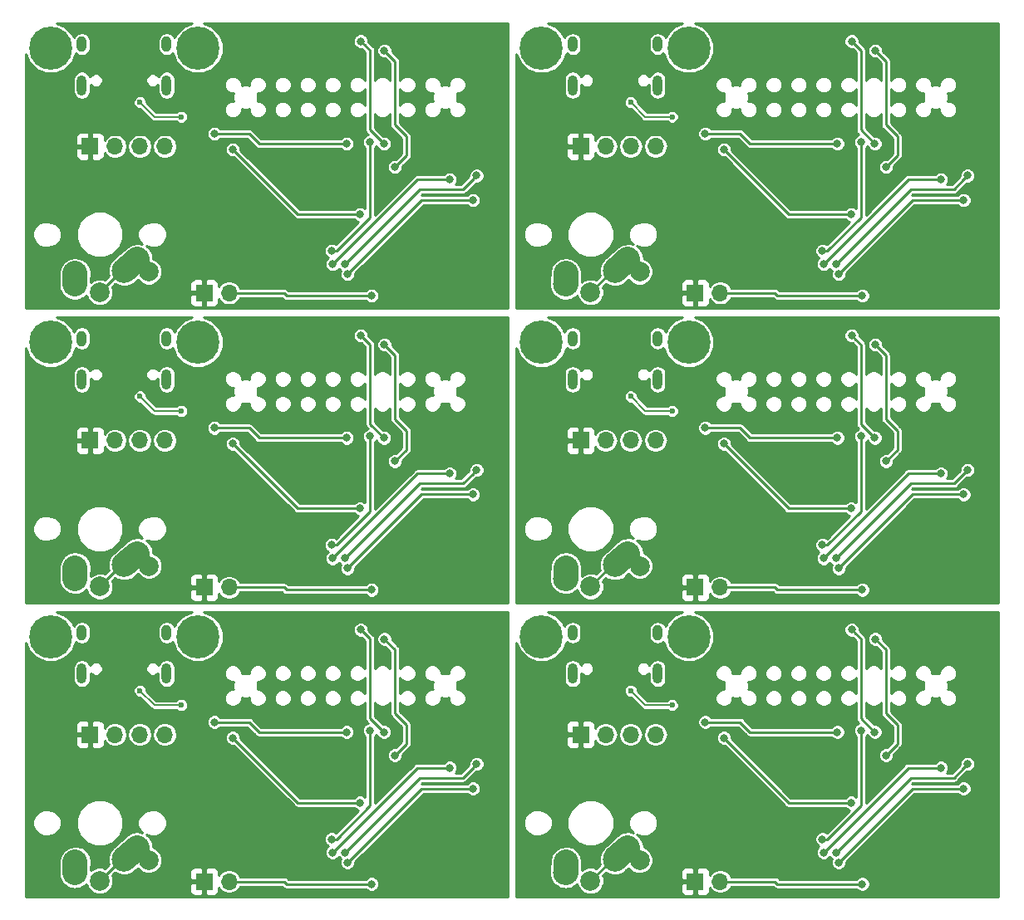
<source format=gbr>
G04 #@! TF.GenerationSoftware,KiCad,Pcbnew,(5.0.0)*
G04 #@! TF.CreationDate,2018-10-14T22:14:47+02:00*
G04 #@! TF.ProjectId,model-f-5291-pcb-panel,6D6F64656C2D662D353239312D706362,rev?*
G04 #@! TF.SameCoordinates,Original*
G04 #@! TF.FileFunction,Copper,L2,Bot,Signal*
G04 #@! TF.FilePolarity,Positive*
%FSLAX46Y46*%
G04 Gerber Fmt 4.6, Leading zero omitted, Abs format (unit mm)*
G04 Created by KiCad (PCBNEW (5.0.0)) date 10/14/18 22:14:47*
%MOMM*%
%LPD*%
G01*
G04 APERTURE LIST*
G04 #@! TA.AperFunction,ComponentPad*
%ADD10O,1.700000X1.700000*%
G04 #@! TD*
G04 #@! TA.AperFunction,ComponentPad*
%ADD11R,1.700000X1.700000*%
G04 #@! TD*
G04 #@! TA.AperFunction,ComponentPad*
%ADD12C,2.500000*%
G04 #@! TD*
G04 #@! TA.AperFunction,Conductor*
%ADD13C,2.500000*%
G04 #@! TD*
G04 #@! TA.AperFunction,SMDPad,CuDef*
%ADD14C,2.500000*%
G04 #@! TD*
G04 #@! TA.AperFunction,ComponentPad*
%ADD15C,2.000000*%
G04 #@! TD*
G04 #@! TA.AperFunction,ComponentPad*
%ADD16C,0.700000*%
G04 #@! TD*
G04 #@! TA.AperFunction,ComponentPad*
%ADD17C,4.400000*%
G04 #@! TD*
G04 #@! TA.AperFunction,ComponentPad*
%ADD18O,1.000000X1.600000*%
G04 #@! TD*
G04 #@! TA.AperFunction,ComponentPad*
%ADD19O,1.000000X2.100000*%
G04 #@! TD*
G04 #@! TA.AperFunction,ViaPad*
%ADD20C,0.800000*%
G04 #@! TD*
G04 #@! TA.AperFunction,ViaPad*
%ADD21C,0.600000*%
G04 #@! TD*
G04 #@! TA.AperFunction,Conductor*
%ADD22C,0.250000*%
G04 #@! TD*
G04 #@! TA.AperFunction,Conductor*
%ADD23C,0.200000*%
G04 #@! TD*
G04 #@! TA.AperFunction,Conductor*
%ADD24C,0.254000*%
G04 #@! TD*
G04 APERTURE END LIST*
D10*
G04 #@! TO.P,J3,4*
G04 #@! TO.N,/VBUS_CON*
X214620000Y-123000000D03*
G04 #@! TO.P,J3,3*
G04 #@! TO.N,/D-*
X212080000Y-123000000D03*
G04 #@! TO.P,J3,2*
G04 #@! TO.N,/D+*
X209540000Y-123000000D03*
D11*
G04 #@! TO.P,J3,1*
G04 #@! TO.N,GND*
X207000000Y-123000000D03*
G04 #@! TD*
D10*
G04 #@! TO.P,J3,4*
G04 #@! TO.N,/VBUS_CON*
X164620000Y-123000000D03*
G04 #@! TO.P,J3,3*
G04 #@! TO.N,/D-*
X162080000Y-123000000D03*
G04 #@! TO.P,J3,2*
G04 #@! TO.N,/D+*
X159540000Y-123000000D03*
D11*
G04 #@! TO.P,J3,1*
G04 #@! TO.N,GND*
X157000000Y-123000000D03*
G04 #@! TD*
D10*
G04 #@! TO.P,J3,4*
G04 #@! TO.N,/VBUS_CON*
X214620000Y-93000000D03*
G04 #@! TO.P,J3,3*
G04 #@! TO.N,/D-*
X212080000Y-93000000D03*
G04 #@! TO.P,J3,2*
G04 #@! TO.N,/D+*
X209540000Y-93000000D03*
D11*
G04 #@! TO.P,J3,1*
G04 #@! TO.N,GND*
X207000000Y-93000000D03*
G04 #@! TD*
D10*
G04 #@! TO.P,J3,4*
G04 #@! TO.N,/VBUS_CON*
X164620000Y-93000000D03*
G04 #@! TO.P,J3,3*
G04 #@! TO.N,/D-*
X162080000Y-93000000D03*
G04 #@! TO.P,J3,2*
G04 #@! TO.N,/D+*
X159540000Y-93000000D03*
D11*
G04 #@! TO.P,J3,1*
G04 #@! TO.N,GND*
X157000000Y-93000000D03*
G04 #@! TD*
D10*
G04 #@! TO.P,J3,4*
G04 #@! TO.N,/VBUS_CON*
X214620000Y-63000000D03*
G04 #@! TO.P,J3,3*
G04 #@! TO.N,/D-*
X212080000Y-63000000D03*
G04 #@! TO.P,J3,2*
G04 #@! TO.N,/D+*
X209540000Y-63000000D03*
D11*
G04 #@! TO.P,J3,1*
G04 #@! TO.N,GND*
X207000000Y-63000000D03*
G04 #@! TD*
D12*
G04 #@! TO.P,SW1,1*
G04 #@! TO.N,Net-(SW1-Pad1)*
X210500000Y-135683000D03*
X211206232Y-135064847D03*
D13*
G04 #@! TD*
G04 #@! TO.N,Net-(SW1-Pad1)*
G04 #@! TO.C,SW1*
X210602464Y-135589694D02*
X211810000Y-134540000D01*
D12*
G04 #@! TO.P,SW1,2*
G04 #@! TO.N,Net-(SW1-Pad2)*
X205460000Y-137080000D03*
X205482550Y-136499695D03*
D13*
G04 #@! TD*
G04 #@! TO.N,Net-(SW1-Pad2)*
G04 #@! TO.C,SW1*
X205465100Y-136999390D02*
X205500000Y-136000000D01*
D14*
G04 #@! TO.P,SW1,1*
G04 #@! TO.N,Net-(SW1-Pad1)*
X211180000Y-135090000D03*
D13*
G04 #@! TD*
G04 #@! TO.N,Net-(SW1-Pad1)*
G04 #@! TO.C,SW1*
X210576232Y-135614847D02*
X211783768Y-134565153D01*
D14*
G04 #@! TO.P,SW1,2*
G04 #@! TO.N,Net-(SW1-Pad2)*
X205480000Y-136540000D03*
D13*
G04 #@! TD*
G04 #@! TO.N,Net-(SW1-Pad2)*
G04 #@! TO.C,SW1*
X205460805Y-137089665D02*
X205499195Y-135990335D01*
D15*
G04 #@! TO.P,SW1,1*
G04 #@! TO.N,Net-(SW1-Pad1)*
X208000000Y-137900000D03*
X213000000Y-135800000D03*
G04 #@! TD*
D12*
G04 #@! TO.P,SW1,1*
G04 #@! TO.N,Net-(SW1-Pad1)*
X160500000Y-135683000D03*
X161206232Y-135064847D03*
D13*
G04 #@! TD*
G04 #@! TO.N,Net-(SW1-Pad1)*
G04 #@! TO.C,SW1*
X160602464Y-135589694D02*
X161810000Y-134540000D01*
D12*
G04 #@! TO.P,SW1,2*
G04 #@! TO.N,Net-(SW1-Pad2)*
X155460000Y-137080000D03*
X155482550Y-136499695D03*
D13*
G04 #@! TD*
G04 #@! TO.N,Net-(SW1-Pad2)*
G04 #@! TO.C,SW1*
X155465100Y-136999390D02*
X155500000Y-136000000D01*
D14*
G04 #@! TO.P,SW1,1*
G04 #@! TO.N,Net-(SW1-Pad1)*
X161180000Y-135090000D03*
D13*
G04 #@! TD*
G04 #@! TO.N,Net-(SW1-Pad1)*
G04 #@! TO.C,SW1*
X160576232Y-135614847D02*
X161783768Y-134565153D01*
D14*
G04 #@! TO.P,SW1,2*
G04 #@! TO.N,Net-(SW1-Pad2)*
X155480000Y-136540000D03*
D13*
G04 #@! TD*
G04 #@! TO.N,Net-(SW1-Pad2)*
G04 #@! TO.C,SW1*
X155460805Y-137089665D02*
X155499195Y-135990335D01*
D15*
G04 #@! TO.P,SW1,1*
G04 #@! TO.N,Net-(SW1-Pad1)*
X158000000Y-137900000D03*
X163000000Y-135800000D03*
G04 #@! TD*
D12*
G04 #@! TO.P,SW1,1*
G04 #@! TO.N,Net-(SW1-Pad1)*
X210500000Y-105683000D03*
X211206232Y-105064847D03*
D13*
G04 #@! TD*
G04 #@! TO.N,Net-(SW1-Pad1)*
G04 #@! TO.C,SW1*
X210602464Y-105589694D02*
X211810000Y-104540000D01*
D12*
G04 #@! TO.P,SW1,2*
G04 #@! TO.N,Net-(SW1-Pad2)*
X205460000Y-107080000D03*
X205482550Y-106499695D03*
D13*
G04 #@! TD*
G04 #@! TO.N,Net-(SW1-Pad2)*
G04 #@! TO.C,SW1*
X205465100Y-106999390D02*
X205500000Y-106000000D01*
D14*
G04 #@! TO.P,SW1,1*
G04 #@! TO.N,Net-(SW1-Pad1)*
X211180000Y-105090000D03*
D13*
G04 #@! TD*
G04 #@! TO.N,Net-(SW1-Pad1)*
G04 #@! TO.C,SW1*
X210576232Y-105614847D02*
X211783768Y-104565153D01*
D14*
G04 #@! TO.P,SW1,2*
G04 #@! TO.N,Net-(SW1-Pad2)*
X205480000Y-106540000D03*
D13*
G04 #@! TD*
G04 #@! TO.N,Net-(SW1-Pad2)*
G04 #@! TO.C,SW1*
X205460805Y-107089665D02*
X205499195Y-105990335D01*
D15*
G04 #@! TO.P,SW1,1*
G04 #@! TO.N,Net-(SW1-Pad1)*
X208000000Y-107900000D03*
X213000000Y-105800000D03*
G04 #@! TD*
D12*
G04 #@! TO.P,SW1,1*
G04 #@! TO.N,Net-(SW1-Pad1)*
X160500000Y-105683000D03*
X161206232Y-105064847D03*
D13*
G04 #@! TD*
G04 #@! TO.N,Net-(SW1-Pad1)*
G04 #@! TO.C,SW1*
X160602464Y-105589694D02*
X161810000Y-104540000D01*
D12*
G04 #@! TO.P,SW1,2*
G04 #@! TO.N,Net-(SW1-Pad2)*
X155460000Y-107080000D03*
X155482550Y-106499695D03*
D13*
G04 #@! TD*
G04 #@! TO.N,Net-(SW1-Pad2)*
G04 #@! TO.C,SW1*
X155465100Y-106999390D02*
X155500000Y-106000000D01*
D14*
G04 #@! TO.P,SW1,1*
G04 #@! TO.N,Net-(SW1-Pad1)*
X161180000Y-105090000D03*
D13*
G04 #@! TD*
G04 #@! TO.N,Net-(SW1-Pad1)*
G04 #@! TO.C,SW1*
X160576232Y-105614847D02*
X161783768Y-104565153D01*
D14*
G04 #@! TO.P,SW1,2*
G04 #@! TO.N,Net-(SW1-Pad2)*
X155480000Y-106540000D03*
D13*
G04 #@! TD*
G04 #@! TO.N,Net-(SW1-Pad2)*
G04 #@! TO.C,SW1*
X155460805Y-107089665D02*
X155499195Y-105990335D01*
D15*
G04 #@! TO.P,SW1,1*
G04 #@! TO.N,Net-(SW1-Pad1)*
X158000000Y-107900000D03*
X163000000Y-105800000D03*
G04 #@! TD*
D12*
G04 #@! TO.P,SW1,1*
G04 #@! TO.N,Net-(SW1-Pad1)*
X210500000Y-75683000D03*
X211206232Y-75064847D03*
D13*
G04 #@! TD*
G04 #@! TO.N,Net-(SW1-Pad1)*
G04 #@! TO.C,SW1*
X210602464Y-75589694D02*
X211810000Y-74540000D01*
D12*
G04 #@! TO.P,SW1,2*
G04 #@! TO.N,Net-(SW1-Pad2)*
X205460000Y-77080000D03*
X205482550Y-76499695D03*
D13*
G04 #@! TD*
G04 #@! TO.N,Net-(SW1-Pad2)*
G04 #@! TO.C,SW1*
X205465100Y-76999390D02*
X205500000Y-76000000D01*
D14*
G04 #@! TO.P,SW1,1*
G04 #@! TO.N,Net-(SW1-Pad1)*
X211180000Y-75090000D03*
D13*
G04 #@! TD*
G04 #@! TO.N,Net-(SW1-Pad1)*
G04 #@! TO.C,SW1*
X210576232Y-75614847D02*
X211783768Y-74565153D01*
D14*
G04 #@! TO.P,SW1,2*
G04 #@! TO.N,Net-(SW1-Pad2)*
X205480000Y-76540000D03*
D13*
G04 #@! TD*
G04 #@! TO.N,Net-(SW1-Pad2)*
G04 #@! TO.C,SW1*
X205460805Y-77089665D02*
X205499195Y-75990335D01*
D15*
G04 #@! TO.P,SW1,1*
G04 #@! TO.N,Net-(SW1-Pad1)*
X208000000Y-77900000D03*
X213000000Y-75800000D03*
G04 #@! TD*
D10*
G04 #@! TO.P,JP1,2*
G04 #@! TO.N,/~RESET*
X221196000Y-137978000D03*
D11*
G04 #@! TO.P,JP1,1*
G04 #@! TO.N,GND*
X218656000Y-137978000D03*
G04 #@! TD*
D10*
G04 #@! TO.P,JP1,2*
G04 #@! TO.N,/~RESET*
X171196000Y-137978000D03*
D11*
G04 #@! TO.P,JP1,1*
G04 #@! TO.N,GND*
X168656000Y-137978000D03*
G04 #@! TD*
D10*
G04 #@! TO.P,JP1,2*
G04 #@! TO.N,/~RESET*
X221196000Y-107978000D03*
D11*
G04 #@! TO.P,JP1,1*
G04 #@! TO.N,GND*
X218656000Y-107978000D03*
G04 #@! TD*
D10*
G04 #@! TO.P,JP1,2*
G04 #@! TO.N,/~RESET*
X171196000Y-107978000D03*
D11*
G04 #@! TO.P,JP1,1*
G04 #@! TO.N,GND*
X168656000Y-107978000D03*
G04 #@! TD*
D10*
G04 #@! TO.P,JP1,2*
G04 #@! TO.N,/~RESET*
X221196000Y-77978000D03*
D11*
G04 #@! TO.P,JP1,1*
G04 #@! TO.N,GND*
X218656000Y-77978000D03*
G04 #@! TD*
D16*
G04 #@! TO.P,MH2,1*
G04 #@! TO.N,/Shield*
X201833274Y-114166726D03*
X203000000Y-114650000D03*
X204166726Y-114166726D03*
X204650000Y-113000000D03*
X204166726Y-111833274D03*
X203000000Y-111350000D03*
X201833274Y-111833274D03*
X201350000Y-113000000D03*
D17*
X203000000Y-113000000D03*
G04 #@! TD*
D16*
G04 #@! TO.P,MH2,1*
G04 #@! TO.N,/Shield*
X151833274Y-114166726D03*
X153000000Y-114650000D03*
X154166726Y-114166726D03*
X154650000Y-113000000D03*
X154166726Y-111833274D03*
X153000000Y-111350000D03*
X151833274Y-111833274D03*
X151350000Y-113000000D03*
D17*
X153000000Y-113000000D03*
G04 #@! TD*
D16*
G04 #@! TO.P,MH2,1*
G04 #@! TO.N,/Shield*
X201833274Y-84166726D03*
X203000000Y-84650000D03*
X204166726Y-84166726D03*
X204650000Y-83000000D03*
X204166726Y-81833274D03*
X203000000Y-81350000D03*
X201833274Y-81833274D03*
X201350000Y-83000000D03*
D17*
X203000000Y-83000000D03*
G04 #@! TD*
D16*
G04 #@! TO.P,MH2,1*
G04 #@! TO.N,/Shield*
X151833274Y-84166726D03*
X153000000Y-84650000D03*
X154166726Y-84166726D03*
X154650000Y-83000000D03*
X154166726Y-81833274D03*
X153000000Y-81350000D03*
X151833274Y-81833274D03*
X151350000Y-83000000D03*
D17*
X153000000Y-83000000D03*
G04 #@! TD*
D16*
G04 #@! TO.P,MH2,1*
G04 #@! TO.N,/Shield*
X201833274Y-54166726D03*
X203000000Y-54650000D03*
X204166726Y-54166726D03*
X204650000Y-53000000D03*
X204166726Y-51833274D03*
X203000000Y-51350000D03*
X201833274Y-51833274D03*
X201350000Y-53000000D03*
D17*
X203000000Y-53000000D03*
G04 #@! TD*
G04 #@! TO.P,MH1,1*
G04 #@! TO.N,/Shield*
X218000000Y-113000000D03*
D16*
X216350000Y-113000000D03*
X216833274Y-111833274D03*
X218000000Y-111350000D03*
X219166726Y-111833274D03*
X219650000Y-113000000D03*
X219166726Y-114166726D03*
X218000000Y-114650000D03*
X216833274Y-114166726D03*
G04 #@! TD*
D17*
G04 #@! TO.P,MH1,1*
G04 #@! TO.N,/Shield*
X168000000Y-113000000D03*
D16*
X166350000Y-113000000D03*
X166833274Y-111833274D03*
X168000000Y-111350000D03*
X169166726Y-111833274D03*
X169650000Y-113000000D03*
X169166726Y-114166726D03*
X168000000Y-114650000D03*
X166833274Y-114166726D03*
G04 #@! TD*
D17*
G04 #@! TO.P,MH1,1*
G04 #@! TO.N,/Shield*
X218000000Y-83000000D03*
D16*
X216350000Y-83000000D03*
X216833274Y-81833274D03*
X218000000Y-81350000D03*
X219166726Y-81833274D03*
X219650000Y-83000000D03*
X219166726Y-84166726D03*
X218000000Y-84650000D03*
X216833274Y-84166726D03*
G04 #@! TD*
D17*
G04 #@! TO.P,MH1,1*
G04 #@! TO.N,/Shield*
X168000000Y-83000000D03*
D16*
X166350000Y-83000000D03*
X166833274Y-81833274D03*
X168000000Y-81350000D03*
X169166726Y-81833274D03*
X169650000Y-83000000D03*
X169166726Y-84166726D03*
X168000000Y-84650000D03*
X166833274Y-84166726D03*
G04 #@! TD*
D17*
G04 #@! TO.P,MH1,1*
G04 #@! TO.N,/Shield*
X218000000Y-53000000D03*
D16*
X216350000Y-53000000D03*
X216833274Y-51833274D03*
X218000000Y-51350000D03*
X219166726Y-51833274D03*
X219650000Y-53000000D03*
X219166726Y-54166726D03*
X218000000Y-54650000D03*
X216833274Y-54166726D03*
G04 #@! TD*
D18*
G04 #@! TO.P,J2,S1*
G04 #@! TO.N,/Shield*
X206180000Y-112600000D03*
X214820000Y-112600000D03*
D19*
X206180000Y-116780000D03*
X214820000Y-116780000D03*
G04 #@! TD*
D18*
G04 #@! TO.P,J2,S1*
G04 #@! TO.N,/Shield*
X156180000Y-112600000D03*
X164820000Y-112600000D03*
D19*
X156180000Y-116780000D03*
X164820000Y-116780000D03*
G04 #@! TD*
D18*
G04 #@! TO.P,J2,S1*
G04 #@! TO.N,/Shield*
X206180000Y-82600000D03*
X214820000Y-82600000D03*
D19*
X206180000Y-86780000D03*
X214820000Y-86780000D03*
G04 #@! TD*
D18*
G04 #@! TO.P,J2,S1*
G04 #@! TO.N,/Shield*
X156180000Y-82600000D03*
X164820000Y-82600000D03*
D19*
X156180000Y-86780000D03*
X164820000Y-86780000D03*
G04 #@! TD*
D18*
G04 #@! TO.P,J2,S1*
G04 #@! TO.N,/Shield*
X206180000Y-52600000D03*
X214820000Y-52600000D03*
D19*
X206180000Y-56780000D03*
X214820000Y-56780000D03*
G04 #@! TD*
G04 #@! TO.P,J2,S1*
G04 #@! TO.N,/Shield*
X164820000Y-56780000D03*
X156180000Y-56780000D03*
D18*
X164820000Y-52600000D03*
X156180000Y-52600000D03*
G04 #@! TD*
D16*
G04 #@! TO.P,MH1,1*
G04 #@! TO.N,/Shield*
X166833274Y-54166726D03*
X168000000Y-54650000D03*
X169166726Y-54166726D03*
X169650000Y-53000000D03*
X169166726Y-51833274D03*
X168000000Y-51350000D03*
X166833274Y-51833274D03*
X166350000Y-53000000D03*
D17*
X168000000Y-53000000D03*
G04 #@! TD*
G04 #@! TO.P,MH2,1*
G04 #@! TO.N,/Shield*
X153000000Y-53000000D03*
D16*
X151350000Y-53000000D03*
X151833274Y-51833274D03*
X153000000Y-51350000D03*
X154166726Y-51833274D03*
X154650000Y-53000000D03*
X154166726Y-54166726D03*
X153000000Y-54650000D03*
X151833274Y-54166726D03*
G04 #@! TD*
D11*
G04 #@! TO.P,JP1,1*
G04 #@! TO.N,GND*
X168656000Y-77978000D03*
D10*
G04 #@! TO.P,JP1,2*
G04 #@! TO.N,/~RESET*
X171196000Y-77978000D03*
G04 #@! TD*
D11*
G04 #@! TO.P,J3,1*
G04 #@! TO.N,GND*
X157000000Y-63000000D03*
D10*
G04 #@! TO.P,J3,2*
G04 #@! TO.N,/D+*
X159540000Y-63000000D03*
G04 #@! TO.P,J3,3*
G04 #@! TO.N,/D-*
X162080000Y-63000000D03*
G04 #@! TO.P,J3,4*
G04 #@! TO.N,/VBUS_CON*
X164620000Y-63000000D03*
G04 #@! TD*
D15*
G04 #@! TO.P,SW1,1*
G04 #@! TO.N,Net-(SW1-Pad1)*
X163000000Y-75800000D03*
X158000000Y-77900000D03*
D14*
G04 #@! TO.P,SW1,2*
G04 #@! TO.N,Net-(SW1-Pad2)*
X155480000Y-76540000D03*
D13*
G04 #@! TD*
G04 #@! TO.N,Net-(SW1-Pad2)*
G04 #@! TO.C,SW1*
X155460805Y-77089665D02*
X155499195Y-75990335D01*
D14*
G04 #@! TO.P,SW1,1*
G04 #@! TO.N,Net-(SW1-Pad1)*
X161180000Y-75090000D03*
D13*
G04 #@! TD*
G04 #@! TO.N,Net-(SW1-Pad1)*
G04 #@! TO.C,SW1*
X160576232Y-75614847D02*
X161783768Y-74565153D01*
D12*
G04 #@! TO.P,SW1,2*
G04 #@! TO.N,Net-(SW1-Pad2)*
X155482550Y-76499695D03*
D13*
G04 #@! TD*
G04 #@! TO.N,Net-(SW1-Pad2)*
G04 #@! TO.C,SW1*
X155465100Y-76999390D02*
X155500000Y-76000000D01*
D12*
G04 #@! TO.P,SW1,2*
G04 #@! TO.N,Net-(SW1-Pad2)*
X155460000Y-77080000D03*
G04 #@! TO.P,SW1,1*
G04 #@! TO.N,Net-(SW1-Pad1)*
X161206232Y-75064847D03*
D13*
G04 #@! TD*
G04 #@! TO.N,Net-(SW1-Pad1)*
G04 #@! TO.C,SW1*
X160602464Y-75589694D02*
X161810000Y-74540000D01*
D12*
G04 #@! TO.P,SW1,1*
G04 #@! TO.N,Net-(SW1-Pad1)*
X160500000Y-75683000D03*
G04 #@! TD*
D20*
G04 #@! TO.N,GND*
X190620000Y-70700000D03*
X184150000Y-66294000D03*
X170942000Y-64770000D03*
X184150000Y-68326000D03*
X180206000Y-71970000D03*
X176777000Y-66128000D03*
X186400000Y-69200000D03*
X157299994Y-58800000D03*
X161800000Y-61300000D03*
X161500000Y-59300000D03*
X158900000Y-59600000D03*
X164300000Y-61200000D03*
X182000000Y-65900000D03*
X182540000Y-72000000D03*
X176580000Y-74940000D03*
X172390000Y-74940000D03*
X163500000Y-69900000D03*
X168530000Y-71230000D03*
X163330000Y-64150000D03*
X174680000Y-72570000D03*
X167300000Y-73600000D03*
X165400000Y-68200000D03*
X191196000Y-74178000D03*
X187496000Y-76578000D03*
X199096000Y-79078000D03*
X199100000Y-50900000D03*
X180000000Y-50900000D03*
X170900000Y-50900000D03*
X184696000Y-79078000D03*
X175000000Y-79100000D03*
X151100000Y-79100000D03*
X151100000Y-66100000D03*
X192996000Y-62478000D03*
X192996000Y-69478000D03*
X193796000Y-76678000D03*
X190750000Y-62500000D03*
X199100000Y-58700000D03*
X199100000Y-72400000D03*
X189900000Y-50900000D03*
X199100000Y-65500000D03*
X160600000Y-66900000D03*
X166116000Y-58801000D03*
X164211000Y-59182000D03*
X178500000Y-69000000D03*
X178500000Y-76250000D03*
X183800000Y-70800000D03*
X188800000Y-66000000D03*
X170800000Y-67200000D03*
X168500000Y-61500000D03*
X166000000Y-64900000D03*
X158900000Y-61500000D03*
X171600000Y-71300000D03*
X170500000Y-58000000D03*
X220500000Y-58000000D03*
X170500000Y-88000000D03*
X220500000Y-88000000D03*
X170500000Y-118000000D03*
X220500000Y-118000000D03*
X218500000Y-61500000D03*
X168500000Y-91500000D03*
X218500000Y-91500000D03*
X168500000Y-121500000D03*
X218500000Y-121500000D03*
X216000000Y-64900000D03*
X166000000Y-94900000D03*
X216000000Y-94900000D03*
X166000000Y-124900000D03*
X216000000Y-124900000D03*
X238800000Y-66000000D03*
X188800000Y-96000000D03*
X238800000Y-96000000D03*
X188800000Y-126000000D03*
X238800000Y-126000000D03*
X208900000Y-61500000D03*
X158900000Y-91500000D03*
X208900000Y-91500000D03*
X158900000Y-121500000D03*
X208900000Y-121500000D03*
X221600000Y-71300000D03*
X171600000Y-101300000D03*
X221600000Y-101300000D03*
X171600000Y-131300000D03*
X221600000Y-131300000D03*
X249100000Y-72400000D03*
X199100000Y-102400000D03*
X249100000Y-102400000D03*
X199100000Y-132400000D03*
X249100000Y-132400000D03*
X249100000Y-65500000D03*
X199100000Y-95500000D03*
X249100000Y-95500000D03*
X199100000Y-125500000D03*
X249100000Y-125500000D03*
X239900000Y-50900000D03*
X189900000Y-80900000D03*
X239900000Y-80900000D03*
X189900000Y-110900000D03*
X239900000Y-110900000D03*
X210600000Y-66900000D03*
X160600000Y-96900000D03*
X210600000Y-96900000D03*
X160600000Y-126900000D03*
X210600000Y-126900000D03*
X228500000Y-69000000D03*
X178500000Y-99000000D03*
X228500000Y-99000000D03*
X178500000Y-129000000D03*
X228500000Y-129000000D03*
X228500000Y-76250000D03*
X178500000Y-106250000D03*
X228500000Y-106250000D03*
X178500000Y-136250000D03*
X228500000Y-136250000D03*
X216116000Y-58801000D03*
X166116000Y-88801000D03*
X216116000Y-88801000D03*
X166116000Y-118801000D03*
X216116000Y-118801000D03*
X214211000Y-59182000D03*
X164211000Y-89182000D03*
X214211000Y-89182000D03*
X164211000Y-119182000D03*
X214211000Y-119182000D03*
X233800000Y-70800000D03*
X183800000Y-100800000D03*
X233800000Y-100800000D03*
X183800000Y-130800000D03*
X233800000Y-130800000D03*
X220800000Y-67200000D03*
X170800000Y-97200000D03*
X220800000Y-97200000D03*
X170800000Y-127200000D03*
X220800000Y-127200000D03*
X234150000Y-68326000D03*
X184150000Y-98326000D03*
X234150000Y-98326000D03*
X184150000Y-128326000D03*
X234150000Y-128326000D03*
X213500000Y-69900000D03*
X163500000Y-99900000D03*
X213500000Y-99900000D03*
X163500000Y-129900000D03*
X213500000Y-129900000D03*
X201100000Y-79100000D03*
X151100000Y-109100000D03*
X201100000Y-109100000D03*
X151100000Y-139100000D03*
X201100000Y-139100000D03*
X242996000Y-62478000D03*
X192996000Y-92478000D03*
X242996000Y-92478000D03*
X192996000Y-122478000D03*
X242996000Y-122478000D03*
X249100000Y-50900000D03*
X199100000Y-80900000D03*
X249100000Y-80900000D03*
X199100000Y-110900000D03*
X249100000Y-110900000D03*
X220900000Y-50900000D03*
X170900000Y-80900000D03*
X220900000Y-80900000D03*
X170900000Y-110900000D03*
X220900000Y-110900000D03*
X240620000Y-70700000D03*
X190620000Y-100700000D03*
X240620000Y-100700000D03*
X190620000Y-130700000D03*
X240620000Y-130700000D03*
X201100000Y-66100000D03*
X151100000Y-96100000D03*
X201100000Y-96100000D03*
X151100000Y-126100000D03*
X201100000Y-126100000D03*
X243796000Y-76678000D03*
X193796000Y-106678000D03*
X243796000Y-106678000D03*
X193796000Y-136678000D03*
X243796000Y-136678000D03*
X240750000Y-62500000D03*
X190750000Y-92500000D03*
X240750000Y-92500000D03*
X190750000Y-122500000D03*
X240750000Y-122500000D03*
X242996000Y-69478000D03*
X192996000Y-99478000D03*
X242996000Y-99478000D03*
X192996000Y-129478000D03*
X242996000Y-129478000D03*
X249100000Y-58700000D03*
X199100000Y-88700000D03*
X249100000Y-88700000D03*
X199100000Y-118700000D03*
X249100000Y-118700000D03*
X234696000Y-79078000D03*
X184696000Y-109078000D03*
X234696000Y-109078000D03*
X184696000Y-139078000D03*
X234696000Y-139078000D03*
X232000000Y-65900000D03*
X182000000Y-95900000D03*
X232000000Y-95900000D03*
X182000000Y-125900000D03*
X232000000Y-125900000D03*
X226580000Y-74940000D03*
X176580000Y-104940000D03*
X226580000Y-104940000D03*
X176580000Y-134940000D03*
X226580000Y-134940000D03*
X220942000Y-64770000D03*
X170942000Y-94770000D03*
X220942000Y-94770000D03*
X170942000Y-124770000D03*
X220942000Y-124770000D03*
X222390000Y-74940000D03*
X172390000Y-104940000D03*
X222390000Y-104940000D03*
X172390000Y-134940000D03*
X222390000Y-134940000D03*
X217300000Y-73600000D03*
X167300000Y-103600000D03*
X217300000Y-103600000D03*
X167300000Y-133600000D03*
X217300000Y-133600000D03*
X208900000Y-59600000D03*
X158900000Y-89600000D03*
X208900000Y-89600000D03*
X158900000Y-119600000D03*
X208900000Y-119600000D03*
X232540000Y-72000000D03*
X182540000Y-102000000D03*
X232540000Y-102000000D03*
X182540000Y-132000000D03*
X232540000Y-132000000D03*
X236400000Y-69200000D03*
X186400000Y-99200000D03*
X236400000Y-99200000D03*
X186400000Y-129200000D03*
X236400000Y-129200000D03*
X230206000Y-71970000D03*
X180206000Y-101970000D03*
X230206000Y-101970000D03*
X180206000Y-131970000D03*
X230206000Y-131970000D03*
X241196000Y-74178000D03*
X191196000Y-104178000D03*
X241196000Y-104178000D03*
X191196000Y-134178000D03*
X241196000Y-134178000D03*
X249096000Y-79078000D03*
X199096000Y-109078000D03*
X249096000Y-109078000D03*
X199096000Y-139078000D03*
X249096000Y-139078000D03*
X218530000Y-71230000D03*
X168530000Y-101230000D03*
X218530000Y-101230000D03*
X168530000Y-131230000D03*
X218530000Y-131230000D03*
X230000000Y-50900000D03*
X180000000Y-80900000D03*
X230000000Y-80900000D03*
X180000000Y-110900000D03*
X230000000Y-110900000D03*
X226777000Y-66128000D03*
X176777000Y-96128000D03*
X226777000Y-96128000D03*
X176777000Y-126128000D03*
X226777000Y-126128000D03*
X234150000Y-66294000D03*
X184150000Y-96294000D03*
X234150000Y-96294000D03*
X184150000Y-126294000D03*
X234150000Y-126294000D03*
X211500000Y-59300000D03*
X161500000Y-89300000D03*
X211500000Y-89300000D03*
X161500000Y-119300000D03*
X211500000Y-119300000D03*
X237496000Y-76578000D03*
X187496000Y-106578000D03*
X237496000Y-106578000D03*
X187496000Y-136578000D03*
X237496000Y-136578000D03*
X215400000Y-68200000D03*
X165400000Y-98200000D03*
X215400000Y-98200000D03*
X165400000Y-128200000D03*
X215400000Y-128200000D03*
X207299994Y-58800000D03*
X157299994Y-88800000D03*
X207299994Y-88800000D03*
X157299994Y-118800000D03*
X207299994Y-118800000D03*
X213330000Y-64150000D03*
X163330000Y-94150000D03*
X213330000Y-94150000D03*
X163330000Y-124150000D03*
X213330000Y-124150000D03*
X225000000Y-79100000D03*
X175000000Y-109100000D03*
X225000000Y-109100000D03*
X175000000Y-139100000D03*
X225000000Y-139100000D03*
X211800000Y-61300000D03*
X161800000Y-91300000D03*
X211800000Y-91300000D03*
X161800000Y-121300000D03*
X211800000Y-121300000D03*
X214300000Y-61200000D03*
X164300000Y-91200000D03*
X214300000Y-91200000D03*
X164300000Y-121200000D03*
X214300000Y-121200000D03*
X224680000Y-72570000D03*
X174680000Y-102570000D03*
X224680000Y-102570000D03*
X174680000Y-132570000D03*
X224680000Y-132570000D03*
G04 #@! TO.N,/Count1*
X185538000Y-62572000D03*
X181610000Y-73660000D03*
X235538000Y-62572000D03*
X185538000Y-92572000D03*
X235538000Y-92572000D03*
X185538000Y-122572000D03*
X235538000Y-122572000D03*
X231610000Y-73660000D03*
X181610000Y-103660000D03*
X231610000Y-103660000D03*
X181610000Y-133660000D03*
X231610000Y-133660000D03*
G04 #@! TO.N,/Key_Depressed*
X171570000Y-63334000D03*
X184523996Y-69938000D03*
X234523996Y-69938000D03*
X184523996Y-99938000D03*
X234523996Y-99938000D03*
X184523996Y-129938000D03*
X234523996Y-129938000D03*
X221570000Y-63334000D03*
X171570000Y-93334000D03*
X221570000Y-93334000D03*
X171570000Y-123334000D03*
X221570000Y-123334000D03*
G04 #@! TO.N,/Count64*
X186944000Y-62738012D03*
X184600000Y-52300000D03*
X234600000Y-52300000D03*
X184600000Y-82300000D03*
X234600000Y-82300000D03*
X184600000Y-112300000D03*
X234600000Y-112300000D03*
X236944000Y-62738012D03*
X186944000Y-92738012D03*
X236944000Y-92738012D03*
X186944000Y-122738012D03*
X236944000Y-122738012D03*
G04 #@! TO.N,/Count16*
X188080000Y-65112010D03*
X187000000Y-53250008D03*
X237000000Y-53250008D03*
X187000000Y-83250008D03*
X237000000Y-83250008D03*
X187000000Y-113250008D03*
X237000000Y-113250008D03*
X238080000Y-65112010D03*
X188080000Y-95112010D03*
X238080000Y-95112010D03*
X188080000Y-125112010D03*
X238080000Y-125112010D03*
G04 #@! TO.N,/Count8*
X183254000Y-76034000D03*
X195999946Y-68500000D03*
X245999946Y-68500000D03*
X195999946Y-98500000D03*
X245999946Y-98500000D03*
X195999946Y-128500000D03*
X245999946Y-128500000D03*
X233254000Y-76034000D03*
X183254000Y-106034000D03*
X233254000Y-106034000D03*
X183254000Y-136034000D03*
X233254000Y-136034000D03*
G04 #@! TO.N,/Count4*
X183000000Y-75018000D03*
X196400000Y-66000000D03*
X233000000Y-75018000D03*
X183000000Y-105018000D03*
X233000000Y-105018000D03*
X183000000Y-135018000D03*
X233000000Y-135018000D03*
X246400000Y-66000000D03*
X196400000Y-96000000D03*
X246400000Y-96000000D03*
X196400000Y-126000000D03*
X246400000Y-126000000D03*
G04 #@! TO.N,/Count2*
X181730000Y-75018000D03*
X193668000Y-66382000D03*
X231730000Y-75018000D03*
X181730000Y-105018000D03*
X231730000Y-105018000D03*
X181730000Y-135018000D03*
X231730000Y-135018000D03*
X243668000Y-66382000D03*
X193668000Y-96382000D03*
X243668000Y-96382000D03*
X193668000Y-126382000D03*
X243668000Y-126382000D03*
D21*
G04 #@! TO.N,/CC1*
X162100000Y-58520002D03*
X166299984Y-60000000D03*
X212100000Y-58520002D03*
X162100000Y-88520002D03*
X212100000Y-88520002D03*
X162100000Y-118520002D03*
X212100000Y-118520002D03*
X216299984Y-60000000D03*
X166299984Y-90000000D03*
X216299984Y-90000000D03*
X166299984Y-120000000D03*
X216299984Y-120000000D03*
D20*
G04 #@! TO.N,Net-(R5-Pad2)*
X183134000Y-62738000D03*
X169672012Y-61722000D03*
X219672012Y-61722000D03*
X169672012Y-91722000D03*
X219672012Y-91722000D03*
X169672012Y-121722000D03*
X219672012Y-121722000D03*
X233134000Y-62738000D03*
X183134000Y-92738000D03*
X233134000Y-92738000D03*
X183134000Y-122738000D03*
X233134000Y-122738000D03*
G04 #@! TO.N,/~RESET*
X185674000Y-78232000D03*
X235674000Y-78232000D03*
X185674000Y-108232000D03*
X235674000Y-108232000D03*
X185674000Y-138232000D03*
X235674000Y-138232000D03*
G04 #@! TD*
D22*
G04 #@! TO.N,/Count1*
X185538000Y-63137685D02*
X185538000Y-62572000D01*
X185538000Y-70251002D02*
X185538000Y-63137685D01*
X182129002Y-73660000D02*
X185538000Y-70251002D01*
X181610000Y-73660000D02*
X182129002Y-73660000D01*
X232129002Y-73660000D02*
X235538000Y-70251002D01*
X182129002Y-103660000D02*
X185538000Y-100251002D01*
X232129002Y-103660000D02*
X235538000Y-100251002D01*
X182129002Y-133660000D02*
X185538000Y-130251002D01*
X232129002Y-133660000D02*
X235538000Y-130251002D01*
X235538000Y-70251002D02*
X235538000Y-63137685D01*
X185538000Y-100251002D02*
X185538000Y-93137685D01*
X235538000Y-100251002D02*
X235538000Y-93137685D01*
X185538000Y-130251002D02*
X185538000Y-123137685D01*
X235538000Y-130251002D02*
X235538000Y-123137685D01*
X231610000Y-73660000D02*
X232129002Y-73660000D01*
X181610000Y-103660000D02*
X182129002Y-103660000D01*
X231610000Y-103660000D02*
X232129002Y-103660000D01*
X181610000Y-133660000D02*
X182129002Y-133660000D01*
X231610000Y-133660000D02*
X232129002Y-133660000D01*
X235538000Y-63137685D02*
X235538000Y-62572000D01*
X185538000Y-93137685D02*
X185538000Y-92572000D01*
X235538000Y-93137685D02*
X235538000Y-92572000D01*
X185538000Y-123137685D02*
X185538000Y-122572000D01*
X235538000Y-123137685D02*
X235538000Y-122572000D01*
G04 #@! TO.N,/Key_Depressed*
X171570000Y-63334000D02*
X178174000Y-69938000D01*
X178174000Y-69938000D02*
X183958311Y-69938000D01*
X183958311Y-69938000D02*
X184523996Y-69938000D01*
X221570000Y-63334000D02*
X228174000Y-69938000D01*
X171570000Y-93334000D02*
X178174000Y-99938000D01*
X221570000Y-93334000D02*
X228174000Y-99938000D01*
X171570000Y-123334000D02*
X178174000Y-129938000D01*
X221570000Y-123334000D02*
X228174000Y-129938000D01*
X228174000Y-69938000D02*
X233958311Y-69938000D01*
X178174000Y-99938000D02*
X183958311Y-99938000D01*
X228174000Y-99938000D02*
X233958311Y-99938000D01*
X178174000Y-129938000D02*
X183958311Y-129938000D01*
X228174000Y-129938000D02*
X233958311Y-129938000D01*
X233958311Y-69938000D02*
X234523996Y-69938000D01*
X183958311Y-99938000D02*
X184523996Y-99938000D01*
X233958311Y-99938000D02*
X234523996Y-99938000D01*
X183958311Y-129938000D02*
X184523996Y-129938000D01*
X233958311Y-129938000D02*
X234523996Y-129938000D01*
G04 #@! TO.N,/Count64*
X184999999Y-52699999D02*
X184600000Y-52300000D01*
X185540000Y-53240000D02*
X184999999Y-52699999D01*
X186944000Y-62738012D02*
X185540000Y-61334012D01*
X185540000Y-61334012D02*
X185540000Y-53240000D01*
X234999999Y-52699999D02*
X234600000Y-52300000D01*
X184999999Y-82699999D02*
X184600000Y-82300000D01*
X234999999Y-82699999D02*
X234600000Y-82300000D01*
X184999999Y-112699999D02*
X184600000Y-112300000D01*
X234999999Y-112699999D02*
X234600000Y-112300000D01*
X235540000Y-53240000D02*
X234999999Y-52699999D01*
X185540000Y-83240000D02*
X184999999Y-82699999D01*
X235540000Y-83240000D02*
X234999999Y-82699999D01*
X185540000Y-113240000D02*
X184999999Y-112699999D01*
X235540000Y-113240000D02*
X234999999Y-112699999D01*
X235540000Y-61334012D02*
X235540000Y-53240000D01*
X185540000Y-91334012D02*
X185540000Y-83240000D01*
X235540000Y-91334012D02*
X235540000Y-83240000D01*
X185540000Y-121334012D02*
X185540000Y-113240000D01*
X235540000Y-121334012D02*
X235540000Y-113240000D01*
X236944000Y-62738012D02*
X235540000Y-61334012D01*
X186944000Y-92738012D02*
X185540000Y-91334012D01*
X236944000Y-92738012D02*
X235540000Y-91334012D01*
X186944000Y-122738012D02*
X185540000Y-121334012D01*
X236944000Y-122738012D02*
X235540000Y-121334012D01*
G04 #@! TO.N,/Count16*
X189250000Y-63942010D02*
X188080000Y-65112010D01*
X189250000Y-62000000D02*
X189250000Y-63942010D01*
X188080000Y-60830000D02*
X189250000Y-62000000D01*
X187000000Y-53250008D02*
X188080000Y-54330008D01*
X188080000Y-54330008D02*
X188080000Y-60830000D01*
X238080000Y-54330008D02*
X238080000Y-60830000D01*
X188080000Y-84330008D02*
X188080000Y-90830000D01*
X238080000Y-84330008D02*
X238080000Y-90830000D01*
X188080000Y-114330008D02*
X188080000Y-120830000D01*
X238080000Y-114330008D02*
X238080000Y-120830000D01*
X239250000Y-63942010D02*
X238080000Y-65112010D01*
X189250000Y-93942010D02*
X188080000Y-95112010D01*
X239250000Y-93942010D02*
X238080000Y-95112010D01*
X189250000Y-123942010D02*
X188080000Y-125112010D01*
X239250000Y-123942010D02*
X238080000Y-125112010D01*
X239250000Y-62000000D02*
X239250000Y-63942010D01*
X189250000Y-92000000D02*
X189250000Y-93942010D01*
X239250000Y-92000000D02*
X239250000Y-93942010D01*
X189250000Y-122000000D02*
X189250000Y-123942010D01*
X239250000Y-122000000D02*
X239250000Y-123942010D01*
X238080000Y-60830000D02*
X239250000Y-62000000D01*
X188080000Y-90830000D02*
X189250000Y-92000000D01*
X238080000Y-90830000D02*
X239250000Y-92000000D01*
X188080000Y-120830000D02*
X189250000Y-122000000D01*
X238080000Y-120830000D02*
X239250000Y-122000000D01*
X237000000Y-53250008D02*
X238080000Y-54330008D01*
X187000000Y-83250008D02*
X188080000Y-84330008D01*
X237000000Y-83250008D02*
X238080000Y-84330008D01*
X187000000Y-113250008D02*
X188080000Y-114330008D01*
X237000000Y-113250008D02*
X238080000Y-114330008D01*
G04 #@! TO.N,/Count8*
X195434261Y-68500000D02*
X195999946Y-68500000D01*
X190788000Y-68500000D02*
X195434261Y-68500000D01*
X183254000Y-76034000D02*
X190788000Y-68500000D01*
X240788000Y-68500000D02*
X245434261Y-68500000D01*
X190788000Y-98500000D02*
X195434261Y-98500000D01*
X240788000Y-98500000D02*
X245434261Y-98500000D01*
X190788000Y-128500000D02*
X195434261Y-128500000D01*
X240788000Y-128500000D02*
X245434261Y-128500000D01*
X245434261Y-68500000D02*
X245999946Y-68500000D01*
X195434261Y-98500000D02*
X195999946Y-98500000D01*
X245434261Y-98500000D02*
X245999946Y-98500000D01*
X195434261Y-128500000D02*
X195999946Y-128500000D01*
X245434261Y-128500000D02*
X245999946Y-128500000D01*
X233254000Y-76034000D02*
X240788000Y-68500000D01*
X183254000Y-106034000D02*
X190788000Y-98500000D01*
X233254000Y-106034000D02*
X240788000Y-98500000D01*
X183254000Y-136034000D02*
X190788000Y-128500000D01*
X233254000Y-136034000D02*
X240788000Y-128500000D01*
G04 #@! TO.N,/Count4*
X196000001Y-66399999D02*
X196400000Y-66000000D01*
X195000000Y-67400000D02*
X196000001Y-66399999D01*
X183000000Y-75018000D02*
X190618000Y-67400000D01*
X190618000Y-67400000D02*
X195000000Y-67400000D01*
X233000000Y-75018000D02*
X240618000Y-67400000D01*
X183000000Y-105018000D02*
X190618000Y-97400000D01*
X233000000Y-105018000D02*
X240618000Y-97400000D01*
X183000000Y-135018000D02*
X190618000Y-127400000D01*
X233000000Y-135018000D02*
X240618000Y-127400000D01*
X245000000Y-67400000D02*
X246000001Y-66399999D01*
X195000000Y-97400000D02*
X196000001Y-96399999D01*
X245000000Y-97400000D02*
X246000001Y-96399999D01*
X195000000Y-127400000D02*
X196000001Y-126399999D01*
X245000000Y-127400000D02*
X246000001Y-126399999D01*
X246000001Y-66399999D02*
X246400000Y-66000000D01*
X196000001Y-96399999D02*
X196400000Y-96000000D01*
X246000001Y-96399999D02*
X246400000Y-96000000D01*
X196000001Y-126399999D02*
X196400000Y-126000000D01*
X246000001Y-126399999D02*
X246400000Y-126000000D01*
X240618000Y-67400000D02*
X245000000Y-67400000D01*
X190618000Y-97400000D02*
X195000000Y-97400000D01*
X240618000Y-97400000D02*
X245000000Y-97400000D01*
X190618000Y-127400000D02*
X195000000Y-127400000D01*
X240618000Y-127400000D02*
X245000000Y-127400000D01*
G04 #@! TO.N,/Count2*
X181730000Y-75018000D02*
X190366000Y-66382000D01*
X190366000Y-66382000D02*
X193668000Y-66382000D01*
X240366000Y-66382000D02*
X243668000Y-66382000D01*
X190366000Y-96382000D02*
X193668000Y-96382000D01*
X240366000Y-96382000D02*
X243668000Y-96382000D01*
X190366000Y-126382000D02*
X193668000Y-126382000D01*
X240366000Y-126382000D02*
X243668000Y-126382000D01*
X231730000Y-75018000D02*
X240366000Y-66382000D01*
X181730000Y-105018000D02*
X190366000Y-96382000D01*
X231730000Y-105018000D02*
X240366000Y-96382000D01*
X181730000Y-135018000D02*
X190366000Y-126382000D01*
X231730000Y-135018000D02*
X240366000Y-126382000D01*
D23*
G04 #@! TO.N,/CC1*
X162100000Y-58520002D02*
X163579998Y-60000000D01*
X163579998Y-60000000D02*
X165875720Y-60000000D01*
X165875720Y-60000000D02*
X166299984Y-60000000D01*
X215875720Y-60000000D02*
X216299984Y-60000000D01*
X165875720Y-90000000D02*
X166299984Y-90000000D01*
X215875720Y-90000000D02*
X216299984Y-90000000D01*
X165875720Y-120000000D02*
X166299984Y-120000000D01*
X215875720Y-120000000D02*
X216299984Y-120000000D01*
X212100000Y-58520002D02*
X213579998Y-60000000D01*
X162100000Y-88520002D02*
X163579998Y-90000000D01*
X212100000Y-88520002D02*
X213579998Y-90000000D01*
X162100000Y-118520002D02*
X163579998Y-120000000D01*
X212100000Y-118520002D02*
X213579998Y-120000000D01*
X213579998Y-60000000D02*
X215875720Y-60000000D01*
X163579998Y-90000000D02*
X165875720Y-90000000D01*
X213579998Y-90000000D02*
X215875720Y-90000000D01*
X163579998Y-120000000D02*
X165875720Y-120000000D01*
X213579998Y-120000000D02*
X215875720Y-120000000D01*
D22*
G04 #@! TO.N,Net-(R5-Pad2)*
X170237697Y-61722000D02*
X169672012Y-61722000D01*
X173228000Y-61722000D02*
X170237697Y-61722000D01*
X183134000Y-62738000D02*
X174244000Y-62738000D01*
X174244000Y-62738000D02*
X173228000Y-61722000D01*
X220237697Y-61722000D02*
X219672012Y-61722000D01*
X170237697Y-91722000D02*
X169672012Y-91722000D01*
X220237697Y-91722000D02*
X219672012Y-91722000D01*
X170237697Y-121722000D02*
X169672012Y-121722000D01*
X220237697Y-121722000D02*
X219672012Y-121722000D01*
X223228000Y-61722000D02*
X220237697Y-61722000D01*
X173228000Y-91722000D02*
X170237697Y-91722000D01*
X223228000Y-91722000D02*
X220237697Y-91722000D01*
X173228000Y-121722000D02*
X170237697Y-121722000D01*
X223228000Y-121722000D02*
X220237697Y-121722000D01*
X233134000Y-62738000D02*
X224244000Y-62738000D01*
X183134000Y-92738000D02*
X174244000Y-92738000D01*
X233134000Y-92738000D02*
X224244000Y-92738000D01*
X183134000Y-122738000D02*
X174244000Y-122738000D01*
X233134000Y-122738000D02*
X224244000Y-122738000D01*
X224244000Y-62738000D02*
X223228000Y-61722000D01*
X174244000Y-92738000D02*
X173228000Y-91722000D01*
X224244000Y-92738000D02*
X223228000Y-91722000D01*
X174244000Y-122738000D02*
X173228000Y-121722000D01*
X224244000Y-122738000D02*
X223228000Y-121722000D01*
G04 #@! TO.N,/~RESET*
X185674000Y-78232000D02*
X177038000Y-78232000D01*
X176784000Y-77978000D02*
X171196000Y-77978000D01*
X177038000Y-78232000D02*
X176784000Y-77978000D01*
X227038000Y-78232000D02*
X226784000Y-77978000D01*
X177038000Y-108232000D02*
X176784000Y-107978000D01*
X227038000Y-108232000D02*
X226784000Y-107978000D01*
X177038000Y-138232000D02*
X176784000Y-137978000D01*
X227038000Y-138232000D02*
X226784000Y-137978000D01*
X235674000Y-78232000D02*
X227038000Y-78232000D01*
X185674000Y-108232000D02*
X177038000Y-108232000D01*
X235674000Y-108232000D02*
X227038000Y-108232000D01*
X185674000Y-138232000D02*
X177038000Y-138232000D01*
X235674000Y-138232000D02*
X227038000Y-138232000D01*
X226784000Y-77978000D02*
X221196000Y-77978000D01*
X176784000Y-107978000D02*
X171196000Y-107978000D01*
X226784000Y-107978000D02*
X221196000Y-107978000D01*
X176784000Y-137978000D02*
X171196000Y-137978000D01*
X226784000Y-137978000D02*
X221196000Y-137978000D01*
G04 #@! TO.N,Net-(SW1-Pad1)*
X160217000Y-75683000D02*
X160500000Y-75683000D01*
X158000000Y-77900000D02*
X160217000Y-75683000D01*
X163000000Y-75730000D02*
X161810000Y-74540000D01*
X163000000Y-75800000D02*
X163000000Y-75730000D01*
X210217000Y-75683000D02*
X210500000Y-75683000D01*
X160217000Y-105683000D02*
X160500000Y-105683000D01*
X210217000Y-105683000D02*
X210500000Y-105683000D01*
X160217000Y-135683000D02*
X160500000Y-135683000D01*
X210217000Y-135683000D02*
X210500000Y-135683000D01*
X213000000Y-75730000D02*
X211810000Y-74540000D01*
X163000000Y-105730000D02*
X161810000Y-104540000D01*
X213000000Y-105730000D02*
X211810000Y-104540000D01*
X163000000Y-135730000D02*
X161810000Y-134540000D01*
X213000000Y-135730000D02*
X211810000Y-134540000D01*
X208000000Y-77900000D02*
X210217000Y-75683000D01*
X158000000Y-107900000D02*
X160217000Y-105683000D01*
X208000000Y-107900000D02*
X210217000Y-105683000D01*
X158000000Y-137900000D02*
X160217000Y-135683000D01*
X208000000Y-137900000D02*
X210217000Y-135683000D01*
X213000000Y-75800000D02*
X213000000Y-75730000D01*
X163000000Y-105800000D02*
X163000000Y-105730000D01*
X213000000Y-105800000D02*
X213000000Y-105730000D01*
X163000000Y-135800000D02*
X163000000Y-135730000D01*
X213000000Y-135800000D02*
X213000000Y-135730000D01*
G04 #@! TD*
D24*
G04 #@! TO.N,GND*
G36*
X166537981Y-50811934D02*
X165811934Y-51537981D01*
X165642968Y-51945902D01*
X165455165Y-51664835D01*
X165163749Y-51470117D01*
X164820000Y-51401741D01*
X164476252Y-51470117D01*
X164184836Y-51664835D01*
X163990117Y-51956251D01*
X163939000Y-52213233D01*
X163939000Y-52986766D01*
X163990117Y-53243748D01*
X164184835Y-53535165D01*
X164476251Y-53729883D01*
X164820000Y-53798259D01*
X165163748Y-53729883D01*
X165433903Y-53549372D01*
X165811934Y-54462019D01*
X166537981Y-55188066D01*
X167486607Y-55581000D01*
X168513393Y-55581000D01*
X169462019Y-55188066D01*
X170188066Y-54462019D01*
X170581000Y-53513393D01*
X170581000Y-52486607D01*
X170188066Y-51537981D01*
X169462019Y-50811934D01*
X168602719Y-50456000D01*
X199544000Y-50456000D01*
X199544001Y-65000000D01*
X199544000Y-79544000D01*
X150456000Y-79544000D01*
X150456000Y-77193283D01*
X153825193Y-77193283D01*
X153829000Y-77216659D01*
X153829000Y-77404426D01*
X153879393Y-77526087D01*
X153903164Y-77672043D01*
X154014121Y-77851349D01*
X154077305Y-78003887D01*
X154159182Y-78085764D01*
X154244598Y-78223795D01*
X154432441Y-78359023D01*
X154536113Y-78462695D01*
X154631109Y-78502044D01*
X154771189Y-78602887D01*
X155010749Y-78659296D01*
X155135574Y-78711000D01*
X155230329Y-78711000D01*
X155402768Y-78751604D01*
X155652086Y-78711000D01*
X155784426Y-78711000D01*
X155870173Y-78675482D01*
X156043183Y-78647306D01*
X156255724Y-78515782D01*
X156383887Y-78462695D01*
X156452680Y-78393902D01*
X156594935Y-78305872D01*
X156644700Y-78236744D01*
X156829245Y-78682273D01*
X157217727Y-79070755D01*
X157725302Y-79281000D01*
X158274698Y-79281000D01*
X158782273Y-79070755D01*
X159170755Y-78682273D01*
X159344113Y-78263750D01*
X167171000Y-78263750D01*
X167171000Y-78954309D01*
X167267673Y-79187698D01*
X167446301Y-79366327D01*
X167679690Y-79463000D01*
X168370250Y-79463000D01*
X168529000Y-79304250D01*
X168529000Y-78105000D01*
X167329750Y-78105000D01*
X167171000Y-78263750D01*
X159344113Y-78263750D01*
X159381000Y-78174698D01*
X159381000Y-77625302D01*
X159266563Y-77349028D01*
X159563005Y-77052587D01*
X159576113Y-77065695D01*
X160175574Y-77314000D01*
X160824426Y-77314000D01*
X161423887Y-77065695D01*
X161627450Y-76862132D01*
X161885117Y-76638145D01*
X162217727Y-76970755D01*
X162725302Y-77181000D01*
X163274698Y-77181000D01*
X163707587Y-77001691D01*
X167171000Y-77001691D01*
X167171000Y-77692250D01*
X167329750Y-77851000D01*
X168529000Y-77851000D01*
X168529000Y-76651750D01*
X168783000Y-76651750D01*
X168783000Y-77851000D01*
X168803000Y-77851000D01*
X168803000Y-78105000D01*
X168783000Y-78105000D01*
X168783000Y-79304250D01*
X168941750Y-79463000D01*
X169632310Y-79463000D01*
X169865699Y-79366327D01*
X170044327Y-79187698D01*
X170141000Y-78954309D01*
X170141000Y-78614821D01*
X170308499Y-78865501D01*
X170715688Y-79137576D01*
X171074761Y-79209000D01*
X171317239Y-79209000D01*
X171676312Y-79137576D01*
X172083501Y-78865501D01*
X172338412Y-78484000D01*
X176574409Y-78484000D01*
X176644961Y-78554552D01*
X176673194Y-78596806D01*
X176840569Y-78708641D01*
X176988165Y-78738000D01*
X177037999Y-78747913D01*
X177087833Y-78738000D01*
X185075499Y-78738000D01*
X185231599Y-78894100D01*
X185518649Y-79013000D01*
X185829351Y-79013000D01*
X186116401Y-78894100D01*
X186336100Y-78674401D01*
X186455000Y-78387351D01*
X186455000Y-78076649D01*
X186336100Y-77789599D01*
X186116401Y-77569900D01*
X185829351Y-77451000D01*
X185518649Y-77451000D01*
X185231599Y-77569900D01*
X185075499Y-77726000D01*
X177247591Y-77726000D01*
X177177039Y-77655448D01*
X177148806Y-77613194D01*
X176981431Y-77501359D01*
X176833835Y-77472000D01*
X176833834Y-77472000D01*
X176784000Y-77462087D01*
X176734166Y-77472000D01*
X172338412Y-77472000D01*
X172083501Y-77090499D01*
X171676312Y-76818424D01*
X171317239Y-76747000D01*
X171074761Y-76747000D01*
X170715688Y-76818424D01*
X170308499Y-77090499D01*
X170141000Y-77341179D01*
X170141000Y-77001691D01*
X170044327Y-76768302D01*
X169865699Y-76589673D01*
X169632310Y-76493000D01*
X168941750Y-76493000D01*
X168783000Y-76651750D01*
X168529000Y-76651750D01*
X168370250Y-76493000D01*
X167679690Y-76493000D01*
X167446301Y-76589673D01*
X167267673Y-76768302D01*
X167171000Y-77001691D01*
X163707587Y-77001691D01*
X163782273Y-76970755D01*
X164170755Y-76582273D01*
X164381000Y-76074698D01*
X164381000Y-75525302D01*
X164170755Y-75017727D01*
X163782273Y-74629245D01*
X163447876Y-74490733D01*
X163387017Y-74012339D01*
X163065046Y-73449006D01*
X162724071Y-73184994D01*
X162835139Y-73231000D01*
X162993827Y-73231000D01*
X163235248Y-73331000D01*
X163764752Y-73331000D01*
X164253951Y-73128367D01*
X164628367Y-72753951D01*
X164831000Y-72264752D01*
X164831000Y-71735248D01*
X164628367Y-71246049D01*
X164253951Y-70871633D01*
X163764752Y-70669000D01*
X163235248Y-70669000D01*
X162993827Y-70769000D01*
X162835139Y-70769000D01*
X162382694Y-70956408D01*
X162036408Y-71302694D01*
X161849000Y-71755139D01*
X161849000Y-72244861D01*
X162036408Y-72697306D01*
X162330472Y-72991370D01*
X161926002Y-72881099D01*
X161282338Y-72962983D01*
X160861203Y-73203681D01*
X159621133Y-74281657D01*
X159576113Y-74300305D01*
X159419376Y-74457042D01*
X159411198Y-74464151D01*
X159407531Y-74468887D01*
X159401399Y-74475019D01*
X159384966Y-74489304D01*
X159377598Y-74498820D01*
X159117305Y-74759113D01*
X158869000Y-75358574D01*
X158869000Y-76007426D01*
X158959206Y-76225202D01*
X158550972Y-76633437D01*
X158274698Y-76519000D01*
X157725302Y-76519000D01*
X157217727Y-76729245D01*
X157102504Y-76844468D01*
X157135612Y-75896382D01*
X157134671Y-75890605D01*
X157134807Y-75886717D01*
X157056836Y-75407958D01*
X156715402Y-74856205D01*
X156188811Y-74477113D01*
X155557232Y-74328396D01*
X154916817Y-74432694D01*
X154365065Y-74774129D01*
X153985973Y-75300719D01*
X153874795Y-75772874D01*
X153841535Y-76725312D01*
X153829000Y-76755574D01*
X153829000Y-77084265D01*
X153825193Y-77193283D01*
X150456000Y-77193283D01*
X150456000Y-71735248D01*
X151169000Y-71735248D01*
X151169000Y-72264752D01*
X151371633Y-72753951D01*
X151746049Y-73128367D01*
X152235248Y-73331000D01*
X152764752Y-73331000D01*
X153006173Y-73231000D01*
X153164861Y-73231000D01*
X153617306Y-73043592D01*
X153963592Y-72697306D01*
X154151000Y-72244861D01*
X154151000Y-71755139D01*
X154056250Y-71526390D01*
X155619000Y-71526390D01*
X155619000Y-72473610D01*
X155981485Y-73348728D01*
X156651272Y-74018515D01*
X157526390Y-74381000D01*
X158473610Y-74381000D01*
X159348728Y-74018515D01*
X160018515Y-73348728D01*
X160381000Y-72473610D01*
X160381000Y-71526390D01*
X160018515Y-70651272D01*
X159348728Y-69981485D01*
X158473610Y-69619000D01*
X157526390Y-69619000D01*
X156651272Y-69981485D01*
X155981485Y-70651272D01*
X155619000Y-71526390D01*
X154056250Y-71526390D01*
X153963592Y-71302694D01*
X153617306Y-70956408D01*
X153164861Y-70769000D01*
X153006173Y-70769000D01*
X152764752Y-70669000D01*
X152235248Y-70669000D01*
X151746049Y-70871633D01*
X151371633Y-71246049D01*
X151169000Y-71735248D01*
X150456000Y-71735248D01*
X150456000Y-63285750D01*
X155515000Y-63285750D01*
X155515000Y-63976309D01*
X155611673Y-64209698D01*
X155790301Y-64388327D01*
X156023690Y-64485000D01*
X156714250Y-64485000D01*
X156873000Y-64326250D01*
X156873000Y-63127000D01*
X155673750Y-63127000D01*
X155515000Y-63285750D01*
X150456000Y-63285750D01*
X150456000Y-62023691D01*
X155515000Y-62023691D01*
X155515000Y-62714250D01*
X155673750Y-62873000D01*
X156873000Y-62873000D01*
X156873000Y-61673750D01*
X157127000Y-61673750D01*
X157127000Y-62873000D01*
X157147000Y-62873000D01*
X157147000Y-63127000D01*
X157127000Y-63127000D01*
X157127000Y-64326250D01*
X157285750Y-64485000D01*
X157976310Y-64485000D01*
X158209699Y-64388327D01*
X158388327Y-64209698D01*
X158485000Y-63976309D01*
X158485000Y-63636821D01*
X158652499Y-63887501D01*
X159059688Y-64159576D01*
X159418761Y-64231000D01*
X159661239Y-64231000D01*
X160020312Y-64159576D01*
X160427501Y-63887501D01*
X160699576Y-63480312D01*
X160795116Y-63000000D01*
X160824884Y-63000000D01*
X160920424Y-63480312D01*
X161192499Y-63887501D01*
X161599688Y-64159576D01*
X161958761Y-64231000D01*
X162201239Y-64231000D01*
X162560312Y-64159576D01*
X162967501Y-63887501D01*
X163239576Y-63480312D01*
X163335116Y-63000000D01*
X163364884Y-63000000D01*
X163460424Y-63480312D01*
X163732499Y-63887501D01*
X164139688Y-64159576D01*
X164498761Y-64231000D01*
X164741239Y-64231000D01*
X165100312Y-64159576D01*
X165507501Y-63887501D01*
X165779576Y-63480312D01*
X165839580Y-63178649D01*
X170789000Y-63178649D01*
X170789000Y-63489351D01*
X170907900Y-63776401D01*
X171127599Y-63996100D01*
X171414649Y-64115000D01*
X171635409Y-64115000D01*
X177780963Y-70260555D01*
X177809194Y-70302806D01*
X177976569Y-70414641D01*
X178124165Y-70444000D01*
X178173999Y-70453913D01*
X178223833Y-70444000D01*
X183925495Y-70444000D01*
X184081595Y-70600100D01*
X184358580Y-70714831D01*
X182063956Y-73009455D01*
X182052401Y-72997900D01*
X181765351Y-72879000D01*
X181454649Y-72879000D01*
X181167599Y-72997900D01*
X180947900Y-73217599D01*
X180829000Y-73504649D01*
X180829000Y-73815351D01*
X180947900Y-74102401D01*
X181167599Y-74322100D01*
X181276352Y-74367147D01*
X181067900Y-74575599D01*
X180949000Y-74862649D01*
X180949000Y-75173351D01*
X181067900Y-75460401D01*
X181287599Y-75680100D01*
X181574649Y-75799000D01*
X181885351Y-75799000D01*
X182172401Y-75680100D01*
X182365000Y-75487501D01*
X182555932Y-75678433D01*
X182473000Y-75878649D01*
X182473000Y-76189351D01*
X182591900Y-76476401D01*
X182811599Y-76696100D01*
X183098649Y-76815000D01*
X183409351Y-76815000D01*
X183696401Y-76696100D01*
X183916100Y-76476401D01*
X184035000Y-76189351D01*
X184035000Y-75968591D01*
X190997592Y-69006000D01*
X195401445Y-69006000D01*
X195557545Y-69162100D01*
X195844595Y-69281000D01*
X196155297Y-69281000D01*
X196442347Y-69162100D01*
X196662046Y-68942401D01*
X196780946Y-68655351D01*
X196780946Y-68344649D01*
X196662046Y-68057599D01*
X196442347Y-67837900D01*
X196155297Y-67719000D01*
X195844595Y-67719000D01*
X195557545Y-67837900D01*
X195401445Y-67994000D01*
X190837834Y-67994000D01*
X190788000Y-67984087D01*
X190739946Y-67993646D01*
X190827592Y-67906000D01*
X194950166Y-67906000D01*
X195000000Y-67915913D01*
X195049834Y-67906000D01*
X195049835Y-67906000D01*
X195197431Y-67876641D01*
X195364806Y-67764806D01*
X195393038Y-67722553D01*
X196334592Y-66781000D01*
X196555351Y-66781000D01*
X196842401Y-66662100D01*
X197062100Y-66442401D01*
X197181000Y-66155351D01*
X197181000Y-65844649D01*
X197062100Y-65557599D01*
X196842401Y-65337900D01*
X196555351Y-65219000D01*
X196244649Y-65219000D01*
X195957599Y-65337900D01*
X195737900Y-65557599D01*
X195619000Y-65844649D01*
X195619000Y-66065408D01*
X194790409Y-66894000D01*
X194260501Y-66894000D01*
X194330100Y-66824401D01*
X194449000Y-66537351D01*
X194449000Y-66226649D01*
X194330100Y-65939599D01*
X194110401Y-65719900D01*
X193823351Y-65601000D01*
X193512649Y-65601000D01*
X193225599Y-65719900D01*
X193069499Y-65876000D01*
X190415833Y-65876000D01*
X190365999Y-65866087D01*
X190316165Y-65876000D01*
X190168569Y-65905359D01*
X190001194Y-66017194D01*
X189972963Y-66059445D01*
X186044000Y-69988408D01*
X186044000Y-63170501D01*
X186200100Y-63014401D01*
X186206618Y-62998666D01*
X186281900Y-63180413D01*
X186501599Y-63400112D01*
X186788649Y-63519012D01*
X187099351Y-63519012D01*
X187386401Y-63400112D01*
X187606100Y-63180413D01*
X187725000Y-62893363D01*
X187725000Y-62582661D01*
X187606100Y-62295611D01*
X187386401Y-62075912D01*
X187099351Y-61957012D01*
X186878592Y-61957012D01*
X186046000Y-61124421D01*
X186046000Y-59727706D01*
X186063124Y-59769047D01*
X186310953Y-60016876D01*
X186634758Y-60151000D01*
X186985242Y-60151000D01*
X187309047Y-60016876D01*
X187556876Y-59769047D01*
X187574001Y-59727706D01*
X187574001Y-60780161D01*
X187564087Y-60830000D01*
X187591778Y-60969207D01*
X187603360Y-61027431D01*
X187715195Y-61194806D01*
X187757445Y-61223036D01*
X188744000Y-62209592D01*
X188744001Y-63732417D01*
X188145409Y-64331010D01*
X187924649Y-64331010D01*
X187637599Y-64449910D01*
X187417900Y-64669609D01*
X187299000Y-64956659D01*
X187299000Y-65267361D01*
X187417900Y-65554411D01*
X187637599Y-65774110D01*
X187924649Y-65893010D01*
X188235351Y-65893010D01*
X188522401Y-65774110D01*
X188742100Y-65554411D01*
X188861000Y-65267361D01*
X188861000Y-65046601D01*
X189572555Y-64335047D01*
X189614806Y-64306816D01*
X189726641Y-64139441D01*
X189756000Y-63991845D01*
X189756000Y-63991844D01*
X189765913Y-63942010D01*
X189756000Y-63892176D01*
X189756000Y-62049834D01*
X189765913Y-62000000D01*
X189756000Y-61950165D01*
X189726641Y-61802569D01*
X189614806Y-61635194D01*
X189572556Y-61606964D01*
X188586000Y-60620409D01*
X188586000Y-59727706D01*
X188603124Y-59769047D01*
X188850953Y-60016876D01*
X189174758Y-60151000D01*
X189525242Y-60151000D01*
X189849047Y-60016876D01*
X190096876Y-59769047D01*
X190231000Y-59445242D01*
X190231000Y-59094758D01*
X190096876Y-58770953D01*
X189849047Y-58523124D01*
X189525242Y-58389000D01*
X189174758Y-58389000D01*
X188850953Y-58523124D01*
X188603124Y-58770953D01*
X188586000Y-58812294D01*
X188586000Y-57187706D01*
X188603124Y-57229047D01*
X188850953Y-57476876D01*
X189174758Y-57611000D01*
X189525242Y-57611000D01*
X189849047Y-57476876D01*
X190096876Y-57229047D01*
X190231000Y-56905242D01*
X190231000Y-56554758D01*
X191009000Y-56554758D01*
X191009000Y-56905242D01*
X191143124Y-57229047D01*
X191390953Y-57476876D01*
X191714758Y-57611000D01*
X191934585Y-57611000D01*
X191879000Y-57745193D01*
X191879000Y-58254807D01*
X191934585Y-58389000D01*
X191714758Y-58389000D01*
X191390953Y-58523124D01*
X191143124Y-58770953D01*
X191009000Y-59094758D01*
X191009000Y-59445242D01*
X191143124Y-59769047D01*
X191390953Y-60016876D01*
X191714758Y-60151000D01*
X192065242Y-60151000D01*
X192389047Y-60016876D01*
X192636876Y-59769047D01*
X192771000Y-59445242D01*
X192771000Y-59225415D01*
X192905193Y-59281000D01*
X193414807Y-59281000D01*
X193549000Y-59225415D01*
X193549000Y-59445242D01*
X193683124Y-59769047D01*
X193930953Y-60016876D01*
X194254758Y-60151000D01*
X194605242Y-60151000D01*
X194929047Y-60016876D01*
X195176876Y-59769047D01*
X195311000Y-59445242D01*
X195311000Y-59094758D01*
X195176876Y-58770953D01*
X194929047Y-58523124D01*
X194605242Y-58389000D01*
X194385415Y-58389000D01*
X194441000Y-58254807D01*
X194441000Y-57745193D01*
X194385415Y-57611000D01*
X194605242Y-57611000D01*
X194929047Y-57476876D01*
X195176876Y-57229047D01*
X195311000Y-56905242D01*
X195311000Y-56554758D01*
X195176876Y-56230953D01*
X194929047Y-55983124D01*
X194605242Y-55849000D01*
X194254758Y-55849000D01*
X193930953Y-55983124D01*
X193683124Y-56230953D01*
X193549000Y-56554758D01*
X193549000Y-56774585D01*
X193414807Y-56719000D01*
X192905193Y-56719000D01*
X192771000Y-56774585D01*
X192771000Y-56554758D01*
X192636876Y-56230953D01*
X192389047Y-55983124D01*
X192065242Y-55849000D01*
X191714758Y-55849000D01*
X191390953Y-55983124D01*
X191143124Y-56230953D01*
X191009000Y-56554758D01*
X190231000Y-56554758D01*
X190096876Y-56230953D01*
X189849047Y-55983124D01*
X189525242Y-55849000D01*
X189174758Y-55849000D01*
X188850953Y-55983124D01*
X188603124Y-56230953D01*
X188586000Y-56272294D01*
X188586000Y-54379843D01*
X188595913Y-54330008D01*
X188556641Y-54132576D01*
X188520033Y-54077789D01*
X188444806Y-53965202D01*
X188402556Y-53936972D01*
X187781000Y-53315417D01*
X187781000Y-53094657D01*
X187662100Y-52807607D01*
X187442401Y-52587908D01*
X187155351Y-52469008D01*
X186844649Y-52469008D01*
X186557599Y-52587908D01*
X186337900Y-52807607D01*
X186219000Y-53094657D01*
X186219000Y-53405359D01*
X186337900Y-53692409D01*
X186557599Y-53912108D01*
X186844649Y-54031008D01*
X187065409Y-54031008D01*
X187574000Y-54539600D01*
X187574000Y-56272294D01*
X187556876Y-56230953D01*
X187309047Y-55983124D01*
X186985242Y-55849000D01*
X186634758Y-55849000D01*
X186310953Y-55983124D01*
X186063124Y-56230953D01*
X186046000Y-56272294D01*
X186046000Y-53289835D01*
X186055913Y-53240000D01*
X186016641Y-53042568D01*
X185962874Y-52962100D01*
X185904806Y-52875194D01*
X185862555Y-52846963D01*
X185393035Y-52377444D01*
X185393033Y-52377441D01*
X185381000Y-52365408D01*
X185381000Y-52144649D01*
X185262100Y-51857599D01*
X185042401Y-51637900D01*
X184755351Y-51519000D01*
X184444649Y-51519000D01*
X184157599Y-51637900D01*
X183937900Y-51857599D01*
X183819000Y-52144649D01*
X183819000Y-52455351D01*
X183937900Y-52742401D01*
X184157599Y-52962100D01*
X184444649Y-53081000D01*
X184665408Y-53081000D01*
X184677441Y-53093033D01*
X184677444Y-53093035D01*
X185034001Y-53449593D01*
X185034001Y-56272294D01*
X185016876Y-56230953D01*
X184769047Y-55983124D01*
X184445242Y-55849000D01*
X184094758Y-55849000D01*
X183770953Y-55983124D01*
X183523124Y-56230953D01*
X183389000Y-56554758D01*
X183389000Y-56905242D01*
X183523124Y-57229047D01*
X183770953Y-57476876D01*
X184094758Y-57611000D01*
X184445242Y-57611000D01*
X184769047Y-57476876D01*
X185016876Y-57229047D01*
X185034001Y-57187706D01*
X185034000Y-58812294D01*
X185016876Y-58770953D01*
X184769047Y-58523124D01*
X184445242Y-58389000D01*
X184094758Y-58389000D01*
X183770953Y-58523124D01*
X183523124Y-58770953D01*
X183389000Y-59094758D01*
X183389000Y-59445242D01*
X183523124Y-59769047D01*
X183770953Y-60016876D01*
X184094758Y-60151000D01*
X184445242Y-60151000D01*
X184769047Y-60016876D01*
X185016876Y-59769047D01*
X185034000Y-59727706D01*
X185034000Y-61284178D01*
X185024087Y-61334012D01*
X185034000Y-61383846D01*
X185063359Y-61531442D01*
X185175194Y-61698818D01*
X185217447Y-61727051D01*
X185311053Y-61820656D01*
X185095599Y-61909900D01*
X184875900Y-62129599D01*
X184757000Y-62416649D01*
X184757000Y-62727351D01*
X184875900Y-63014401D01*
X185032000Y-63170501D01*
X185032000Y-63187519D01*
X185032001Y-63187524D01*
X185032000Y-69341503D01*
X184966397Y-69275900D01*
X184679347Y-69157000D01*
X184368645Y-69157000D01*
X184081595Y-69275900D01*
X183925495Y-69432000D01*
X178383592Y-69432000D01*
X172351000Y-63399409D01*
X172351000Y-63178649D01*
X172232100Y-62891599D01*
X172012401Y-62671900D01*
X171725351Y-62553000D01*
X171414649Y-62553000D01*
X171127599Y-62671900D01*
X170907900Y-62891599D01*
X170789000Y-63178649D01*
X165839580Y-63178649D01*
X165875116Y-63000000D01*
X165779576Y-62519688D01*
X165507501Y-62112499D01*
X165100312Y-61840424D01*
X164741239Y-61769000D01*
X164498761Y-61769000D01*
X164139688Y-61840424D01*
X163732499Y-62112499D01*
X163460424Y-62519688D01*
X163364884Y-63000000D01*
X163335116Y-63000000D01*
X163239576Y-62519688D01*
X162967501Y-62112499D01*
X162560312Y-61840424D01*
X162201239Y-61769000D01*
X161958761Y-61769000D01*
X161599688Y-61840424D01*
X161192499Y-62112499D01*
X160920424Y-62519688D01*
X160824884Y-63000000D01*
X160795116Y-63000000D01*
X160699576Y-62519688D01*
X160427501Y-62112499D01*
X160020312Y-61840424D01*
X159661239Y-61769000D01*
X159418761Y-61769000D01*
X159059688Y-61840424D01*
X158652499Y-62112499D01*
X158485000Y-62363179D01*
X158485000Y-62023691D01*
X158388327Y-61790302D01*
X158209699Y-61611673D01*
X158101002Y-61566649D01*
X168891012Y-61566649D01*
X168891012Y-61877351D01*
X169009912Y-62164401D01*
X169229611Y-62384100D01*
X169516661Y-62503000D01*
X169827363Y-62503000D01*
X170114413Y-62384100D01*
X170270513Y-62228000D01*
X173018409Y-62228000D01*
X173850963Y-63060555D01*
X173879194Y-63102806D01*
X174046569Y-63214641D01*
X174194165Y-63244000D01*
X174194166Y-63244000D01*
X174244000Y-63253913D01*
X174293834Y-63244000D01*
X182535499Y-63244000D01*
X182691599Y-63400100D01*
X182978649Y-63519000D01*
X183289351Y-63519000D01*
X183576401Y-63400100D01*
X183796100Y-63180401D01*
X183915000Y-62893351D01*
X183915000Y-62582649D01*
X183796100Y-62295599D01*
X183576401Y-62075900D01*
X183289351Y-61957000D01*
X182978649Y-61957000D01*
X182691599Y-62075900D01*
X182535499Y-62232000D01*
X174453592Y-62232000D01*
X173621038Y-61399447D01*
X173592806Y-61357194D01*
X173425431Y-61245359D01*
X173277835Y-61216000D01*
X173277834Y-61216000D01*
X173228000Y-61206087D01*
X173178166Y-61216000D01*
X170270513Y-61216000D01*
X170114413Y-61059900D01*
X169827363Y-60941000D01*
X169516661Y-60941000D01*
X169229611Y-61059900D01*
X169009912Y-61279599D01*
X168891012Y-61566649D01*
X158101002Y-61566649D01*
X157976310Y-61515000D01*
X157285750Y-61515000D01*
X157127000Y-61673750D01*
X156873000Y-61673750D01*
X156714250Y-61515000D01*
X156023690Y-61515000D01*
X155790301Y-61611673D01*
X155611673Y-61790302D01*
X155515000Y-62023691D01*
X150456000Y-62023691D01*
X150456000Y-58384543D01*
X161419000Y-58384543D01*
X161419000Y-58655461D01*
X161522676Y-58905758D01*
X161714244Y-59097326D01*
X161964541Y-59201002D01*
X162100764Y-59201002D01*
X163206382Y-60306620D01*
X163233217Y-60346781D01*
X163392321Y-60453092D01*
X163532625Y-60481000D01*
X163532629Y-60481000D01*
X163579997Y-60490422D01*
X163627365Y-60481000D01*
X165817904Y-60481000D01*
X165914228Y-60577324D01*
X166164525Y-60681000D01*
X166435443Y-60681000D01*
X166685740Y-60577324D01*
X166877308Y-60385756D01*
X166980984Y-60135459D01*
X166980984Y-59864541D01*
X166877308Y-59614244D01*
X166685740Y-59422676D01*
X166435443Y-59319000D01*
X166164525Y-59319000D01*
X165914228Y-59422676D01*
X165817904Y-59519000D01*
X163779234Y-59519000D01*
X162781000Y-58520766D01*
X162781000Y-58384543D01*
X162677324Y-58134246D01*
X162485756Y-57942678D01*
X162235459Y-57839002D01*
X161964541Y-57839002D01*
X161714244Y-57942678D01*
X161522676Y-58134246D01*
X161419000Y-58384543D01*
X150456000Y-58384543D01*
X150456000Y-57416766D01*
X155299000Y-57416766D01*
X155350117Y-57673748D01*
X155544835Y-57965165D01*
X155836251Y-58159883D01*
X156180000Y-58228259D01*
X156523748Y-58159883D01*
X156815165Y-57965165D01*
X157009883Y-57673749D01*
X157061000Y-57416767D01*
X157061000Y-56729435D01*
X157210083Y-56878518D01*
X157469568Y-56986000D01*
X157750432Y-56986000D01*
X158009917Y-56878518D01*
X158208518Y-56679917D01*
X158316000Y-56420432D01*
X158316000Y-56139568D01*
X162684000Y-56139568D01*
X162684000Y-56420432D01*
X162791482Y-56679917D01*
X162990083Y-56878518D01*
X163249568Y-56986000D01*
X163530432Y-56986000D01*
X163789917Y-56878518D01*
X163939001Y-56729434D01*
X163939000Y-57416766D01*
X163990117Y-57673748D01*
X164184835Y-57965165D01*
X164476251Y-58159883D01*
X164820000Y-58228259D01*
X165163748Y-58159883D01*
X165455165Y-57965165D01*
X165649883Y-57673749D01*
X165701000Y-57416767D01*
X165701000Y-56554758D01*
X170689000Y-56554758D01*
X170689000Y-56905242D01*
X170823124Y-57229047D01*
X171070953Y-57476876D01*
X171394758Y-57611000D01*
X171614585Y-57611000D01*
X171559000Y-57745193D01*
X171559000Y-58254807D01*
X171614585Y-58389000D01*
X171394758Y-58389000D01*
X171070953Y-58523124D01*
X170823124Y-58770953D01*
X170689000Y-59094758D01*
X170689000Y-59445242D01*
X170823124Y-59769047D01*
X171070953Y-60016876D01*
X171394758Y-60151000D01*
X171745242Y-60151000D01*
X172069047Y-60016876D01*
X172316876Y-59769047D01*
X172451000Y-59445242D01*
X172451000Y-59225415D01*
X172585193Y-59281000D01*
X173094807Y-59281000D01*
X173229000Y-59225415D01*
X173229000Y-59445242D01*
X173363124Y-59769047D01*
X173610953Y-60016876D01*
X173934758Y-60151000D01*
X174285242Y-60151000D01*
X174609047Y-60016876D01*
X174856876Y-59769047D01*
X174991000Y-59445242D01*
X174991000Y-59094758D01*
X175769000Y-59094758D01*
X175769000Y-59445242D01*
X175903124Y-59769047D01*
X176150953Y-60016876D01*
X176474758Y-60151000D01*
X176825242Y-60151000D01*
X177149047Y-60016876D01*
X177396876Y-59769047D01*
X177531000Y-59445242D01*
X177531000Y-59094758D01*
X178309000Y-59094758D01*
X178309000Y-59445242D01*
X178443124Y-59769047D01*
X178690953Y-60016876D01*
X179014758Y-60151000D01*
X179365242Y-60151000D01*
X179689047Y-60016876D01*
X179936876Y-59769047D01*
X180071000Y-59445242D01*
X180071000Y-59094758D01*
X180849000Y-59094758D01*
X180849000Y-59445242D01*
X180983124Y-59769047D01*
X181230953Y-60016876D01*
X181554758Y-60151000D01*
X181905242Y-60151000D01*
X182229047Y-60016876D01*
X182476876Y-59769047D01*
X182611000Y-59445242D01*
X182611000Y-59094758D01*
X182476876Y-58770953D01*
X182229047Y-58523124D01*
X181905242Y-58389000D01*
X181554758Y-58389000D01*
X181230953Y-58523124D01*
X180983124Y-58770953D01*
X180849000Y-59094758D01*
X180071000Y-59094758D01*
X179936876Y-58770953D01*
X179689047Y-58523124D01*
X179365242Y-58389000D01*
X179014758Y-58389000D01*
X178690953Y-58523124D01*
X178443124Y-58770953D01*
X178309000Y-59094758D01*
X177531000Y-59094758D01*
X177396876Y-58770953D01*
X177149047Y-58523124D01*
X176825242Y-58389000D01*
X176474758Y-58389000D01*
X176150953Y-58523124D01*
X175903124Y-58770953D01*
X175769000Y-59094758D01*
X174991000Y-59094758D01*
X174856876Y-58770953D01*
X174609047Y-58523124D01*
X174285242Y-58389000D01*
X174065415Y-58389000D01*
X174121000Y-58254807D01*
X174121000Y-57745193D01*
X174065415Y-57611000D01*
X174285242Y-57611000D01*
X174609047Y-57476876D01*
X174856876Y-57229047D01*
X174991000Y-56905242D01*
X174991000Y-56554758D01*
X175769000Y-56554758D01*
X175769000Y-56905242D01*
X175903124Y-57229047D01*
X176150953Y-57476876D01*
X176474758Y-57611000D01*
X176825242Y-57611000D01*
X177149047Y-57476876D01*
X177396876Y-57229047D01*
X177531000Y-56905242D01*
X177531000Y-56554758D01*
X178309000Y-56554758D01*
X178309000Y-56905242D01*
X178443124Y-57229047D01*
X178690953Y-57476876D01*
X179014758Y-57611000D01*
X179365242Y-57611000D01*
X179689047Y-57476876D01*
X179936876Y-57229047D01*
X180071000Y-56905242D01*
X180071000Y-56554758D01*
X180849000Y-56554758D01*
X180849000Y-56905242D01*
X180983124Y-57229047D01*
X181230953Y-57476876D01*
X181554758Y-57611000D01*
X181905242Y-57611000D01*
X182229047Y-57476876D01*
X182476876Y-57229047D01*
X182611000Y-56905242D01*
X182611000Y-56554758D01*
X182476876Y-56230953D01*
X182229047Y-55983124D01*
X181905242Y-55849000D01*
X181554758Y-55849000D01*
X181230953Y-55983124D01*
X180983124Y-56230953D01*
X180849000Y-56554758D01*
X180071000Y-56554758D01*
X179936876Y-56230953D01*
X179689047Y-55983124D01*
X179365242Y-55849000D01*
X179014758Y-55849000D01*
X178690953Y-55983124D01*
X178443124Y-56230953D01*
X178309000Y-56554758D01*
X177531000Y-56554758D01*
X177396876Y-56230953D01*
X177149047Y-55983124D01*
X176825242Y-55849000D01*
X176474758Y-55849000D01*
X176150953Y-55983124D01*
X175903124Y-56230953D01*
X175769000Y-56554758D01*
X174991000Y-56554758D01*
X174856876Y-56230953D01*
X174609047Y-55983124D01*
X174285242Y-55849000D01*
X173934758Y-55849000D01*
X173610953Y-55983124D01*
X173363124Y-56230953D01*
X173229000Y-56554758D01*
X173229000Y-56774585D01*
X173094807Y-56719000D01*
X172585193Y-56719000D01*
X172451000Y-56774585D01*
X172451000Y-56554758D01*
X172316876Y-56230953D01*
X172069047Y-55983124D01*
X171745242Y-55849000D01*
X171394758Y-55849000D01*
X171070953Y-55983124D01*
X170823124Y-56230953D01*
X170689000Y-56554758D01*
X165701000Y-56554758D01*
X165701000Y-56143233D01*
X165649883Y-55886251D01*
X165455165Y-55594835D01*
X165163749Y-55400117D01*
X164820000Y-55331741D01*
X164476252Y-55400117D01*
X164184836Y-55594835D01*
X163990707Y-55885369D01*
X163988518Y-55880083D01*
X163789917Y-55681482D01*
X163530432Y-55574000D01*
X163249568Y-55574000D01*
X162990083Y-55681482D01*
X162791482Y-55880083D01*
X162684000Y-56139568D01*
X158316000Y-56139568D01*
X158208518Y-55880083D01*
X158009917Y-55681482D01*
X157750432Y-55574000D01*
X157469568Y-55574000D01*
X157210083Y-55681482D01*
X157011482Y-55880083D01*
X157009293Y-55885368D01*
X156815165Y-55594835D01*
X156523749Y-55400117D01*
X156180000Y-55331741D01*
X155836252Y-55400117D01*
X155544836Y-55594835D01*
X155350118Y-55886251D01*
X155299001Y-56143233D01*
X155299000Y-57416766D01*
X150456000Y-57416766D01*
X150456000Y-53602719D01*
X150811934Y-54462019D01*
X151537981Y-55188066D01*
X152486607Y-55581000D01*
X153513393Y-55581000D01*
X154462019Y-55188066D01*
X155188066Y-54462019D01*
X155566097Y-53549372D01*
X155836251Y-53729883D01*
X156180000Y-53798259D01*
X156523748Y-53729883D01*
X156815165Y-53535165D01*
X157009883Y-53243749D01*
X157061000Y-52986767D01*
X157061000Y-52213233D01*
X157009883Y-51956251D01*
X156815165Y-51664835D01*
X156523749Y-51470117D01*
X156180000Y-51401741D01*
X155836252Y-51470117D01*
X155544836Y-51664835D01*
X155357032Y-51945902D01*
X155188066Y-51537981D01*
X154462019Y-50811934D01*
X153602719Y-50456000D01*
X167397281Y-50456000D01*
X166537981Y-50811934D01*
X166537981Y-50811934D01*
G37*
X166537981Y-50811934D02*
X165811934Y-51537981D01*
X165642968Y-51945902D01*
X165455165Y-51664835D01*
X165163749Y-51470117D01*
X164820000Y-51401741D01*
X164476252Y-51470117D01*
X164184836Y-51664835D01*
X163990117Y-51956251D01*
X163939000Y-52213233D01*
X163939000Y-52986766D01*
X163990117Y-53243748D01*
X164184835Y-53535165D01*
X164476251Y-53729883D01*
X164820000Y-53798259D01*
X165163748Y-53729883D01*
X165433903Y-53549372D01*
X165811934Y-54462019D01*
X166537981Y-55188066D01*
X167486607Y-55581000D01*
X168513393Y-55581000D01*
X169462019Y-55188066D01*
X170188066Y-54462019D01*
X170581000Y-53513393D01*
X170581000Y-52486607D01*
X170188066Y-51537981D01*
X169462019Y-50811934D01*
X168602719Y-50456000D01*
X199544000Y-50456000D01*
X199544001Y-65000000D01*
X199544000Y-79544000D01*
X150456000Y-79544000D01*
X150456000Y-77193283D01*
X153825193Y-77193283D01*
X153829000Y-77216659D01*
X153829000Y-77404426D01*
X153879393Y-77526087D01*
X153903164Y-77672043D01*
X154014121Y-77851349D01*
X154077305Y-78003887D01*
X154159182Y-78085764D01*
X154244598Y-78223795D01*
X154432441Y-78359023D01*
X154536113Y-78462695D01*
X154631109Y-78502044D01*
X154771189Y-78602887D01*
X155010749Y-78659296D01*
X155135574Y-78711000D01*
X155230329Y-78711000D01*
X155402768Y-78751604D01*
X155652086Y-78711000D01*
X155784426Y-78711000D01*
X155870173Y-78675482D01*
X156043183Y-78647306D01*
X156255724Y-78515782D01*
X156383887Y-78462695D01*
X156452680Y-78393902D01*
X156594935Y-78305872D01*
X156644700Y-78236744D01*
X156829245Y-78682273D01*
X157217727Y-79070755D01*
X157725302Y-79281000D01*
X158274698Y-79281000D01*
X158782273Y-79070755D01*
X159170755Y-78682273D01*
X159344113Y-78263750D01*
X167171000Y-78263750D01*
X167171000Y-78954309D01*
X167267673Y-79187698D01*
X167446301Y-79366327D01*
X167679690Y-79463000D01*
X168370250Y-79463000D01*
X168529000Y-79304250D01*
X168529000Y-78105000D01*
X167329750Y-78105000D01*
X167171000Y-78263750D01*
X159344113Y-78263750D01*
X159381000Y-78174698D01*
X159381000Y-77625302D01*
X159266563Y-77349028D01*
X159563005Y-77052587D01*
X159576113Y-77065695D01*
X160175574Y-77314000D01*
X160824426Y-77314000D01*
X161423887Y-77065695D01*
X161627450Y-76862132D01*
X161885117Y-76638145D01*
X162217727Y-76970755D01*
X162725302Y-77181000D01*
X163274698Y-77181000D01*
X163707587Y-77001691D01*
X167171000Y-77001691D01*
X167171000Y-77692250D01*
X167329750Y-77851000D01*
X168529000Y-77851000D01*
X168529000Y-76651750D01*
X168783000Y-76651750D01*
X168783000Y-77851000D01*
X168803000Y-77851000D01*
X168803000Y-78105000D01*
X168783000Y-78105000D01*
X168783000Y-79304250D01*
X168941750Y-79463000D01*
X169632310Y-79463000D01*
X169865699Y-79366327D01*
X170044327Y-79187698D01*
X170141000Y-78954309D01*
X170141000Y-78614821D01*
X170308499Y-78865501D01*
X170715688Y-79137576D01*
X171074761Y-79209000D01*
X171317239Y-79209000D01*
X171676312Y-79137576D01*
X172083501Y-78865501D01*
X172338412Y-78484000D01*
X176574409Y-78484000D01*
X176644961Y-78554552D01*
X176673194Y-78596806D01*
X176840569Y-78708641D01*
X176988165Y-78738000D01*
X177037999Y-78747913D01*
X177087833Y-78738000D01*
X185075499Y-78738000D01*
X185231599Y-78894100D01*
X185518649Y-79013000D01*
X185829351Y-79013000D01*
X186116401Y-78894100D01*
X186336100Y-78674401D01*
X186455000Y-78387351D01*
X186455000Y-78076649D01*
X186336100Y-77789599D01*
X186116401Y-77569900D01*
X185829351Y-77451000D01*
X185518649Y-77451000D01*
X185231599Y-77569900D01*
X185075499Y-77726000D01*
X177247591Y-77726000D01*
X177177039Y-77655448D01*
X177148806Y-77613194D01*
X176981431Y-77501359D01*
X176833835Y-77472000D01*
X176833834Y-77472000D01*
X176784000Y-77462087D01*
X176734166Y-77472000D01*
X172338412Y-77472000D01*
X172083501Y-77090499D01*
X171676312Y-76818424D01*
X171317239Y-76747000D01*
X171074761Y-76747000D01*
X170715688Y-76818424D01*
X170308499Y-77090499D01*
X170141000Y-77341179D01*
X170141000Y-77001691D01*
X170044327Y-76768302D01*
X169865699Y-76589673D01*
X169632310Y-76493000D01*
X168941750Y-76493000D01*
X168783000Y-76651750D01*
X168529000Y-76651750D01*
X168370250Y-76493000D01*
X167679690Y-76493000D01*
X167446301Y-76589673D01*
X167267673Y-76768302D01*
X167171000Y-77001691D01*
X163707587Y-77001691D01*
X163782273Y-76970755D01*
X164170755Y-76582273D01*
X164381000Y-76074698D01*
X164381000Y-75525302D01*
X164170755Y-75017727D01*
X163782273Y-74629245D01*
X163447876Y-74490733D01*
X163387017Y-74012339D01*
X163065046Y-73449006D01*
X162724071Y-73184994D01*
X162835139Y-73231000D01*
X162993827Y-73231000D01*
X163235248Y-73331000D01*
X163764752Y-73331000D01*
X164253951Y-73128367D01*
X164628367Y-72753951D01*
X164831000Y-72264752D01*
X164831000Y-71735248D01*
X164628367Y-71246049D01*
X164253951Y-70871633D01*
X163764752Y-70669000D01*
X163235248Y-70669000D01*
X162993827Y-70769000D01*
X162835139Y-70769000D01*
X162382694Y-70956408D01*
X162036408Y-71302694D01*
X161849000Y-71755139D01*
X161849000Y-72244861D01*
X162036408Y-72697306D01*
X162330472Y-72991370D01*
X161926002Y-72881099D01*
X161282338Y-72962983D01*
X160861203Y-73203681D01*
X159621133Y-74281657D01*
X159576113Y-74300305D01*
X159419376Y-74457042D01*
X159411198Y-74464151D01*
X159407531Y-74468887D01*
X159401399Y-74475019D01*
X159384966Y-74489304D01*
X159377598Y-74498820D01*
X159117305Y-74759113D01*
X158869000Y-75358574D01*
X158869000Y-76007426D01*
X158959206Y-76225202D01*
X158550972Y-76633437D01*
X158274698Y-76519000D01*
X157725302Y-76519000D01*
X157217727Y-76729245D01*
X157102504Y-76844468D01*
X157135612Y-75896382D01*
X157134671Y-75890605D01*
X157134807Y-75886717D01*
X157056836Y-75407958D01*
X156715402Y-74856205D01*
X156188811Y-74477113D01*
X155557232Y-74328396D01*
X154916817Y-74432694D01*
X154365065Y-74774129D01*
X153985973Y-75300719D01*
X153874795Y-75772874D01*
X153841535Y-76725312D01*
X153829000Y-76755574D01*
X153829000Y-77084265D01*
X153825193Y-77193283D01*
X150456000Y-77193283D01*
X150456000Y-71735248D01*
X151169000Y-71735248D01*
X151169000Y-72264752D01*
X151371633Y-72753951D01*
X151746049Y-73128367D01*
X152235248Y-73331000D01*
X152764752Y-73331000D01*
X153006173Y-73231000D01*
X153164861Y-73231000D01*
X153617306Y-73043592D01*
X153963592Y-72697306D01*
X154151000Y-72244861D01*
X154151000Y-71755139D01*
X154056250Y-71526390D01*
X155619000Y-71526390D01*
X155619000Y-72473610D01*
X155981485Y-73348728D01*
X156651272Y-74018515D01*
X157526390Y-74381000D01*
X158473610Y-74381000D01*
X159348728Y-74018515D01*
X160018515Y-73348728D01*
X160381000Y-72473610D01*
X160381000Y-71526390D01*
X160018515Y-70651272D01*
X159348728Y-69981485D01*
X158473610Y-69619000D01*
X157526390Y-69619000D01*
X156651272Y-69981485D01*
X155981485Y-70651272D01*
X155619000Y-71526390D01*
X154056250Y-71526390D01*
X153963592Y-71302694D01*
X153617306Y-70956408D01*
X153164861Y-70769000D01*
X153006173Y-70769000D01*
X152764752Y-70669000D01*
X152235248Y-70669000D01*
X151746049Y-70871633D01*
X151371633Y-71246049D01*
X151169000Y-71735248D01*
X150456000Y-71735248D01*
X150456000Y-63285750D01*
X155515000Y-63285750D01*
X155515000Y-63976309D01*
X155611673Y-64209698D01*
X155790301Y-64388327D01*
X156023690Y-64485000D01*
X156714250Y-64485000D01*
X156873000Y-64326250D01*
X156873000Y-63127000D01*
X155673750Y-63127000D01*
X155515000Y-63285750D01*
X150456000Y-63285750D01*
X150456000Y-62023691D01*
X155515000Y-62023691D01*
X155515000Y-62714250D01*
X155673750Y-62873000D01*
X156873000Y-62873000D01*
X156873000Y-61673750D01*
X157127000Y-61673750D01*
X157127000Y-62873000D01*
X157147000Y-62873000D01*
X157147000Y-63127000D01*
X157127000Y-63127000D01*
X157127000Y-64326250D01*
X157285750Y-64485000D01*
X157976310Y-64485000D01*
X158209699Y-64388327D01*
X158388327Y-64209698D01*
X158485000Y-63976309D01*
X158485000Y-63636821D01*
X158652499Y-63887501D01*
X159059688Y-64159576D01*
X159418761Y-64231000D01*
X159661239Y-64231000D01*
X160020312Y-64159576D01*
X160427501Y-63887501D01*
X160699576Y-63480312D01*
X160795116Y-63000000D01*
X160824884Y-63000000D01*
X160920424Y-63480312D01*
X161192499Y-63887501D01*
X161599688Y-64159576D01*
X161958761Y-64231000D01*
X162201239Y-64231000D01*
X162560312Y-64159576D01*
X162967501Y-63887501D01*
X163239576Y-63480312D01*
X163335116Y-63000000D01*
X163364884Y-63000000D01*
X163460424Y-63480312D01*
X163732499Y-63887501D01*
X164139688Y-64159576D01*
X164498761Y-64231000D01*
X164741239Y-64231000D01*
X165100312Y-64159576D01*
X165507501Y-63887501D01*
X165779576Y-63480312D01*
X165839580Y-63178649D01*
X170789000Y-63178649D01*
X170789000Y-63489351D01*
X170907900Y-63776401D01*
X171127599Y-63996100D01*
X171414649Y-64115000D01*
X171635409Y-64115000D01*
X177780963Y-70260555D01*
X177809194Y-70302806D01*
X177976569Y-70414641D01*
X178124165Y-70444000D01*
X178173999Y-70453913D01*
X178223833Y-70444000D01*
X183925495Y-70444000D01*
X184081595Y-70600100D01*
X184358580Y-70714831D01*
X182063956Y-73009455D01*
X182052401Y-72997900D01*
X181765351Y-72879000D01*
X181454649Y-72879000D01*
X181167599Y-72997900D01*
X180947900Y-73217599D01*
X180829000Y-73504649D01*
X180829000Y-73815351D01*
X180947900Y-74102401D01*
X181167599Y-74322100D01*
X181276352Y-74367147D01*
X181067900Y-74575599D01*
X180949000Y-74862649D01*
X180949000Y-75173351D01*
X181067900Y-75460401D01*
X181287599Y-75680100D01*
X181574649Y-75799000D01*
X181885351Y-75799000D01*
X182172401Y-75680100D01*
X182365000Y-75487501D01*
X182555932Y-75678433D01*
X182473000Y-75878649D01*
X182473000Y-76189351D01*
X182591900Y-76476401D01*
X182811599Y-76696100D01*
X183098649Y-76815000D01*
X183409351Y-76815000D01*
X183696401Y-76696100D01*
X183916100Y-76476401D01*
X184035000Y-76189351D01*
X184035000Y-75968591D01*
X190997592Y-69006000D01*
X195401445Y-69006000D01*
X195557545Y-69162100D01*
X195844595Y-69281000D01*
X196155297Y-69281000D01*
X196442347Y-69162100D01*
X196662046Y-68942401D01*
X196780946Y-68655351D01*
X196780946Y-68344649D01*
X196662046Y-68057599D01*
X196442347Y-67837900D01*
X196155297Y-67719000D01*
X195844595Y-67719000D01*
X195557545Y-67837900D01*
X195401445Y-67994000D01*
X190837834Y-67994000D01*
X190788000Y-67984087D01*
X190739946Y-67993646D01*
X190827592Y-67906000D01*
X194950166Y-67906000D01*
X195000000Y-67915913D01*
X195049834Y-67906000D01*
X195049835Y-67906000D01*
X195197431Y-67876641D01*
X195364806Y-67764806D01*
X195393038Y-67722553D01*
X196334592Y-66781000D01*
X196555351Y-66781000D01*
X196842401Y-66662100D01*
X197062100Y-66442401D01*
X197181000Y-66155351D01*
X197181000Y-65844649D01*
X197062100Y-65557599D01*
X196842401Y-65337900D01*
X196555351Y-65219000D01*
X196244649Y-65219000D01*
X195957599Y-65337900D01*
X195737900Y-65557599D01*
X195619000Y-65844649D01*
X195619000Y-66065408D01*
X194790409Y-66894000D01*
X194260501Y-66894000D01*
X194330100Y-66824401D01*
X194449000Y-66537351D01*
X194449000Y-66226649D01*
X194330100Y-65939599D01*
X194110401Y-65719900D01*
X193823351Y-65601000D01*
X193512649Y-65601000D01*
X193225599Y-65719900D01*
X193069499Y-65876000D01*
X190415833Y-65876000D01*
X190365999Y-65866087D01*
X190316165Y-65876000D01*
X190168569Y-65905359D01*
X190001194Y-66017194D01*
X189972963Y-66059445D01*
X186044000Y-69988408D01*
X186044000Y-63170501D01*
X186200100Y-63014401D01*
X186206618Y-62998666D01*
X186281900Y-63180413D01*
X186501599Y-63400112D01*
X186788649Y-63519012D01*
X187099351Y-63519012D01*
X187386401Y-63400112D01*
X187606100Y-63180413D01*
X187725000Y-62893363D01*
X187725000Y-62582661D01*
X187606100Y-62295611D01*
X187386401Y-62075912D01*
X187099351Y-61957012D01*
X186878592Y-61957012D01*
X186046000Y-61124421D01*
X186046000Y-59727706D01*
X186063124Y-59769047D01*
X186310953Y-60016876D01*
X186634758Y-60151000D01*
X186985242Y-60151000D01*
X187309047Y-60016876D01*
X187556876Y-59769047D01*
X187574001Y-59727706D01*
X187574001Y-60780161D01*
X187564087Y-60830000D01*
X187591778Y-60969207D01*
X187603360Y-61027431D01*
X187715195Y-61194806D01*
X187757445Y-61223036D01*
X188744000Y-62209592D01*
X188744001Y-63732417D01*
X188145409Y-64331010D01*
X187924649Y-64331010D01*
X187637599Y-64449910D01*
X187417900Y-64669609D01*
X187299000Y-64956659D01*
X187299000Y-65267361D01*
X187417900Y-65554411D01*
X187637599Y-65774110D01*
X187924649Y-65893010D01*
X188235351Y-65893010D01*
X188522401Y-65774110D01*
X188742100Y-65554411D01*
X188861000Y-65267361D01*
X188861000Y-65046601D01*
X189572555Y-64335047D01*
X189614806Y-64306816D01*
X189726641Y-64139441D01*
X189756000Y-63991845D01*
X189756000Y-63991844D01*
X189765913Y-63942010D01*
X189756000Y-63892176D01*
X189756000Y-62049834D01*
X189765913Y-62000000D01*
X189756000Y-61950165D01*
X189726641Y-61802569D01*
X189614806Y-61635194D01*
X189572556Y-61606964D01*
X188586000Y-60620409D01*
X188586000Y-59727706D01*
X188603124Y-59769047D01*
X188850953Y-60016876D01*
X189174758Y-60151000D01*
X189525242Y-60151000D01*
X189849047Y-60016876D01*
X190096876Y-59769047D01*
X190231000Y-59445242D01*
X190231000Y-59094758D01*
X190096876Y-58770953D01*
X189849047Y-58523124D01*
X189525242Y-58389000D01*
X189174758Y-58389000D01*
X188850953Y-58523124D01*
X188603124Y-58770953D01*
X188586000Y-58812294D01*
X188586000Y-57187706D01*
X188603124Y-57229047D01*
X188850953Y-57476876D01*
X189174758Y-57611000D01*
X189525242Y-57611000D01*
X189849047Y-57476876D01*
X190096876Y-57229047D01*
X190231000Y-56905242D01*
X190231000Y-56554758D01*
X191009000Y-56554758D01*
X191009000Y-56905242D01*
X191143124Y-57229047D01*
X191390953Y-57476876D01*
X191714758Y-57611000D01*
X191934585Y-57611000D01*
X191879000Y-57745193D01*
X191879000Y-58254807D01*
X191934585Y-58389000D01*
X191714758Y-58389000D01*
X191390953Y-58523124D01*
X191143124Y-58770953D01*
X191009000Y-59094758D01*
X191009000Y-59445242D01*
X191143124Y-59769047D01*
X191390953Y-60016876D01*
X191714758Y-60151000D01*
X192065242Y-60151000D01*
X192389047Y-60016876D01*
X192636876Y-59769047D01*
X192771000Y-59445242D01*
X192771000Y-59225415D01*
X192905193Y-59281000D01*
X193414807Y-59281000D01*
X193549000Y-59225415D01*
X193549000Y-59445242D01*
X193683124Y-59769047D01*
X193930953Y-60016876D01*
X194254758Y-60151000D01*
X194605242Y-60151000D01*
X194929047Y-60016876D01*
X195176876Y-59769047D01*
X195311000Y-59445242D01*
X195311000Y-59094758D01*
X195176876Y-58770953D01*
X194929047Y-58523124D01*
X194605242Y-58389000D01*
X194385415Y-58389000D01*
X194441000Y-58254807D01*
X194441000Y-57745193D01*
X194385415Y-57611000D01*
X194605242Y-57611000D01*
X194929047Y-57476876D01*
X195176876Y-57229047D01*
X195311000Y-56905242D01*
X195311000Y-56554758D01*
X195176876Y-56230953D01*
X194929047Y-55983124D01*
X194605242Y-55849000D01*
X194254758Y-55849000D01*
X193930953Y-55983124D01*
X193683124Y-56230953D01*
X193549000Y-56554758D01*
X193549000Y-56774585D01*
X193414807Y-56719000D01*
X192905193Y-56719000D01*
X192771000Y-56774585D01*
X192771000Y-56554758D01*
X192636876Y-56230953D01*
X192389047Y-55983124D01*
X192065242Y-55849000D01*
X191714758Y-55849000D01*
X191390953Y-55983124D01*
X191143124Y-56230953D01*
X191009000Y-56554758D01*
X190231000Y-56554758D01*
X190096876Y-56230953D01*
X189849047Y-55983124D01*
X189525242Y-55849000D01*
X189174758Y-55849000D01*
X188850953Y-55983124D01*
X188603124Y-56230953D01*
X188586000Y-56272294D01*
X188586000Y-54379843D01*
X188595913Y-54330008D01*
X188556641Y-54132576D01*
X188520033Y-54077789D01*
X188444806Y-53965202D01*
X188402556Y-53936972D01*
X187781000Y-53315417D01*
X187781000Y-53094657D01*
X187662100Y-52807607D01*
X187442401Y-52587908D01*
X187155351Y-52469008D01*
X186844649Y-52469008D01*
X186557599Y-52587908D01*
X186337900Y-52807607D01*
X186219000Y-53094657D01*
X186219000Y-53405359D01*
X186337900Y-53692409D01*
X186557599Y-53912108D01*
X186844649Y-54031008D01*
X187065409Y-54031008D01*
X187574000Y-54539600D01*
X187574000Y-56272294D01*
X187556876Y-56230953D01*
X187309047Y-55983124D01*
X186985242Y-55849000D01*
X186634758Y-55849000D01*
X186310953Y-55983124D01*
X186063124Y-56230953D01*
X186046000Y-56272294D01*
X186046000Y-53289835D01*
X186055913Y-53240000D01*
X186016641Y-53042568D01*
X185962874Y-52962100D01*
X185904806Y-52875194D01*
X185862555Y-52846963D01*
X185393035Y-52377444D01*
X185393033Y-52377441D01*
X185381000Y-52365408D01*
X185381000Y-52144649D01*
X185262100Y-51857599D01*
X185042401Y-51637900D01*
X184755351Y-51519000D01*
X184444649Y-51519000D01*
X184157599Y-51637900D01*
X183937900Y-51857599D01*
X183819000Y-52144649D01*
X183819000Y-52455351D01*
X183937900Y-52742401D01*
X184157599Y-52962100D01*
X184444649Y-53081000D01*
X184665408Y-53081000D01*
X184677441Y-53093033D01*
X184677444Y-53093035D01*
X185034001Y-53449593D01*
X185034001Y-56272294D01*
X185016876Y-56230953D01*
X184769047Y-55983124D01*
X184445242Y-55849000D01*
X184094758Y-55849000D01*
X183770953Y-55983124D01*
X183523124Y-56230953D01*
X183389000Y-56554758D01*
X183389000Y-56905242D01*
X183523124Y-57229047D01*
X183770953Y-57476876D01*
X184094758Y-57611000D01*
X184445242Y-57611000D01*
X184769047Y-57476876D01*
X185016876Y-57229047D01*
X185034001Y-57187706D01*
X185034000Y-58812294D01*
X185016876Y-58770953D01*
X184769047Y-58523124D01*
X184445242Y-58389000D01*
X184094758Y-58389000D01*
X183770953Y-58523124D01*
X183523124Y-58770953D01*
X183389000Y-59094758D01*
X183389000Y-59445242D01*
X183523124Y-59769047D01*
X183770953Y-60016876D01*
X184094758Y-60151000D01*
X184445242Y-60151000D01*
X184769047Y-60016876D01*
X185016876Y-59769047D01*
X185034000Y-59727706D01*
X185034000Y-61284178D01*
X185024087Y-61334012D01*
X185034000Y-61383846D01*
X185063359Y-61531442D01*
X185175194Y-61698818D01*
X185217447Y-61727051D01*
X185311053Y-61820656D01*
X185095599Y-61909900D01*
X184875900Y-62129599D01*
X184757000Y-62416649D01*
X184757000Y-62727351D01*
X184875900Y-63014401D01*
X185032000Y-63170501D01*
X185032000Y-63187519D01*
X185032001Y-63187524D01*
X185032000Y-69341503D01*
X184966397Y-69275900D01*
X184679347Y-69157000D01*
X184368645Y-69157000D01*
X184081595Y-69275900D01*
X183925495Y-69432000D01*
X178383592Y-69432000D01*
X172351000Y-63399409D01*
X172351000Y-63178649D01*
X172232100Y-62891599D01*
X172012401Y-62671900D01*
X171725351Y-62553000D01*
X171414649Y-62553000D01*
X171127599Y-62671900D01*
X170907900Y-62891599D01*
X170789000Y-63178649D01*
X165839580Y-63178649D01*
X165875116Y-63000000D01*
X165779576Y-62519688D01*
X165507501Y-62112499D01*
X165100312Y-61840424D01*
X164741239Y-61769000D01*
X164498761Y-61769000D01*
X164139688Y-61840424D01*
X163732499Y-62112499D01*
X163460424Y-62519688D01*
X163364884Y-63000000D01*
X163335116Y-63000000D01*
X163239576Y-62519688D01*
X162967501Y-62112499D01*
X162560312Y-61840424D01*
X162201239Y-61769000D01*
X161958761Y-61769000D01*
X161599688Y-61840424D01*
X161192499Y-62112499D01*
X160920424Y-62519688D01*
X160824884Y-63000000D01*
X160795116Y-63000000D01*
X160699576Y-62519688D01*
X160427501Y-62112499D01*
X160020312Y-61840424D01*
X159661239Y-61769000D01*
X159418761Y-61769000D01*
X159059688Y-61840424D01*
X158652499Y-62112499D01*
X158485000Y-62363179D01*
X158485000Y-62023691D01*
X158388327Y-61790302D01*
X158209699Y-61611673D01*
X158101002Y-61566649D01*
X168891012Y-61566649D01*
X168891012Y-61877351D01*
X169009912Y-62164401D01*
X169229611Y-62384100D01*
X169516661Y-62503000D01*
X169827363Y-62503000D01*
X170114413Y-62384100D01*
X170270513Y-62228000D01*
X173018409Y-62228000D01*
X173850963Y-63060555D01*
X173879194Y-63102806D01*
X174046569Y-63214641D01*
X174194165Y-63244000D01*
X174194166Y-63244000D01*
X174244000Y-63253913D01*
X174293834Y-63244000D01*
X182535499Y-63244000D01*
X182691599Y-63400100D01*
X182978649Y-63519000D01*
X183289351Y-63519000D01*
X183576401Y-63400100D01*
X183796100Y-63180401D01*
X183915000Y-62893351D01*
X183915000Y-62582649D01*
X183796100Y-62295599D01*
X183576401Y-62075900D01*
X183289351Y-61957000D01*
X182978649Y-61957000D01*
X182691599Y-62075900D01*
X182535499Y-62232000D01*
X174453592Y-62232000D01*
X173621038Y-61399447D01*
X173592806Y-61357194D01*
X173425431Y-61245359D01*
X173277835Y-61216000D01*
X173277834Y-61216000D01*
X173228000Y-61206087D01*
X173178166Y-61216000D01*
X170270513Y-61216000D01*
X170114413Y-61059900D01*
X169827363Y-60941000D01*
X169516661Y-60941000D01*
X169229611Y-61059900D01*
X169009912Y-61279599D01*
X168891012Y-61566649D01*
X158101002Y-61566649D01*
X157976310Y-61515000D01*
X157285750Y-61515000D01*
X157127000Y-61673750D01*
X156873000Y-61673750D01*
X156714250Y-61515000D01*
X156023690Y-61515000D01*
X155790301Y-61611673D01*
X155611673Y-61790302D01*
X155515000Y-62023691D01*
X150456000Y-62023691D01*
X150456000Y-58384543D01*
X161419000Y-58384543D01*
X161419000Y-58655461D01*
X161522676Y-58905758D01*
X161714244Y-59097326D01*
X161964541Y-59201002D01*
X162100764Y-59201002D01*
X163206382Y-60306620D01*
X163233217Y-60346781D01*
X163392321Y-60453092D01*
X163532625Y-60481000D01*
X163532629Y-60481000D01*
X163579997Y-60490422D01*
X163627365Y-60481000D01*
X165817904Y-60481000D01*
X165914228Y-60577324D01*
X166164525Y-60681000D01*
X166435443Y-60681000D01*
X166685740Y-60577324D01*
X166877308Y-60385756D01*
X166980984Y-60135459D01*
X166980984Y-59864541D01*
X166877308Y-59614244D01*
X166685740Y-59422676D01*
X166435443Y-59319000D01*
X166164525Y-59319000D01*
X165914228Y-59422676D01*
X165817904Y-59519000D01*
X163779234Y-59519000D01*
X162781000Y-58520766D01*
X162781000Y-58384543D01*
X162677324Y-58134246D01*
X162485756Y-57942678D01*
X162235459Y-57839002D01*
X161964541Y-57839002D01*
X161714244Y-57942678D01*
X161522676Y-58134246D01*
X161419000Y-58384543D01*
X150456000Y-58384543D01*
X150456000Y-57416766D01*
X155299000Y-57416766D01*
X155350117Y-57673748D01*
X155544835Y-57965165D01*
X155836251Y-58159883D01*
X156180000Y-58228259D01*
X156523748Y-58159883D01*
X156815165Y-57965165D01*
X157009883Y-57673749D01*
X157061000Y-57416767D01*
X157061000Y-56729435D01*
X157210083Y-56878518D01*
X157469568Y-56986000D01*
X157750432Y-56986000D01*
X158009917Y-56878518D01*
X158208518Y-56679917D01*
X158316000Y-56420432D01*
X158316000Y-56139568D01*
X162684000Y-56139568D01*
X162684000Y-56420432D01*
X162791482Y-56679917D01*
X162990083Y-56878518D01*
X163249568Y-56986000D01*
X163530432Y-56986000D01*
X163789917Y-56878518D01*
X163939001Y-56729434D01*
X163939000Y-57416766D01*
X163990117Y-57673748D01*
X164184835Y-57965165D01*
X164476251Y-58159883D01*
X164820000Y-58228259D01*
X165163748Y-58159883D01*
X165455165Y-57965165D01*
X165649883Y-57673749D01*
X165701000Y-57416767D01*
X165701000Y-56554758D01*
X170689000Y-56554758D01*
X170689000Y-56905242D01*
X170823124Y-57229047D01*
X171070953Y-57476876D01*
X171394758Y-57611000D01*
X171614585Y-57611000D01*
X171559000Y-57745193D01*
X171559000Y-58254807D01*
X171614585Y-58389000D01*
X171394758Y-58389000D01*
X171070953Y-58523124D01*
X170823124Y-58770953D01*
X170689000Y-59094758D01*
X170689000Y-59445242D01*
X170823124Y-59769047D01*
X171070953Y-60016876D01*
X171394758Y-60151000D01*
X171745242Y-60151000D01*
X172069047Y-60016876D01*
X172316876Y-59769047D01*
X172451000Y-59445242D01*
X172451000Y-59225415D01*
X172585193Y-59281000D01*
X173094807Y-59281000D01*
X173229000Y-59225415D01*
X173229000Y-59445242D01*
X173363124Y-59769047D01*
X173610953Y-60016876D01*
X173934758Y-60151000D01*
X174285242Y-60151000D01*
X174609047Y-60016876D01*
X174856876Y-59769047D01*
X174991000Y-59445242D01*
X174991000Y-59094758D01*
X175769000Y-59094758D01*
X175769000Y-59445242D01*
X175903124Y-59769047D01*
X176150953Y-60016876D01*
X176474758Y-60151000D01*
X176825242Y-60151000D01*
X177149047Y-60016876D01*
X177396876Y-59769047D01*
X177531000Y-59445242D01*
X177531000Y-59094758D01*
X178309000Y-59094758D01*
X178309000Y-59445242D01*
X178443124Y-59769047D01*
X178690953Y-60016876D01*
X179014758Y-60151000D01*
X179365242Y-60151000D01*
X179689047Y-60016876D01*
X179936876Y-59769047D01*
X180071000Y-59445242D01*
X180071000Y-59094758D01*
X180849000Y-59094758D01*
X180849000Y-59445242D01*
X180983124Y-59769047D01*
X181230953Y-60016876D01*
X181554758Y-60151000D01*
X181905242Y-60151000D01*
X182229047Y-60016876D01*
X182476876Y-59769047D01*
X182611000Y-59445242D01*
X182611000Y-59094758D01*
X182476876Y-58770953D01*
X182229047Y-58523124D01*
X181905242Y-58389000D01*
X181554758Y-58389000D01*
X181230953Y-58523124D01*
X180983124Y-58770953D01*
X180849000Y-59094758D01*
X180071000Y-59094758D01*
X179936876Y-58770953D01*
X179689047Y-58523124D01*
X179365242Y-58389000D01*
X179014758Y-58389000D01*
X178690953Y-58523124D01*
X178443124Y-58770953D01*
X178309000Y-59094758D01*
X177531000Y-59094758D01*
X177396876Y-58770953D01*
X177149047Y-58523124D01*
X176825242Y-58389000D01*
X176474758Y-58389000D01*
X176150953Y-58523124D01*
X175903124Y-58770953D01*
X175769000Y-59094758D01*
X174991000Y-59094758D01*
X174856876Y-58770953D01*
X174609047Y-58523124D01*
X174285242Y-58389000D01*
X174065415Y-58389000D01*
X174121000Y-58254807D01*
X174121000Y-57745193D01*
X174065415Y-57611000D01*
X174285242Y-57611000D01*
X174609047Y-57476876D01*
X174856876Y-57229047D01*
X174991000Y-56905242D01*
X174991000Y-56554758D01*
X175769000Y-56554758D01*
X175769000Y-56905242D01*
X175903124Y-57229047D01*
X176150953Y-57476876D01*
X176474758Y-57611000D01*
X176825242Y-57611000D01*
X177149047Y-57476876D01*
X177396876Y-57229047D01*
X177531000Y-56905242D01*
X177531000Y-56554758D01*
X178309000Y-56554758D01*
X178309000Y-56905242D01*
X178443124Y-57229047D01*
X178690953Y-57476876D01*
X179014758Y-57611000D01*
X179365242Y-57611000D01*
X179689047Y-57476876D01*
X179936876Y-57229047D01*
X180071000Y-56905242D01*
X180071000Y-56554758D01*
X180849000Y-56554758D01*
X180849000Y-56905242D01*
X180983124Y-57229047D01*
X181230953Y-57476876D01*
X181554758Y-57611000D01*
X181905242Y-57611000D01*
X182229047Y-57476876D01*
X182476876Y-57229047D01*
X182611000Y-56905242D01*
X182611000Y-56554758D01*
X182476876Y-56230953D01*
X182229047Y-55983124D01*
X181905242Y-55849000D01*
X181554758Y-55849000D01*
X181230953Y-55983124D01*
X180983124Y-56230953D01*
X180849000Y-56554758D01*
X180071000Y-56554758D01*
X179936876Y-56230953D01*
X179689047Y-55983124D01*
X179365242Y-55849000D01*
X179014758Y-55849000D01*
X178690953Y-55983124D01*
X178443124Y-56230953D01*
X178309000Y-56554758D01*
X177531000Y-56554758D01*
X177396876Y-56230953D01*
X177149047Y-55983124D01*
X176825242Y-55849000D01*
X176474758Y-55849000D01*
X176150953Y-55983124D01*
X175903124Y-56230953D01*
X175769000Y-56554758D01*
X174991000Y-56554758D01*
X174856876Y-56230953D01*
X174609047Y-55983124D01*
X174285242Y-55849000D01*
X173934758Y-55849000D01*
X173610953Y-55983124D01*
X173363124Y-56230953D01*
X173229000Y-56554758D01*
X173229000Y-56774585D01*
X173094807Y-56719000D01*
X172585193Y-56719000D01*
X172451000Y-56774585D01*
X172451000Y-56554758D01*
X172316876Y-56230953D01*
X172069047Y-55983124D01*
X171745242Y-55849000D01*
X171394758Y-55849000D01*
X171070953Y-55983124D01*
X170823124Y-56230953D01*
X170689000Y-56554758D01*
X165701000Y-56554758D01*
X165701000Y-56143233D01*
X165649883Y-55886251D01*
X165455165Y-55594835D01*
X165163749Y-55400117D01*
X164820000Y-55331741D01*
X164476252Y-55400117D01*
X164184836Y-55594835D01*
X163990707Y-55885369D01*
X163988518Y-55880083D01*
X163789917Y-55681482D01*
X163530432Y-55574000D01*
X163249568Y-55574000D01*
X162990083Y-55681482D01*
X162791482Y-55880083D01*
X162684000Y-56139568D01*
X158316000Y-56139568D01*
X158208518Y-55880083D01*
X158009917Y-55681482D01*
X157750432Y-55574000D01*
X157469568Y-55574000D01*
X157210083Y-55681482D01*
X157011482Y-55880083D01*
X157009293Y-55885368D01*
X156815165Y-55594835D01*
X156523749Y-55400117D01*
X156180000Y-55331741D01*
X155836252Y-55400117D01*
X155544836Y-55594835D01*
X155350118Y-55886251D01*
X155299001Y-56143233D01*
X155299000Y-57416766D01*
X150456000Y-57416766D01*
X150456000Y-53602719D01*
X150811934Y-54462019D01*
X151537981Y-55188066D01*
X152486607Y-55581000D01*
X153513393Y-55581000D01*
X154462019Y-55188066D01*
X155188066Y-54462019D01*
X155566097Y-53549372D01*
X155836251Y-53729883D01*
X156180000Y-53798259D01*
X156523748Y-53729883D01*
X156815165Y-53535165D01*
X157009883Y-53243749D01*
X157061000Y-52986767D01*
X157061000Y-52213233D01*
X157009883Y-51956251D01*
X156815165Y-51664835D01*
X156523749Y-51470117D01*
X156180000Y-51401741D01*
X155836252Y-51470117D01*
X155544836Y-51664835D01*
X155357032Y-51945902D01*
X155188066Y-51537981D01*
X154462019Y-50811934D01*
X153602719Y-50456000D01*
X167397281Y-50456000D01*
X166537981Y-50811934D01*
G36*
X216537981Y-50811934D02*
X215811934Y-51537981D01*
X215642968Y-51945902D01*
X215455165Y-51664835D01*
X215163749Y-51470117D01*
X214820000Y-51401741D01*
X214476252Y-51470117D01*
X214184836Y-51664835D01*
X213990117Y-51956251D01*
X213939000Y-52213233D01*
X213939000Y-52986766D01*
X213990117Y-53243748D01*
X214184835Y-53535165D01*
X214476251Y-53729883D01*
X214820000Y-53798259D01*
X215163748Y-53729883D01*
X215433903Y-53549372D01*
X215811934Y-54462019D01*
X216537981Y-55188066D01*
X217486607Y-55581000D01*
X218513393Y-55581000D01*
X219462019Y-55188066D01*
X220188066Y-54462019D01*
X220581000Y-53513393D01*
X220581000Y-52486607D01*
X220188066Y-51537981D01*
X219462019Y-50811934D01*
X218602719Y-50456000D01*
X249544000Y-50456000D01*
X249544001Y-79544000D01*
X200456000Y-79544000D01*
X200456000Y-77193283D01*
X203825193Y-77193283D01*
X203829000Y-77216659D01*
X203829000Y-77404426D01*
X203879393Y-77526087D01*
X203903164Y-77672043D01*
X204014121Y-77851349D01*
X204077305Y-78003887D01*
X204159182Y-78085764D01*
X204244598Y-78223795D01*
X204432441Y-78359023D01*
X204536113Y-78462695D01*
X204631109Y-78502044D01*
X204771189Y-78602887D01*
X205010749Y-78659296D01*
X205135574Y-78711000D01*
X205230329Y-78711000D01*
X205402768Y-78751604D01*
X205652086Y-78711000D01*
X205784426Y-78711000D01*
X205870173Y-78675482D01*
X206043183Y-78647306D01*
X206255724Y-78515782D01*
X206383887Y-78462695D01*
X206452680Y-78393902D01*
X206594935Y-78305872D01*
X206644700Y-78236744D01*
X206829245Y-78682273D01*
X207217727Y-79070755D01*
X207725302Y-79281000D01*
X208274698Y-79281000D01*
X208782273Y-79070755D01*
X209170755Y-78682273D01*
X209344113Y-78263750D01*
X217171000Y-78263750D01*
X217171000Y-78954309D01*
X217267673Y-79187698D01*
X217446301Y-79366327D01*
X217679690Y-79463000D01*
X218370250Y-79463000D01*
X218529000Y-79304250D01*
X218529000Y-78105000D01*
X217329750Y-78105000D01*
X217171000Y-78263750D01*
X209344113Y-78263750D01*
X209381000Y-78174698D01*
X209381000Y-77625302D01*
X209266563Y-77349028D01*
X209563005Y-77052587D01*
X209576113Y-77065695D01*
X210175574Y-77314000D01*
X210824426Y-77314000D01*
X211423887Y-77065695D01*
X211627450Y-76862132D01*
X211885117Y-76638145D01*
X212217727Y-76970755D01*
X212725302Y-77181000D01*
X213274698Y-77181000D01*
X213707587Y-77001691D01*
X217171000Y-77001691D01*
X217171000Y-77692250D01*
X217329750Y-77851000D01*
X218529000Y-77851000D01*
X218529000Y-76651750D01*
X218783000Y-76651750D01*
X218783000Y-77851000D01*
X218803000Y-77851000D01*
X218803000Y-78105000D01*
X218783000Y-78105000D01*
X218783000Y-79304250D01*
X218941750Y-79463000D01*
X219632310Y-79463000D01*
X219865699Y-79366327D01*
X220044327Y-79187698D01*
X220141000Y-78954309D01*
X220141000Y-78614821D01*
X220308499Y-78865501D01*
X220715688Y-79137576D01*
X221074761Y-79209000D01*
X221317239Y-79209000D01*
X221676312Y-79137576D01*
X222083501Y-78865501D01*
X222338412Y-78484000D01*
X226574409Y-78484000D01*
X226644961Y-78554552D01*
X226673194Y-78596806D01*
X226840569Y-78708641D01*
X226988165Y-78738000D01*
X227037999Y-78747913D01*
X227087833Y-78738000D01*
X235075499Y-78738000D01*
X235231599Y-78894100D01*
X235518649Y-79013000D01*
X235829351Y-79013000D01*
X236116401Y-78894100D01*
X236336100Y-78674401D01*
X236455000Y-78387351D01*
X236455000Y-78076649D01*
X236336100Y-77789599D01*
X236116401Y-77569900D01*
X235829351Y-77451000D01*
X235518649Y-77451000D01*
X235231599Y-77569900D01*
X235075499Y-77726000D01*
X227247591Y-77726000D01*
X227177039Y-77655448D01*
X227148806Y-77613194D01*
X226981431Y-77501359D01*
X226833835Y-77472000D01*
X226833834Y-77472000D01*
X226784000Y-77462087D01*
X226734166Y-77472000D01*
X222338412Y-77472000D01*
X222083501Y-77090499D01*
X221676312Y-76818424D01*
X221317239Y-76747000D01*
X221074761Y-76747000D01*
X220715688Y-76818424D01*
X220308499Y-77090499D01*
X220141000Y-77341179D01*
X220141000Y-77001691D01*
X220044327Y-76768302D01*
X219865699Y-76589673D01*
X219632310Y-76493000D01*
X218941750Y-76493000D01*
X218783000Y-76651750D01*
X218529000Y-76651750D01*
X218370250Y-76493000D01*
X217679690Y-76493000D01*
X217446301Y-76589673D01*
X217267673Y-76768302D01*
X217171000Y-77001691D01*
X213707587Y-77001691D01*
X213782273Y-76970755D01*
X214170755Y-76582273D01*
X214381000Y-76074698D01*
X214381000Y-75525302D01*
X214170755Y-75017727D01*
X213782273Y-74629245D01*
X213447876Y-74490733D01*
X213387017Y-74012339D01*
X213065046Y-73449006D01*
X212724071Y-73184994D01*
X212835139Y-73231000D01*
X212993827Y-73231000D01*
X213235248Y-73331000D01*
X213764752Y-73331000D01*
X214253951Y-73128367D01*
X214628367Y-72753951D01*
X214831000Y-72264752D01*
X214831000Y-71735248D01*
X214628367Y-71246049D01*
X214253951Y-70871633D01*
X213764752Y-70669000D01*
X213235248Y-70669000D01*
X212993827Y-70769000D01*
X212835139Y-70769000D01*
X212382694Y-70956408D01*
X212036408Y-71302694D01*
X211849000Y-71755139D01*
X211849000Y-72244861D01*
X212036408Y-72697306D01*
X212330472Y-72991370D01*
X211926002Y-72881099D01*
X211282338Y-72962983D01*
X210861203Y-73203681D01*
X209621133Y-74281657D01*
X209576113Y-74300305D01*
X209419376Y-74457042D01*
X209411198Y-74464151D01*
X209407531Y-74468887D01*
X209401399Y-74475019D01*
X209384966Y-74489304D01*
X209377598Y-74498820D01*
X209117305Y-74759113D01*
X208869000Y-75358574D01*
X208869000Y-76007426D01*
X208959206Y-76225202D01*
X208550972Y-76633437D01*
X208274698Y-76519000D01*
X207725302Y-76519000D01*
X207217727Y-76729245D01*
X207102504Y-76844468D01*
X207135612Y-75896382D01*
X207134671Y-75890605D01*
X207134807Y-75886717D01*
X207056836Y-75407958D01*
X206715402Y-74856205D01*
X206188811Y-74477113D01*
X205557232Y-74328396D01*
X204916817Y-74432694D01*
X204365065Y-74774129D01*
X203985973Y-75300719D01*
X203874795Y-75772874D01*
X203841535Y-76725312D01*
X203829000Y-76755574D01*
X203829000Y-77084265D01*
X203825193Y-77193283D01*
X200456000Y-77193283D01*
X200456000Y-71735248D01*
X201169000Y-71735248D01*
X201169000Y-72264752D01*
X201371633Y-72753951D01*
X201746049Y-73128367D01*
X202235248Y-73331000D01*
X202764752Y-73331000D01*
X203006173Y-73231000D01*
X203164861Y-73231000D01*
X203617306Y-73043592D01*
X203963592Y-72697306D01*
X204151000Y-72244861D01*
X204151000Y-71755139D01*
X204056250Y-71526390D01*
X205619000Y-71526390D01*
X205619000Y-72473610D01*
X205981485Y-73348728D01*
X206651272Y-74018515D01*
X207526390Y-74381000D01*
X208473610Y-74381000D01*
X209348728Y-74018515D01*
X210018515Y-73348728D01*
X210381000Y-72473610D01*
X210381000Y-71526390D01*
X210018515Y-70651272D01*
X209348728Y-69981485D01*
X208473610Y-69619000D01*
X207526390Y-69619000D01*
X206651272Y-69981485D01*
X205981485Y-70651272D01*
X205619000Y-71526390D01*
X204056250Y-71526390D01*
X203963592Y-71302694D01*
X203617306Y-70956408D01*
X203164861Y-70769000D01*
X203006173Y-70769000D01*
X202764752Y-70669000D01*
X202235248Y-70669000D01*
X201746049Y-70871633D01*
X201371633Y-71246049D01*
X201169000Y-71735248D01*
X200456000Y-71735248D01*
X200456000Y-63285750D01*
X205515000Y-63285750D01*
X205515000Y-63976309D01*
X205611673Y-64209698D01*
X205790301Y-64388327D01*
X206023690Y-64485000D01*
X206714250Y-64485000D01*
X206873000Y-64326250D01*
X206873000Y-63127000D01*
X205673750Y-63127000D01*
X205515000Y-63285750D01*
X200456000Y-63285750D01*
X200456000Y-62023691D01*
X205515000Y-62023691D01*
X205515000Y-62714250D01*
X205673750Y-62873000D01*
X206873000Y-62873000D01*
X206873000Y-61673750D01*
X207127000Y-61673750D01*
X207127000Y-62873000D01*
X207147000Y-62873000D01*
X207147000Y-63127000D01*
X207127000Y-63127000D01*
X207127000Y-64326250D01*
X207285750Y-64485000D01*
X207976310Y-64485000D01*
X208209699Y-64388327D01*
X208388327Y-64209698D01*
X208485000Y-63976309D01*
X208485000Y-63636821D01*
X208652499Y-63887501D01*
X209059688Y-64159576D01*
X209418761Y-64231000D01*
X209661239Y-64231000D01*
X210020312Y-64159576D01*
X210427501Y-63887501D01*
X210699576Y-63480312D01*
X210795116Y-63000000D01*
X210824884Y-63000000D01*
X210920424Y-63480312D01*
X211192499Y-63887501D01*
X211599688Y-64159576D01*
X211958761Y-64231000D01*
X212201239Y-64231000D01*
X212560312Y-64159576D01*
X212967501Y-63887501D01*
X213239576Y-63480312D01*
X213335116Y-63000000D01*
X213364884Y-63000000D01*
X213460424Y-63480312D01*
X213732499Y-63887501D01*
X214139688Y-64159576D01*
X214498761Y-64231000D01*
X214741239Y-64231000D01*
X215100312Y-64159576D01*
X215507501Y-63887501D01*
X215779576Y-63480312D01*
X215839580Y-63178649D01*
X220789000Y-63178649D01*
X220789000Y-63489351D01*
X220907900Y-63776401D01*
X221127599Y-63996100D01*
X221414649Y-64115000D01*
X221635409Y-64115000D01*
X227780963Y-70260555D01*
X227809194Y-70302806D01*
X227976569Y-70414641D01*
X228124165Y-70444000D01*
X228173999Y-70453913D01*
X228223833Y-70444000D01*
X233925495Y-70444000D01*
X234081595Y-70600100D01*
X234358580Y-70714831D01*
X232063956Y-73009455D01*
X232052401Y-72997900D01*
X231765351Y-72879000D01*
X231454649Y-72879000D01*
X231167599Y-72997900D01*
X230947900Y-73217599D01*
X230829000Y-73504649D01*
X230829000Y-73815351D01*
X230947900Y-74102401D01*
X231167599Y-74322100D01*
X231276352Y-74367147D01*
X231067900Y-74575599D01*
X230949000Y-74862649D01*
X230949000Y-75173351D01*
X231067900Y-75460401D01*
X231287599Y-75680100D01*
X231574649Y-75799000D01*
X231885351Y-75799000D01*
X232172401Y-75680100D01*
X232365000Y-75487501D01*
X232555932Y-75678433D01*
X232473000Y-75878649D01*
X232473000Y-76189351D01*
X232591900Y-76476401D01*
X232811599Y-76696100D01*
X233098649Y-76815000D01*
X233409351Y-76815000D01*
X233696401Y-76696100D01*
X233916100Y-76476401D01*
X234035000Y-76189351D01*
X234035000Y-75968591D01*
X240997592Y-69006000D01*
X245401445Y-69006000D01*
X245557545Y-69162100D01*
X245844595Y-69281000D01*
X246155297Y-69281000D01*
X246442347Y-69162100D01*
X246662046Y-68942401D01*
X246780946Y-68655351D01*
X246780946Y-68344649D01*
X246662046Y-68057599D01*
X246442347Y-67837900D01*
X246155297Y-67719000D01*
X245844595Y-67719000D01*
X245557545Y-67837900D01*
X245401445Y-67994000D01*
X240837834Y-67994000D01*
X240788000Y-67984087D01*
X240739946Y-67993646D01*
X240827592Y-67906000D01*
X244950166Y-67906000D01*
X245000000Y-67915913D01*
X245049834Y-67906000D01*
X245049835Y-67906000D01*
X245197431Y-67876641D01*
X245364806Y-67764806D01*
X245393038Y-67722553D01*
X246334592Y-66781000D01*
X246555351Y-66781000D01*
X246842401Y-66662100D01*
X247062100Y-66442401D01*
X247181000Y-66155351D01*
X247181000Y-65844649D01*
X247062100Y-65557599D01*
X246842401Y-65337900D01*
X246555351Y-65219000D01*
X246244649Y-65219000D01*
X245957599Y-65337900D01*
X245737900Y-65557599D01*
X245619000Y-65844649D01*
X245619000Y-66065408D01*
X244790409Y-66894000D01*
X244260501Y-66894000D01*
X244330100Y-66824401D01*
X244449000Y-66537351D01*
X244449000Y-66226649D01*
X244330100Y-65939599D01*
X244110401Y-65719900D01*
X243823351Y-65601000D01*
X243512649Y-65601000D01*
X243225599Y-65719900D01*
X243069499Y-65876000D01*
X240415833Y-65876000D01*
X240365999Y-65866087D01*
X240316165Y-65876000D01*
X240168569Y-65905359D01*
X240001194Y-66017194D01*
X239972963Y-66059445D01*
X236044000Y-69988408D01*
X236044000Y-63170501D01*
X236200100Y-63014401D01*
X236206618Y-62998666D01*
X236281900Y-63180413D01*
X236501599Y-63400112D01*
X236788649Y-63519012D01*
X237099351Y-63519012D01*
X237386401Y-63400112D01*
X237606100Y-63180413D01*
X237725000Y-62893363D01*
X237725000Y-62582661D01*
X237606100Y-62295611D01*
X237386401Y-62075912D01*
X237099351Y-61957012D01*
X236878592Y-61957012D01*
X236046000Y-61124421D01*
X236046000Y-59727706D01*
X236063124Y-59769047D01*
X236310953Y-60016876D01*
X236634758Y-60151000D01*
X236985242Y-60151000D01*
X237309047Y-60016876D01*
X237556876Y-59769047D01*
X237574001Y-59727706D01*
X237574001Y-60780161D01*
X237564087Y-60830000D01*
X237591778Y-60969207D01*
X237603360Y-61027431D01*
X237715195Y-61194806D01*
X237757445Y-61223036D01*
X238744000Y-62209592D01*
X238744001Y-63732417D01*
X238145409Y-64331010D01*
X237924649Y-64331010D01*
X237637599Y-64449910D01*
X237417900Y-64669609D01*
X237299000Y-64956659D01*
X237299000Y-65267361D01*
X237417900Y-65554411D01*
X237637599Y-65774110D01*
X237924649Y-65893010D01*
X238235351Y-65893010D01*
X238522401Y-65774110D01*
X238742100Y-65554411D01*
X238861000Y-65267361D01*
X238861000Y-65046601D01*
X239572555Y-64335047D01*
X239614806Y-64306816D01*
X239726641Y-64139441D01*
X239756000Y-63991845D01*
X239756000Y-63991844D01*
X239765913Y-63942010D01*
X239756000Y-63892176D01*
X239756000Y-62049834D01*
X239765913Y-62000000D01*
X239756000Y-61950165D01*
X239726641Y-61802569D01*
X239614806Y-61635194D01*
X239572556Y-61606964D01*
X238586000Y-60620409D01*
X238586000Y-59727706D01*
X238603124Y-59769047D01*
X238850953Y-60016876D01*
X239174758Y-60151000D01*
X239525242Y-60151000D01*
X239849047Y-60016876D01*
X240096876Y-59769047D01*
X240231000Y-59445242D01*
X240231000Y-59094758D01*
X240096876Y-58770953D01*
X239849047Y-58523124D01*
X239525242Y-58389000D01*
X239174758Y-58389000D01*
X238850953Y-58523124D01*
X238603124Y-58770953D01*
X238586000Y-58812294D01*
X238586000Y-57187706D01*
X238603124Y-57229047D01*
X238850953Y-57476876D01*
X239174758Y-57611000D01*
X239525242Y-57611000D01*
X239849047Y-57476876D01*
X240096876Y-57229047D01*
X240231000Y-56905242D01*
X240231000Y-56554758D01*
X241009000Y-56554758D01*
X241009000Y-56905242D01*
X241143124Y-57229047D01*
X241390953Y-57476876D01*
X241714758Y-57611000D01*
X241934585Y-57611000D01*
X241879000Y-57745193D01*
X241879000Y-58254807D01*
X241934585Y-58389000D01*
X241714758Y-58389000D01*
X241390953Y-58523124D01*
X241143124Y-58770953D01*
X241009000Y-59094758D01*
X241009000Y-59445242D01*
X241143124Y-59769047D01*
X241390953Y-60016876D01*
X241714758Y-60151000D01*
X242065242Y-60151000D01*
X242389047Y-60016876D01*
X242636876Y-59769047D01*
X242771000Y-59445242D01*
X242771000Y-59225415D01*
X242905193Y-59281000D01*
X243414807Y-59281000D01*
X243549000Y-59225415D01*
X243549000Y-59445242D01*
X243683124Y-59769047D01*
X243930953Y-60016876D01*
X244254758Y-60151000D01*
X244605242Y-60151000D01*
X244929047Y-60016876D01*
X245176876Y-59769047D01*
X245311000Y-59445242D01*
X245311000Y-59094758D01*
X245176876Y-58770953D01*
X244929047Y-58523124D01*
X244605242Y-58389000D01*
X244385415Y-58389000D01*
X244441000Y-58254807D01*
X244441000Y-57745193D01*
X244385415Y-57611000D01*
X244605242Y-57611000D01*
X244929047Y-57476876D01*
X245176876Y-57229047D01*
X245311000Y-56905242D01*
X245311000Y-56554758D01*
X245176876Y-56230953D01*
X244929047Y-55983124D01*
X244605242Y-55849000D01*
X244254758Y-55849000D01*
X243930953Y-55983124D01*
X243683124Y-56230953D01*
X243549000Y-56554758D01*
X243549000Y-56774585D01*
X243414807Y-56719000D01*
X242905193Y-56719000D01*
X242771000Y-56774585D01*
X242771000Y-56554758D01*
X242636876Y-56230953D01*
X242389047Y-55983124D01*
X242065242Y-55849000D01*
X241714758Y-55849000D01*
X241390953Y-55983124D01*
X241143124Y-56230953D01*
X241009000Y-56554758D01*
X240231000Y-56554758D01*
X240096876Y-56230953D01*
X239849047Y-55983124D01*
X239525242Y-55849000D01*
X239174758Y-55849000D01*
X238850953Y-55983124D01*
X238603124Y-56230953D01*
X238586000Y-56272294D01*
X238586000Y-54379843D01*
X238595913Y-54330008D01*
X238556641Y-54132576D01*
X238520033Y-54077789D01*
X238444806Y-53965202D01*
X238402556Y-53936972D01*
X237781000Y-53315417D01*
X237781000Y-53094657D01*
X237662100Y-52807607D01*
X237442401Y-52587908D01*
X237155351Y-52469008D01*
X236844649Y-52469008D01*
X236557599Y-52587908D01*
X236337900Y-52807607D01*
X236219000Y-53094657D01*
X236219000Y-53405359D01*
X236337900Y-53692409D01*
X236557599Y-53912108D01*
X236844649Y-54031008D01*
X237065409Y-54031008D01*
X237574000Y-54539600D01*
X237574000Y-56272294D01*
X237556876Y-56230953D01*
X237309047Y-55983124D01*
X236985242Y-55849000D01*
X236634758Y-55849000D01*
X236310953Y-55983124D01*
X236063124Y-56230953D01*
X236046000Y-56272294D01*
X236046000Y-53289835D01*
X236055913Y-53240000D01*
X236016641Y-53042568D01*
X235962874Y-52962100D01*
X235904806Y-52875194D01*
X235862555Y-52846963D01*
X235393035Y-52377444D01*
X235393033Y-52377441D01*
X235381000Y-52365408D01*
X235381000Y-52144649D01*
X235262100Y-51857599D01*
X235042401Y-51637900D01*
X234755351Y-51519000D01*
X234444649Y-51519000D01*
X234157599Y-51637900D01*
X233937900Y-51857599D01*
X233819000Y-52144649D01*
X233819000Y-52455351D01*
X233937900Y-52742401D01*
X234157599Y-52962100D01*
X234444649Y-53081000D01*
X234665408Y-53081000D01*
X234677441Y-53093033D01*
X234677444Y-53093035D01*
X235034001Y-53449593D01*
X235034001Y-56272294D01*
X235016876Y-56230953D01*
X234769047Y-55983124D01*
X234445242Y-55849000D01*
X234094758Y-55849000D01*
X233770953Y-55983124D01*
X233523124Y-56230953D01*
X233389000Y-56554758D01*
X233389000Y-56905242D01*
X233523124Y-57229047D01*
X233770953Y-57476876D01*
X234094758Y-57611000D01*
X234445242Y-57611000D01*
X234769047Y-57476876D01*
X235016876Y-57229047D01*
X235034001Y-57187706D01*
X235034000Y-58812294D01*
X235016876Y-58770953D01*
X234769047Y-58523124D01*
X234445242Y-58389000D01*
X234094758Y-58389000D01*
X233770953Y-58523124D01*
X233523124Y-58770953D01*
X233389000Y-59094758D01*
X233389000Y-59445242D01*
X233523124Y-59769047D01*
X233770953Y-60016876D01*
X234094758Y-60151000D01*
X234445242Y-60151000D01*
X234769047Y-60016876D01*
X235016876Y-59769047D01*
X235034000Y-59727706D01*
X235034000Y-61284178D01*
X235024087Y-61334012D01*
X235034000Y-61383846D01*
X235063359Y-61531442D01*
X235175194Y-61698818D01*
X235217447Y-61727051D01*
X235311053Y-61820656D01*
X235095599Y-61909900D01*
X234875900Y-62129599D01*
X234757000Y-62416649D01*
X234757000Y-62727351D01*
X234875900Y-63014401D01*
X235032000Y-63170501D01*
X235032000Y-63187519D01*
X235032001Y-63187524D01*
X235032000Y-69341503D01*
X234966397Y-69275900D01*
X234679347Y-69157000D01*
X234368645Y-69157000D01*
X234081595Y-69275900D01*
X233925495Y-69432000D01*
X228383592Y-69432000D01*
X222351000Y-63399409D01*
X222351000Y-63178649D01*
X222232100Y-62891599D01*
X222012401Y-62671900D01*
X221725351Y-62553000D01*
X221414649Y-62553000D01*
X221127599Y-62671900D01*
X220907900Y-62891599D01*
X220789000Y-63178649D01*
X215839580Y-63178649D01*
X215875116Y-63000000D01*
X215779576Y-62519688D01*
X215507501Y-62112499D01*
X215100312Y-61840424D01*
X214741239Y-61769000D01*
X214498761Y-61769000D01*
X214139688Y-61840424D01*
X213732499Y-62112499D01*
X213460424Y-62519688D01*
X213364884Y-63000000D01*
X213335116Y-63000000D01*
X213239576Y-62519688D01*
X212967501Y-62112499D01*
X212560312Y-61840424D01*
X212201239Y-61769000D01*
X211958761Y-61769000D01*
X211599688Y-61840424D01*
X211192499Y-62112499D01*
X210920424Y-62519688D01*
X210824884Y-63000000D01*
X210795116Y-63000000D01*
X210699576Y-62519688D01*
X210427501Y-62112499D01*
X210020312Y-61840424D01*
X209661239Y-61769000D01*
X209418761Y-61769000D01*
X209059688Y-61840424D01*
X208652499Y-62112499D01*
X208485000Y-62363179D01*
X208485000Y-62023691D01*
X208388327Y-61790302D01*
X208209699Y-61611673D01*
X208101002Y-61566649D01*
X218891012Y-61566649D01*
X218891012Y-61877351D01*
X219009912Y-62164401D01*
X219229611Y-62384100D01*
X219516661Y-62503000D01*
X219827363Y-62503000D01*
X220114413Y-62384100D01*
X220270513Y-62228000D01*
X223018409Y-62228000D01*
X223850963Y-63060555D01*
X223879194Y-63102806D01*
X224046569Y-63214641D01*
X224194165Y-63244000D01*
X224194166Y-63244000D01*
X224244000Y-63253913D01*
X224293834Y-63244000D01*
X232535499Y-63244000D01*
X232691599Y-63400100D01*
X232978649Y-63519000D01*
X233289351Y-63519000D01*
X233576401Y-63400100D01*
X233796100Y-63180401D01*
X233915000Y-62893351D01*
X233915000Y-62582649D01*
X233796100Y-62295599D01*
X233576401Y-62075900D01*
X233289351Y-61957000D01*
X232978649Y-61957000D01*
X232691599Y-62075900D01*
X232535499Y-62232000D01*
X224453592Y-62232000D01*
X223621038Y-61399447D01*
X223592806Y-61357194D01*
X223425431Y-61245359D01*
X223277835Y-61216000D01*
X223277834Y-61216000D01*
X223228000Y-61206087D01*
X223178166Y-61216000D01*
X220270513Y-61216000D01*
X220114413Y-61059900D01*
X219827363Y-60941000D01*
X219516661Y-60941000D01*
X219229611Y-61059900D01*
X219009912Y-61279599D01*
X218891012Y-61566649D01*
X208101002Y-61566649D01*
X207976310Y-61515000D01*
X207285750Y-61515000D01*
X207127000Y-61673750D01*
X206873000Y-61673750D01*
X206714250Y-61515000D01*
X206023690Y-61515000D01*
X205790301Y-61611673D01*
X205611673Y-61790302D01*
X205515000Y-62023691D01*
X200456000Y-62023691D01*
X200456000Y-58384543D01*
X211419000Y-58384543D01*
X211419000Y-58655461D01*
X211522676Y-58905758D01*
X211714244Y-59097326D01*
X211964541Y-59201002D01*
X212100764Y-59201002D01*
X213206382Y-60306620D01*
X213233217Y-60346781D01*
X213392321Y-60453092D01*
X213532625Y-60481000D01*
X213532629Y-60481000D01*
X213579997Y-60490422D01*
X213627365Y-60481000D01*
X215817904Y-60481000D01*
X215914228Y-60577324D01*
X216164525Y-60681000D01*
X216435443Y-60681000D01*
X216685740Y-60577324D01*
X216877308Y-60385756D01*
X216980984Y-60135459D01*
X216980984Y-59864541D01*
X216877308Y-59614244D01*
X216685740Y-59422676D01*
X216435443Y-59319000D01*
X216164525Y-59319000D01*
X215914228Y-59422676D01*
X215817904Y-59519000D01*
X213779234Y-59519000D01*
X212781000Y-58520766D01*
X212781000Y-58384543D01*
X212677324Y-58134246D01*
X212485756Y-57942678D01*
X212235459Y-57839002D01*
X211964541Y-57839002D01*
X211714244Y-57942678D01*
X211522676Y-58134246D01*
X211419000Y-58384543D01*
X200456000Y-58384543D01*
X200456000Y-57416766D01*
X205299000Y-57416766D01*
X205350117Y-57673748D01*
X205544835Y-57965165D01*
X205836251Y-58159883D01*
X206180000Y-58228259D01*
X206523748Y-58159883D01*
X206815165Y-57965165D01*
X207009883Y-57673749D01*
X207061000Y-57416767D01*
X207061000Y-56729435D01*
X207210083Y-56878518D01*
X207469568Y-56986000D01*
X207750432Y-56986000D01*
X208009917Y-56878518D01*
X208208518Y-56679917D01*
X208316000Y-56420432D01*
X208316000Y-56139568D01*
X212684000Y-56139568D01*
X212684000Y-56420432D01*
X212791482Y-56679917D01*
X212990083Y-56878518D01*
X213249568Y-56986000D01*
X213530432Y-56986000D01*
X213789917Y-56878518D01*
X213939001Y-56729434D01*
X213939000Y-57416766D01*
X213990117Y-57673748D01*
X214184835Y-57965165D01*
X214476251Y-58159883D01*
X214820000Y-58228259D01*
X215163748Y-58159883D01*
X215455165Y-57965165D01*
X215649883Y-57673749D01*
X215701000Y-57416767D01*
X215701000Y-56554758D01*
X220689000Y-56554758D01*
X220689000Y-56905242D01*
X220823124Y-57229047D01*
X221070953Y-57476876D01*
X221394758Y-57611000D01*
X221614585Y-57611000D01*
X221559000Y-57745193D01*
X221559000Y-58254807D01*
X221614585Y-58389000D01*
X221394758Y-58389000D01*
X221070953Y-58523124D01*
X220823124Y-58770953D01*
X220689000Y-59094758D01*
X220689000Y-59445242D01*
X220823124Y-59769047D01*
X221070953Y-60016876D01*
X221394758Y-60151000D01*
X221745242Y-60151000D01*
X222069047Y-60016876D01*
X222316876Y-59769047D01*
X222451000Y-59445242D01*
X222451000Y-59225415D01*
X222585193Y-59281000D01*
X223094807Y-59281000D01*
X223229000Y-59225415D01*
X223229000Y-59445242D01*
X223363124Y-59769047D01*
X223610953Y-60016876D01*
X223934758Y-60151000D01*
X224285242Y-60151000D01*
X224609047Y-60016876D01*
X224856876Y-59769047D01*
X224991000Y-59445242D01*
X224991000Y-59094758D01*
X225769000Y-59094758D01*
X225769000Y-59445242D01*
X225903124Y-59769047D01*
X226150953Y-60016876D01*
X226474758Y-60151000D01*
X226825242Y-60151000D01*
X227149047Y-60016876D01*
X227396876Y-59769047D01*
X227531000Y-59445242D01*
X227531000Y-59094758D01*
X228309000Y-59094758D01*
X228309000Y-59445242D01*
X228443124Y-59769047D01*
X228690953Y-60016876D01*
X229014758Y-60151000D01*
X229365242Y-60151000D01*
X229689047Y-60016876D01*
X229936876Y-59769047D01*
X230071000Y-59445242D01*
X230071000Y-59094758D01*
X230849000Y-59094758D01*
X230849000Y-59445242D01*
X230983124Y-59769047D01*
X231230953Y-60016876D01*
X231554758Y-60151000D01*
X231905242Y-60151000D01*
X232229047Y-60016876D01*
X232476876Y-59769047D01*
X232611000Y-59445242D01*
X232611000Y-59094758D01*
X232476876Y-58770953D01*
X232229047Y-58523124D01*
X231905242Y-58389000D01*
X231554758Y-58389000D01*
X231230953Y-58523124D01*
X230983124Y-58770953D01*
X230849000Y-59094758D01*
X230071000Y-59094758D01*
X229936876Y-58770953D01*
X229689047Y-58523124D01*
X229365242Y-58389000D01*
X229014758Y-58389000D01*
X228690953Y-58523124D01*
X228443124Y-58770953D01*
X228309000Y-59094758D01*
X227531000Y-59094758D01*
X227396876Y-58770953D01*
X227149047Y-58523124D01*
X226825242Y-58389000D01*
X226474758Y-58389000D01*
X226150953Y-58523124D01*
X225903124Y-58770953D01*
X225769000Y-59094758D01*
X224991000Y-59094758D01*
X224856876Y-58770953D01*
X224609047Y-58523124D01*
X224285242Y-58389000D01*
X224065415Y-58389000D01*
X224121000Y-58254807D01*
X224121000Y-57745193D01*
X224065415Y-57611000D01*
X224285242Y-57611000D01*
X224609047Y-57476876D01*
X224856876Y-57229047D01*
X224991000Y-56905242D01*
X224991000Y-56554758D01*
X225769000Y-56554758D01*
X225769000Y-56905242D01*
X225903124Y-57229047D01*
X226150953Y-57476876D01*
X226474758Y-57611000D01*
X226825242Y-57611000D01*
X227149047Y-57476876D01*
X227396876Y-57229047D01*
X227531000Y-56905242D01*
X227531000Y-56554758D01*
X228309000Y-56554758D01*
X228309000Y-56905242D01*
X228443124Y-57229047D01*
X228690953Y-57476876D01*
X229014758Y-57611000D01*
X229365242Y-57611000D01*
X229689047Y-57476876D01*
X229936876Y-57229047D01*
X230071000Y-56905242D01*
X230071000Y-56554758D01*
X230849000Y-56554758D01*
X230849000Y-56905242D01*
X230983124Y-57229047D01*
X231230953Y-57476876D01*
X231554758Y-57611000D01*
X231905242Y-57611000D01*
X232229047Y-57476876D01*
X232476876Y-57229047D01*
X232611000Y-56905242D01*
X232611000Y-56554758D01*
X232476876Y-56230953D01*
X232229047Y-55983124D01*
X231905242Y-55849000D01*
X231554758Y-55849000D01*
X231230953Y-55983124D01*
X230983124Y-56230953D01*
X230849000Y-56554758D01*
X230071000Y-56554758D01*
X229936876Y-56230953D01*
X229689047Y-55983124D01*
X229365242Y-55849000D01*
X229014758Y-55849000D01*
X228690953Y-55983124D01*
X228443124Y-56230953D01*
X228309000Y-56554758D01*
X227531000Y-56554758D01*
X227396876Y-56230953D01*
X227149047Y-55983124D01*
X226825242Y-55849000D01*
X226474758Y-55849000D01*
X226150953Y-55983124D01*
X225903124Y-56230953D01*
X225769000Y-56554758D01*
X224991000Y-56554758D01*
X224856876Y-56230953D01*
X224609047Y-55983124D01*
X224285242Y-55849000D01*
X223934758Y-55849000D01*
X223610953Y-55983124D01*
X223363124Y-56230953D01*
X223229000Y-56554758D01*
X223229000Y-56774585D01*
X223094807Y-56719000D01*
X222585193Y-56719000D01*
X222451000Y-56774585D01*
X222451000Y-56554758D01*
X222316876Y-56230953D01*
X222069047Y-55983124D01*
X221745242Y-55849000D01*
X221394758Y-55849000D01*
X221070953Y-55983124D01*
X220823124Y-56230953D01*
X220689000Y-56554758D01*
X215701000Y-56554758D01*
X215701000Y-56143233D01*
X215649883Y-55886251D01*
X215455165Y-55594835D01*
X215163749Y-55400117D01*
X214820000Y-55331741D01*
X214476252Y-55400117D01*
X214184836Y-55594835D01*
X213990707Y-55885369D01*
X213988518Y-55880083D01*
X213789917Y-55681482D01*
X213530432Y-55574000D01*
X213249568Y-55574000D01*
X212990083Y-55681482D01*
X212791482Y-55880083D01*
X212684000Y-56139568D01*
X208316000Y-56139568D01*
X208208518Y-55880083D01*
X208009917Y-55681482D01*
X207750432Y-55574000D01*
X207469568Y-55574000D01*
X207210083Y-55681482D01*
X207011482Y-55880083D01*
X207009293Y-55885368D01*
X206815165Y-55594835D01*
X206523749Y-55400117D01*
X206180000Y-55331741D01*
X205836252Y-55400117D01*
X205544836Y-55594835D01*
X205350118Y-55886251D01*
X205299001Y-56143233D01*
X205299000Y-57416766D01*
X200456000Y-57416766D01*
X200456000Y-53602719D01*
X200811934Y-54462019D01*
X201537981Y-55188066D01*
X202486607Y-55581000D01*
X203513393Y-55581000D01*
X204462019Y-55188066D01*
X205188066Y-54462019D01*
X205566097Y-53549372D01*
X205836251Y-53729883D01*
X206180000Y-53798259D01*
X206523748Y-53729883D01*
X206815165Y-53535165D01*
X207009883Y-53243749D01*
X207061000Y-52986767D01*
X207061000Y-52213233D01*
X207009883Y-51956251D01*
X206815165Y-51664835D01*
X206523749Y-51470117D01*
X206180000Y-51401741D01*
X205836252Y-51470117D01*
X205544836Y-51664835D01*
X205357032Y-51945902D01*
X205188066Y-51537981D01*
X204462019Y-50811934D01*
X203602719Y-50456000D01*
X217397281Y-50456000D01*
X216537981Y-50811934D01*
X216537981Y-50811934D01*
G37*
X216537981Y-50811934D02*
X215811934Y-51537981D01*
X215642968Y-51945902D01*
X215455165Y-51664835D01*
X215163749Y-51470117D01*
X214820000Y-51401741D01*
X214476252Y-51470117D01*
X214184836Y-51664835D01*
X213990117Y-51956251D01*
X213939000Y-52213233D01*
X213939000Y-52986766D01*
X213990117Y-53243748D01*
X214184835Y-53535165D01*
X214476251Y-53729883D01*
X214820000Y-53798259D01*
X215163748Y-53729883D01*
X215433903Y-53549372D01*
X215811934Y-54462019D01*
X216537981Y-55188066D01*
X217486607Y-55581000D01*
X218513393Y-55581000D01*
X219462019Y-55188066D01*
X220188066Y-54462019D01*
X220581000Y-53513393D01*
X220581000Y-52486607D01*
X220188066Y-51537981D01*
X219462019Y-50811934D01*
X218602719Y-50456000D01*
X249544000Y-50456000D01*
X249544001Y-79544000D01*
X200456000Y-79544000D01*
X200456000Y-77193283D01*
X203825193Y-77193283D01*
X203829000Y-77216659D01*
X203829000Y-77404426D01*
X203879393Y-77526087D01*
X203903164Y-77672043D01*
X204014121Y-77851349D01*
X204077305Y-78003887D01*
X204159182Y-78085764D01*
X204244598Y-78223795D01*
X204432441Y-78359023D01*
X204536113Y-78462695D01*
X204631109Y-78502044D01*
X204771189Y-78602887D01*
X205010749Y-78659296D01*
X205135574Y-78711000D01*
X205230329Y-78711000D01*
X205402768Y-78751604D01*
X205652086Y-78711000D01*
X205784426Y-78711000D01*
X205870173Y-78675482D01*
X206043183Y-78647306D01*
X206255724Y-78515782D01*
X206383887Y-78462695D01*
X206452680Y-78393902D01*
X206594935Y-78305872D01*
X206644700Y-78236744D01*
X206829245Y-78682273D01*
X207217727Y-79070755D01*
X207725302Y-79281000D01*
X208274698Y-79281000D01*
X208782273Y-79070755D01*
X209170755Y-78682273D01*
X209344113Y-78263750D01*
X217171000Y-78263750D01*
X217171000Y-78954309D01*
X217267673Y-79187698D01*
X217446301Y-79366327D01*
X217679690Y-79463000D01*
X218370250Y-79463000D01*
X218529000Y-79304250D01*
X218529000Y-78105000D01*
X217329750Y-78105000D01*
X217171000Y-78263750D01*
X209344113Y-78263750D01*
X209381000Y-78174698D01*
X209381000Y-77625302D01*
X209266563Y-77349028D01*
X209563005Y-77052587D01*
X209576113Y-77065695D01*
X210175574Y-77314000D01*
X210824426Y-77314000D01*
X211423887Y-77065695D01*
X211627450Y-76862132D01*
X211885117Y-76638145D01*
X212217727Y-76970755D01*
X212725302Y-77181000D01*
X213274698Y-77181000D01*
X213707587Y-77001691D01*
X217171000Y-77001691D01*
X217171000Y-77692250D01*
X217329750Y-77851000D01*
X218529000Y-77851000D01*
X218529000Y-76651750D01*
X218783000Y-76651750D01*
X218783000Y-77851000D01*
X218803000Y-77851000D01*
X218803000Y-78105000D01*
X218783000Y-78105000D01*
X218783000Y-79304250D01*
X218941750Y-79463000D01*
X219632310Y-79463000D01*
X219865699Y-79366327D01*
X220044327Y-79187698D01*
X220141000Y-78954309D01*
X220141000Y-78614821D01*
X220308499Y-78865501D01*
X220715688Y-79137576D01*
X221074761Y-79209000D01*
X221317239Y-79209000D01*
X221676312Y-79137576D01*
X222083501Y-78865501D01*
X222338412Y-78484000D01*
X226574409Y-78484000D01*
X226644961Y-78554552D01*
X226673194Y-78596806D01*
X226840569Y-78708641D01*
X226988165Y-78738000D01*
X227037999Y-78747913D01*
X227087833Y-78738000D01*
X235075499Y-78738000D01*
X235231599Y-78894100D01*
X235518649Y-79013000D01*
X235829351Y-79013000D01*
X236116401Y-78894100D01*
X236336100Y-78674401D01*
X236455000Y-78387351D01*
X236455000Y-78076649D01*
X236336100Y-77789599D01*
X236116401Y-77569900D01*
X235829351Y-77451000D01*
X235518649Y-77451000D01*
X235231599Y-77569900D01*
X235075499Y-77726000D01*
X227247591Y-77726000D01*
X227177039Y-77655448D01*
X227148806Y-77613194D01*
X226981431Y-77501359D01*
X226833835Y-77472000D01*
X226833834Y-77472000D01*
X226784000Y-77462087D01*
X226734166Y-77472000D01*
X222338412Y-77472000D01*
X222083501Y-77090499D01*
X221676312Y-76818424D01*
X221317239Y-76747000D01*
X221074761Y-76747000D01*
X220715688Y-76818424D01*
X220308499Y-77090499D01*
X220141000Y-77341179D01*
X220141000Y-77001691D01*
X220044327Y-76768302D01*
X219865699Y-76589673D01*
X219632310Y-76493000D01*
X218941750Y-76493000D01*
X218783000Y-76651750D01*
X218529000Y-76651750D01*
X218370250Y-76493000D01*
X217679690Y-76493000D01*
X217446301Y-76589673D01*
X217267673Y-76768302D01*
X217171000Y-77001691D01*
X213707587Y-77001691D01*
X213782273Y-76970755D01*
X214170755Y-76582273D01*
X214381000Y-76074698D01*
X214381000Y-75525302D01*
X214170755Y-75017727D01*
X213782273Y-74629245D01*
X213447876Y-74490733D01*
X213387017Y-74012339D01*
X213065046Y-73449006D01*
X212724071Y-73184994D01*
X212835139Y-73231000D01*
X212993827Y-73231000D01*
X213235248Y-73331000D01*
X213764752Y-73331000D01*
X214253951Y-73128367D01*
X214628367Y-72753951D01*
X214831000Y-72264752D01*
X214831000Y-71735248D01*
X214628367Y-71246049D01*
X214253951Y-70871633D01*
X213764752Y-70669000D01*
X213235248Y-70669000D01*
X212993827Y-70769000D01*
X212835139Y-70769000D01*
X212382694Y-70956408D01*
X212036408Y-71302694D01*
X211849000Y-71755139D01*
X211849000Y-72244861D01*
X212036408Y-72697306D01*
X212330472Y-72991370D01*
X211926002Y-72881099D01*
X211282338Y-72962983D01*
X210861203Y-73203681D01*
X209621133Y-74281657D01*
X209576113Y-74300305D01*
X209419376Y-74457042D01*
X209411198Y-74464151D01*
X209407531Y-74468887D01*
X209401399Y-74475019D01*
X209384966Y-74489304D01*
X209377598Y-74498820D01*
X209117305Y-74759113D01*
X208869000Y-75358574D01*
X208869000Y-76007426D01*
X208959206Y-76225202D01*
X208550972Y-76633437D01*
X208274698Y-76519000D01*
X207725302Y-76519000D01*
X207217727Y-76729245D01*
X207102504Y-76844468D01*
X207135612Y-75896382D01*
X207134671Y-75890605D01*
X207134807Y-75886717D01*
X207056836Y-75407958D01*
X206715402Y-74856205D01*
X206188811Y-74477113D01*
X205557232Y-74328396D01*
X204916817Y-74432694D01*
X204365065Y-74774129D01*
X203985973Y-75300719D01*
X203874795Y-75772874D01*
X203841535Y-76725312D01*
X203829000Y-76755574D01*
X203829000Y-77084265D01*
X203825193Y-77193283D01*
X200456000Y-77193283D01*
X200456000Y-71735248D01*
X201169000Y-71735248D01*
X201169000Y-72264752D01*
X201371633Y-72753951D01*
X201746049Y-73128367D01*
X202235248Y-73331000D01*
X202764752Y-73331000D01*
X203006173Y-73231000D01*
X203164861Y-73231000D01*
X203617306Y-73043592D01*
X203963592Y-72697306D01*
X204151000Y-72244861D01*
X204151000Y-71755139D01*
X204056250Y-71526390D01*
X205619000Y-71526390D01*
X205619000Y-72473610D01*
X205981485Y-73348728D01*
X206651272Y-74018515D01*
X207526390Y-74381000D01*
X208473610Y-74381000D01*
X209348728Y-74018515D01*
X210018515Y-73348728D01*
X210381000Y-72473610D01*
X210381000Y-71526390D01*
X210018515Y-70651272D01*
X209348728Y-69981485D01*
X208473610Y-69619000D01*
X207526390Y-69619000D01*
X206651272Y-69981485D01*
X205981485Y-70651272D01*
X205619000Y-71526390D01*
X204056250Y-71526390D01*
X203963592Y-71302694D01*
X203617306Y-70956408D01*
X203164861Y-70769000D01*
X203006173Y-70769000D01*
X202764752Y-70669000D01*
X202235248Y-70669000D01*
X201746049Y-70871633D01*
X201371633Y-71246049D01*
X201169000Y-71735248D01*
X200456000Y-71735248D01*
X200456000Y-63285750D01*
X205515000Y-63285750D01*
X205515000Y-63976309D01*
X205611673Y-64209698D01*
X205790301Y-64388327D01*
X206023690Y-64485000D01*
X206714250Y-64485000D01*
X206873000Y-64326250D01*
X206873000Y-63127000D01*
X205673750Y-63127000D01*
X205515000Y-63285750D01*
X200456000Y-63285750D01*
X200456000Y-62023691D01*
X205515000Y-62023691D01*
X205515000Y-62714250D01*
X205673750Y-62873000D01*
X206873000Y-62873000D01*
X206873000Y-61673750D01*
X207127000Y-61673750D01*
X207127000Y-62873000D01*
X207147000Y-62873000D01*
X207147000Y-63127000D01*
X207127000Y-63127000D01*
X207127000Y-64326250D01*
X207285750Y-64485000D01*
X207976310Y-64485000D01*
X208209699Y-64388327D01*
X208388327Y-64209698D01*
X208485000Y-63976309D01*
X208485000Y-63636821D01*
X208652499Y-63887501D01*
X209059688Y-64159576D01*
X209418761Y-64231000D01*
X209661239Y-64231000D01*
X210020312Y-64159576D01*
X210427501Y-63887501D01*
X210699576Y-63480312D01*
X210795116Y-63000000D01*
X210824884Y-63000000D01*
X210920424Y-63480312D01*
X211192499Y-63887501D01*
X211599688Y-64159576D01*
X211958761Y-64231000D01*
X212201239Y-64231000D01*
X212560312Y-64159576D01*
X212967501Y-63887501D01*
X213239576Y-63480312D01*
X213335116Y-63000000D01*
X213364884Y-63000000D01*
X213460424Y-63480312D01*
X213732499Y-63887501D01*
X214139688Y-64159576D01*
X214498761Y-64231000D01*
X214741239Y-64231000D01*
X215100312Y-64159576D01*
X215507501Y-63887501D01*
X215779576Y-63480312D01*
X215839580Y-63178649D01*
X220789000Y-63178649D01*
X220789000Y-63489351D01*
X220907900Y-63776401D01*
X221127599Y-63996100D01*
X221414649Y-64115000D01*
X221635409Y-64115000D01*
X227780963Y-70260555D01*
X227809194Y-70302806D01*
X227976569Y-70414641D01*
X228124165Y-70444000D01*
X228173999Y-70453913D01*
X228223833Y-70444000D01*
X233925495Y-70444000D01*
X234081595Y-70600100D01*
X234358580Y-70714831D01*
X232063956Y-73009455D01*
X232052401Y-72997900D01*
X231765351Y-72879000D01*
X231454649Y-72879000D01*
X231167599Y-72997900D01*
X230947900Y-73217599D01*
X230829000Y-73504649D01*
X230829000Y-73815351D01*
X230947900Y-74102401D01*
X231167599Y-74322100D01*
X231276352Y-74367147D01*
X231067900Y-74575599D01*
X230949000Y-74862649D01*
X230949000Y-75173351D01*
X231067900Y-75460401D01*
X231287599Y-75680100D01*
X231574649Y-75799000D01*
X231885351Y-75799000D01*
X232172401Y-75680100D01*
X232365000Y-75487501D01*
X232555932Y-75678433D01*
X232473000Y-75878649D01*
X232473000Y-76189351D01*
X232591900Y-76476401D01*
X232811599Y-76696100D01*
X233098649Y-76815000D01*
X233409351Y-76815000D01*
X233696401Y-76696100D01*
X233916100Y-76476401D01*
X234035000Y-76189351D01*
X234035000Y-75968591D01*
X240997592Y-69006000D01*
X245401445Y-69006000D01*
X245557545Y-69162100D01*
X245844595Y-69281000D01*
X246155297Y-69281000D01*
X246442347Y-69162100D01*
X246662046Y-68942401D01*
X246780946Y-68655351D01*
X246780946Y-68344649D01*
X246662046Y-68057599D01*
X246442347Y-67837900D01*
X246155297Y-67719000D01*
X245844595Y-67719000D01*
X245557545Y-67837900D01*
X245401445Y-67994000D01*
X240837834Y-67994000D01*
X240788000Y-67984087D01*
X240739946Y-67993646D01*
X240827592Y-67906000D01*
X244950166Y-67906000D01*
X245000000Y-67915913D01*
X245049834Y-67906000D01*
X245049835Y-67906000D01*
X245197431Y-67876641D01*
X245364806Y-67764806D01*
X245393038Y-67722553D01*
X246334592Y-66781000D01*
X246555351Y-66781000D01*
X246842401Y-66662100D01*
X247062100Y-66442401D01*
X247181000Y-66155351D01*
X247181000Y-65844649D01*
X247062100Y-65557599D01*
X246842401Y-65337900D01*
X246555351Y-65219000D01*
X246244649Y-65219000D01*
X245957599Y-65337900D01*
X245737900Y-65557599D01*
X245619000Y-65844649D01*
X245619000Y-66065408D01*
X244790409Y-66894000D01*
X244260501Y-66894000D01*
X244330100Y-66824401D01*
X244449000Y-66537351D01*
X244449000Y-66226649D01*
X244330100Y-65939599D01*
X244110401Y-65719900D01*
X243823351Y-65601000D01*
X243512649Y-65601000D01*
X243225599Y-65719900D01*
X243069499Y-65876000D01*
X240415833Y-65876000D01*
X240365999Y-65866087D01*
X240316165Y-65876000D01*
X240168569Y-65905359D01*
X240001194Y-66017194D01*
X239972963Y-66059445D01*
X236044000Y-69988408D01*
X236044000Y-63170501D01*
X236200100Y-63014401D01*
X236206618Y-62998666D01*
X236281900Y-63180413D01*
X236501599Y-63400112D01*
X236788649Y-63519012D01*
X237099351Y-63519012D01*
X237386401Y-63400112D01*
X237606100Y-63180413D01*
X237725000Y-62893363D01*
X237725000Y-62582661D01*
X237606100Y-62295611D01*
X237386401Y-62075912D01*
X237099351Y-61957012D01*
X236878592Y-61957012D01*
X236046000Y-61124421D01*
X236046000Y-59727706D01*
X236063124Y-59769047D01*
X236310953Y-60016876D01*
X236634758Y-60151000D01*
X236985242Y-60151000D01*
X237309047Y-60016876D01*
X237556876Y-59769047D01*
X237574001Y-59727706D01*
X237574001Y-60780161D01*
X237564087Y-60830000D01*
X237591778Y-60969207D01*
X237603360Y-61027431D01*
X237715195Y-61194806D01*
X237757445Y-61223036D01*
X238744000Y-62209592D01*
X238744001Y-63732417D01*
X238145409Y-64331010D01*
X237924649Y-64331010D01*
X237637599Y-64449910D01*
X237417900Y-64669609D01*
X237299000Y-64956659D01*
X237299000Y-65267361D01*
X237417900Y-65554411D01*
X237637599Y-65774110D01*
X237924649Y-65893010D01*
X238235351Y-65893010D01*
X238522401Y-65774110D01*
X238742100Y-65554411D01*
X238861000Y-65267361D01*
X238861000Y-65046601D01*
X239572555Y-64335047D01*
X239614806Y-64306816D01*
X239726641Y-64139441D01*
X239756000Y-63991845D01*
X239756000Y-63991844D01*
X239765913Y-63942010D01*
X239756000Y-63892176D01*
X239756000Y-62049834D01*
X239765913Y-62000000D01*
X239756000Y-61950165D01*
X239726641Y-61802569D01*
X239614806Y-61635194D01*
X239572556Y-61606964D01*
X238586000Y-60620409D01*
X238586000Y-59727706D01*
X238603124Y-59769047D01*
X238850953Y-60016876D01*
X239174758Y-60151000D01*
X239525242Y-60151000D01*
X239849047Y-60016876D01*
X240096876Y-59769047D01*
X240231000Y-59445242D01*
X240231000Y-59094758D01*
X240096876Y-58770953D01*
X239849047Y-58523124D01*
X239525242Y-58389000D01*
X239174758Y-58389000D01*
X238850953Y-58523124D01*
X238603124Y-58770953D01*
X238586000Y-58812294D01*
X238586000Y-57187706D01*
X238603124Y-57229047D01*
X238850953Y-57476876D01*
X239174758Y-57611000D01*
X239525242Y-57611000D01*
X239849047Y-57476876D01*
X240096876Y-57229047D01*
X240231000Y-56905242D01*
X240231000Y-56554758D01*
X241009000Y-56554758D01*
X241009000Y-56905242D01*
X241143124Y-57229047D01*
X241390953Y-57476876D01*
X241714758Y-57611000D01*
X241934585Y-57611000D01*
X241879000Y-57745193D01*
X241879000Y-58254807D01*
X241934585Y-58389000D01*
X241714758Y-58389000D01*
X241390953Y-58523124D01*
X241143124Y-58770953D01*
X241009000Y-59094758D01*
X241009000Y-59445242D01*
X241143124Y-59769047D01*
X241390953Y-60016876D01*
X241714758Y-60151000D01*
X242065242Y-60151000D01*
X242389047Y-60016876D01*
X242636876Y-59769047D01*
X242771000Y-59445242D01*
X242771000Y-59225415D01*
X242905193Y-59281000D01*
X243414807Y-59281000D01*
X243549000Y-59225415D01*
X243549000Y-59445242D01*
X243683124Y-59769047D01*
X243930953Y-60016876D01*
X244254758Y-60151000D01*
X244605242Y-60151000D01*
X244929047Y-60016876D01*
X245176876Y-59769047D01*
X245311000Y-59445242D01*
X245311000Y-59094758D01*
X245176876Y-58770953D01*
X244929047Y-58523124D01*
X244605242Y-58389000D01*
X244385415Y-58389000D01*
X244441000Y-58254807D01*
X244441000Y-57745193D01*
X244385415Y-57611000D01*
X244605242Y-57611000D01*
X244929047Y-57476876D01*
X245176876Y-57229047D01*
X245311000Y-56905242D01*
X245311000Y-56554758D01*
X245176876Y-56230953D01*
X244929047Y-55983124D01*
X244605242Y-55849000D01*
X244254758Y-55849000D01*
X243930953Y-55983124D01*
X243683124Y-56230953D01*
X243549000Y-56554758D01*
X243549000Y-56774585D01*
X243414807Y-56719000D01*
X242905193Y-56719000D01*
X242771000Y-56774585D01*
X242771000Y-56554758D01*
X242636876Y-56230953D01*
X242389047Y-55983124D01*
X242065242Y-55849000D01*
X241714758Y-55849000D01*
X241390953Y-55983124D01*
X241143124Y-56230953D01*
X241009000Y-56554758D01*
X240231000Y-56554758D01*
X240096876Y-56230953D01*
X239849047Y-55983124D01*
X239525242Y-55849000D01*
X239174758Y-55849000D01*
X238850953Y-55983124D01*
X238603124Y-56230953D01*
X238586000Y-56272294D01*
X238586000Y-54379843D01*
X238595913Y-54330008D01*
X238556641Y-54132576D01*
X238520033Y-54077789D01*
X238444806Y-53965202D01*
X238402556Y-53936972D01*
X237781000Y-53315417D01*
X237781000Y-53094657D01*
X237662100Y-52807607D01*
X237442401Y-52587908D01*
X237155351Y-52469008D01*
X236844649Y-52469008D01*
X236557599Y-52587908D01*
X236337900Y-52807607D01*
X236219000Y-53094657D01*
X236219000Y-53405359D01*
X236337900Y-53692409D01*
X236557599Y-53912108D01*
X236844649Y-54031008D01*
X237065409Y-54031008D01*
X237574000Y-54539600D01*
X237574000Y-56272294D01*
X237556876Y-56230953D01*
X237309047Y-55983124D01*
X236985242Y-55849000D01*
X236634758Y-55849000D01*
X236310953Y-55983124D01*
X236063124Y-56230953D01*
X236046000Y-56272294D01*
X236046000Y-53289835D01*
X236055913Y-53240000D01*
X236016641Y-53042568D01*
X235962874Y-52962100D01*
X235904806Y-52875194D01*
X235862555Y-52846963D01*
X235393035Y-52377444D01*
X235393033Y-52377441D01*
X235381000Y-52365408D01*
X235381000Y-52144649D01*
X235262100Y-51857599D01*
X235042401Y-51637900D01*
X234755351Y-51519000D01*
X234444649Y-51519000D01*
X234157599Y-51637900D01*
X233937900Y-51857599D01*
X233819000Y-52144649D01*
X233819000Y-52455351D01*
X233937900Y-52742401D01*
X234157599Y-52962100D01*
X234444649Y-53081000D01*
X234665408Y-53081000D01*
X234677441Y-53093033D01*
X234677444Y-53093035D01*
X235034001Y-53449593D01*
X235034001Y-56272294D01*
X235016876Y-56230953D01*
X234769047Y-55983124D01*
X234445242Y-55849000D01*
X234094758Y-55849000D01*
X233770953Y-55983124D01*
X233523124Y-56230953D01*
X233389000Y-56554758D01*
X233389000Y-56905242D01*
X233523124Y-57229047D01*
X233770953Y-57476876D01*
X234094758Y-57611000D01*
X234445242Y-57611000D01*
X234769047Y-57476876D01*
X235016876Y-57229047D01*
X235034001Y-57187706D01*
X235034000Y-58812294D01*
X235016876Y-58770953D01*
X234769047Y-58523124D01*
X234445242Y-58389000D01*
X234094758Y-58389000D01*
X233770953Y-58523124D01*
X233523124Y-58770953D01*
X233389000Y-59094758D01*
X233389000Y-59445242D01*
X233523124Y-59769047D01*
X233770953Y-60016876D01*
X234094758Y-60151000D01*
X234445242Y-60151000D01*
X234769047Y-60016876D01*
X235016876Y-59769047D01*
X235034000Y-59727706D01*
X235034000Y-61284178D01*
X235024087Y-61334012D01*
X235034000Y-61383846D01*
X235063359Y-61531442D01*
X235175194Y-61698818D01*
X235217447Y-61727051D01*
X235311053Y-61820656D01*
X235095599Y-61909900D01*
X234875900Y-62129599D01*
X234757000Y-62416649D01*
X234757000Y-62727351D01*
X234875900Y-63014401D01*
X235032000Y-63170501D01*
X235032000Y-63187519D01*
X235032001Y-63187524D01*
X235032000Y-69341503D01*
X234966397Y-69275900D01*
X234679347Y-69157000D01*
X234368645Y-69157000D01*
X234081595Y-69275900D01*
X233925495Y-69432000D01*
X228383592Y-69432000D01*
X222351000Y-63399409D01*
X222351000Y-63178649D01*
X222232100Y-62891599D01*
X222012401Y-62671900D01*
X221725351Y-62553000D01*
X221414649Y-62553000D01*
X221127599Y-62671900D01*
X220907900Y-62891599D01*
X220789000Y-63178649D01*
X215839580Y-63178649D01*
X215875116Y-63000000D01*
X215779576Y-62519688D01*
X215507501Y-62112499D01*
X215100312Y-61840424D01*
X214741239Y-61769000D01*
X214498761Y-61769000D01*
X214139688Y-61840424D01*
X213732499Y-62112499D01*
X213460424Y-62519688D01*
X213364884Y-63000000D01*
X213335116Y-63000000D01*
X213239576Y-62519688D01*
X212967501Y-62112499D01*
X212560312Y-61840424D01*
X212201239Y-61769000D01*
X211958761Y-61769000D01*
X211599688Y-61840424D01*
X211192499Y-62112499D01*
X210920424Y-62519688D01*
X210824884Y-63000000D01*
X210795116Y-63000000D01*
X210699576Y-62519688D01*
X210427501Y-62112499D01*
X210020312Y-61840424D01*
X209661239Y-61769000D01*
X209418761Y-61769000D01*
X209059688Y-61840424D01*
X208652499Y-62112499D01*
X208485000Y-62363179D01*
X208485000Y-62023691D01*
X208388327Y-61790302D01*
X208209699Y-61611673D01*
X208101002Y-61566649D01*
X218891012Y-61566649D01*
X218891012Y-61877351D01*
X219009912Y-62164401D01*
X219229611Y-62384100D01*
X219516661Y-62503000D01*
X219827363Y-62503000D01*
X220114413Y-62384100D01*
X220270513Y-62228000D01*
X223018409Y-62228000D01*
X223850963Y-63060555D01*
X223879194Y-63102806D01*
X224046569Y-63214641D01*
X224194165Y-63244000D01*
X224194166Y-63244000D01*
X224244000Y-63253913D01*
X224293834Y-63244000D01*
X232535499Y-63244000D01*
X232691599Y-63400100D01*
X232978649Y-63519000D01*
X233289351Y-63519000D01*
X233576401Y-63400100D01*
X233796100Y-63180401D01*
X233915000Y-62893351D01*
X233915000Y-62582649D01*
X233796100Y-62295599D01*
X233576401Y-62075900D01*
X233289351Y-61957000D01*
X232978649Y-61957000D01*
X232691599Y-62075900D01*
X232535499Y-62232000D01*
X224453592Y-62232000D01*
X223621038Y-61399447D01*
X223592806Y-61357194D01*
X223425431Y-61245359D01*
X223277835Y-61216000D01*
X223277834Y-61216000D01*
X223228000Y-61206087D01*
X223178166Y-61216000D01*
X220270513Y-61216000D01*
X220114413Y-61059900D01*
X219827363Y-60941000D01*
X219516661Y-60941000D01*
X219229611Y-61059900D01*
X219009912Y-61279599D01*
X218891012Y-61566649D01*
X208101002Y-61566649D01*
X207976310Y-61515000D01*
X207285750Y-61515000D01*
X207127000Y-61673750D01*
X206873000Y-61673750D01*
X206714250Y-61515000D01*
X206023690Y-61515000D01*
X205790301Y-61611673D01*
X205611673Y-61790302D01*
X205515000Y-62023691D01*
X200456000Y-62023691D01*
X200456000Y-58384543D01*
X211419000Y-58384543D01*
X211419000Y-58655461D01*
X211522676Y-58905758D01*
X211714244Y-59097326D01*
X211964541Y-59201002D01*
X212100764Y-59201002D01*
X213206382Y-60306620D01*
X213233217Y-60346781D01*
X213392321Y-60453092D01*
X213532625Y-60481000D01*
X213532629Y-60481000D01*
X213579997Y-60490422D01*
X213627365Y-60481000D01*
X215817904Y-60481000D01*
X215914228Y-60577324D01*
X216164525Y-60681000D01*
X216435443Y-60681000D01*
X216685740Y-60577324D01*
X216877308Y-60385756D01*
X216980984Y-60135459D01*
X216980984Y-59864541D01*
X216877308Y-59614244D01*
X216685740Y-59422676D01*
X216435443Y-59319000D01*
X216164525Y-59319000D01*
X215914228Y-59422676D01*
X215817904Y-59519000D01*
X213779234Y-59519000D01*
X212781000Y-58520766D01*
X212781000Y-58384543D01*
X212677324Y-58134246D01*
X212485756Y-57942678D01*
X212235459Y-57839002D01*
X211964541Y-57839002D01*
X211714244Y-57942678D01*
X211522676Y-58134246D01*
X211419000Y-58384543D01*
X200456000Y-58384543D01*
X200456000Y-57416766D01*
X205299000Y-57416766D01*
X205350117Y-57673748D01*
X205544835Y-57965165D01*
X205836251Y-58159883D01*
X206180000Y-58228259D01*
X206523748Y-58159883D01*
X206815165Y-57965165D01*
X207009883Y-57673749D01*
X207061000Y-57416767D01*
X207061000Y-56729435D01*
X207210083Y-56878518D01*
X207469568Y-56986000D01*
X207750432Y-56986000D01*
X208009917Y-56878518D01*
X208208518Y-56679917D01*
X208316000Y-56420432D01*
X208316000Y-56139568D01*
X212684000Y-56139568D01*
X212684000Y-56420432D01*
X212791482Y-56679917D01*
X212990083Y-56878518D01*
X213249568Y-56986000D01*
X213530432Y-56986000D01*
X213789917Y-56878518D01*
X213939001Y-56729434D01*
X213939000Y-57416766D01*
X213990117Y-57673748D01*
X214184835Y-57965165D01*
X214476251Y-58159883D01*
X214820000Y-58228259D01*
X215163748Y-58159883D01*
X215455165Y-57965165D01*
X215649883Y-57673749D01*
X215701000Y-57416767D01*
X215701000Y-56554758D01*
X220689000Y-56554758D01*
X220689000Y-56905242D01*
X220823124Y-57229047D01*
X221070953Y-57476876D01*
X221394758Y-57611000D01*
X221614585Y-57611000D01*
X221559000Y-57745193D01*
X221559000Y-58254807D01*
X221614585Y-58389000D01*
X221394758Y-58389000D01*
X221070953Y-58523124D01*
X220823124Y-58770953D01*
X220689000Y-59094758D01*
X220689000Y-59445242D01*
X220823124Y-59769047D01*
X221070953Y-60016876D01*
X221394758Y-60151000D01*
X221745242Y-60151000D01*
X222069047Y-60016876D01*
X222316876Y-59769047D01*
X222451000Y-59445242D01*
X222451000Y-59225415D01*
X222585193Y-59281000D01*
X223094807Y-59281000D01*
X223229000Y-59225415D01*
X223229000Y-59445242D01*
X223363124Y-59769047D01*
X223610953Y-60016876D01*
X223934758Y-60151000D01*
X224285242Y-60151000D01*
X224609047Y-60016876D01*
X224856876Y-59769047D01*
X224991000Y-59445242D01*
X224991000Y-59094758D01*
X225769000Y-59094758D01*
X225769000Y-59445242D01*
X225903124Y-59769047D01*
X226150953Y-60016876D01*
X226474758Y-60151000D01*
X226825242Y-60151000D01*
X227149047Y-60016876D01*
X227396876Y-59769047D01*
X227531000Y-59445242D01*
X227531000Y-59094758D01*
X228309000Y-59094758D01*
X228309000Y-59445242D01*
X228443124Y-59769047D01*
X228690953Y-60016876D01*
X229014758Y-60151000D01*
X229365242Y-60151000D01*
X229689047Y-60016876D01*
X229936876Y-59769047D01*
X230071000Y-59445242D01*
X230071000Y-59094758D01*
X230849000Y-59094758D01*
X230849000Y-59445242D01*
X230983124Y-59769047D01*
X231230953Y-60016876D01*
X231554758Y-60151000D01*
X231905242Y-60151000D01*
X232229047Y-60016876D01*
X232476876Y-59769047D01*
X232611000Y-59445242D01*
X232611000Y-59094758D01*
X232476876Y-58770953D01*
X232229047Y-58523124D01*
X231905242Y-58389000D01*
X231554758Y-58389000D01*
X231230953Y-58523124D01*
X230983124Y-58770953D01*
X230849000Y-59094758D01*
X230071000Y-59094758D01*
X229936876Y-58770953D01*
X229689047Y-58523124D01*
X229365242Y-58389000D01*
X229014758Y-58389000D01*
X228690953Y-58523124D01*
X228443124Y-58770953D01*
X228309000Y-59094758D01*
X227531000Y-59094758D01*
X227396876Y-58770953D01*
X227149047Y-58523124D01*
X226825242Y-58389000D01*
X226474758Y-58389000D01*
X226150953Y-58523124D01*
X225903124Y-58770953D01*
X225769000Y-59094758D01*
X224991000Y-59094758D01*
X224856876Y-58770953D01*
X224609047Y-58523124D01*
X224285242Y-58389000D01*
X224065415Y-58389000D01*
X224121000Y-58254807D01*
X224121000Y-57745193D01*
X224065415Y-57611000D01*
X224285242Y-57611000D01*
X224609047Y-57476876D01*
X224856876Y-57229047D01*
X224991000Y-56905242D01*
X224991000Y-56554758D01*
X225769000Y-56554758D01*
X225769000Y-56905242D01*
X225903124Y-57229047D01*
X226150953Y-57476876D01*
X226474758Y-57611000D01*
X226825242Y-57611000D01*
X227149047Y-57476876D01*
X227396876Y-57229047D01*
X227531000Y-56905242D01*
X227531000Y-56554758D01*
X228309000Y-56554758D01*
X228309000Y-56905242D01*
X228443124Y-57229047D01*
X228690953Y-57476876D01*
X229014758Y-57611000D01*
X229365242Y-57611000D01*
X229689047Y-57476876D01*
X229936876Y-57229047D01*
X230071000Y-56905242D01*
X230071000Y-56554758D01*
X230849000Y-56554758D01*
X230849000Y-56905242D01*
X230983124Y-57229047D01*
X231230953Y-57476876D01*
X231554758Y-57611000D01*
X231905242Y-57611000D01*
X232229047Y-57476876D01*
X232476876Y-57229047D01*
X232611000Y-56905242D01*
X232611000Y-56554758D01*
X232476876Y-56230953D01*
X232229047Y-55983124D01*
X231905242Y-55849000D01*
X231554758Y-55849000D01*
X231230953Y-55983124D01*
X230983124Y-56230953D01*
X230849000Y-56554758D01*
X230071000Y-56554758D01*
X229936876Y-56230953D01*
X229689047Y-55983124D01*
X229365242Y-55849000D01*
X229014758Y-55849000D01*
X228690953Y-55983124D01*
X228443124Y-56230953D01*
X228309000Y-56554758D01*
X227531000Y-56554758D01*
X227396876Y-56230953D01*
X227149047Y-55983124D01*
X226825242Y-55849000D01*
X226474758Y-55849000D01*
X226150953Y-55983124D01*
X225903124Y-56230953D01*
X225769000Y-56554758D01*
X224991000Y-56554758D01*
X224856876Y-56230953D01*
X224609047Y-55983124D01*
X224285242Y-55849000D01*
X223934758Y-55849000D01*
X223610953Y-55983124D01*
X223363124Y-56230953D01*
X223229000Y-56554758D01*
X223229000Y-56774585D01*
X223094807Y-56719000D01*
X222585193Y-56719000D01*
X222451000Y-56774585D01*
X222451000Y-56554758D01*
X222316876Y-56230953D01*
X222069047Y-55983124D01*
X221745242Y-55849000D01*
X221394758Y-55849000D01*
X221070953Y-55983124D01*
X220823124Y-56230953D01*
X220689000Y-56554758D01*
X215701000Y-56554758D01*
X215701000Y-56143233D01*
X215649883Y-55886251D01*
X215455165Y-55594835D01*
X215163749Y-55400117D01*
X214820000Y-55331741D01*
X214476252Y-55400117D01*
X214184836Y-55594835D01*
X213990707Y-55885369D01*
X213988518Y-55880083D01*
X213789917Y-55681482D01*
X213530432Y-55574000D01*
X213249568Y-55574000D01*
X212990083Y-55681482D01*
X212791482Y-55880083D01*
X212684000Y-56139568D01*
X208316000Y-56139568D01*
X208208518Y-55880083D01*
X208009917Y-55681482D01*
X207750432Y-55574000D01*
X207469568Y-55574000D01*
X207210083Y-55681482D01*
X207011482Y-55880083D01*
X207009293Y-55885368D01*
X206815165Y-55594835D01*
X206523749Y-55400117D01*
X206180000Y-55331741D01*
X205836252Y-55400117D01*
X205544836Y-55594835D01*
X205350118Y-55886251D01*
X205299001Y-56143233D01*
X205299000Y-57416766D01*
X200456000Y-57416766D01*
X200456000Y-53602719D01*
X200811934Y-54462019D01*
X201537981Y-55188066D01*
X202486607Y-55581000D01*
X203513393Y-55581000D01*
X204462019Y-55188066D01*
X205188066Y-54462019D01*
X205566097Y-53549372D01*
X205836251Y-53729883D01*
X206180000Y-53798259D01*
X206523748Y-53729883D01*
X206815165Y-53535165D01*
X207009883Y-53243749D01*
X207061000Y-52986767D01*
X207061000Y-52213233D01*
X207009883Y-51956251D01*
X206815165Y-51664835D01*
X206523749Y-51470117D01*
X206180000Y-51401741D01*
X205836252Y-51470117D01*
X205544836Y-51664835D01*
X205357032Y-51945902D01*
X205188066Y-51537981D01*
X204462019Y-50811934D01*
X203602719Y-50456000D01*
X217397281Y-50456000D01*
X216537981Y-50811934D01*
G36*
X166537981Y-80811934D02*
X165811934Y-81537981D01*
X165642968Y-81945902D01*
X165455165Y-81664835D01*
X165163749Y-81470117D01*
X164820000Y-81401741D01*
X164476252Y-81470117D01*
X164184836Y-81664835D01*
X163990117Y-81956251D01*
X163939000Y-82213233D01*
X163939000Y-82986766D01*
X163990117Y-83243748D01*
X164184835Y-83535165D01*
X164476251Y-83729883D01*
X164820000Y-83798259D01*
X165163748Y-83729883D01*
X165433903Y-83549372D01*
X165811934Y-84462019D01*
X166537981Y-85188066D01*
X167486607Y-85581000D01*
X168513393Y-85581000D01*
X169462019Y-85188066D01*
X170188066Y-84462019D01*
X170581000Y-83513393D01*
X170581000Y-82486607D01*
X170188066Y-81537981D01*
X169462019Y-80811934D01*
X168602719Y-80456000D01*
X199544000Y-80456000D01*
X199544000Y-109544000D01*
X150456000Y-109544000D01*
X150456000Y-107193283D01*
X153825193Y-107193283D01*
X153829000Y-107216659D01*
X153829000Y-107404426D01*
X153879393Y-107526087D01*
X153903164Y-107672043D01*
X154014121Y-107851349D01*
X154077305Y-108003887D01*
X154159182Y-108085764D01*
X154244598Y-108223795D01*
X154432441Y-108359023D01*
X154536113Y-108462695D01*
X154631109Y-108502044D01*
X154771189Y-108602887D01*
X155010749Y-108659296D01*
X155135574Y-108711000D01*
X155230329Y-108711000D01*
X155402768Y-108751604D01*
X155652086Y-108711000D01*
X155784426Y-108711000D01*
X155870173Y-108675482D01*
X156043183Y-108647306D01*
X156255724Y-108515782D01*
X156383887Y-108462695D01*
X156452680Y-108393902D01*
X156594935Y-108305872D01*
X156644700Y-108236744D01*
X156829245Y-108682273D01*
X157217727Y-109070755D01*
X157725302Y-109281000D01*
X158274698Y-109281000D01*
X158782273Y-109070755D01*
X159170755Y-108682273D01*
X159344113Y-108263750D01*
X167171000Y-108263750D01*
X167171000Y-108954309D01*
X167267673Y-109187698D01*
X167446301Y-109366327D01*
X167679690Y-109463000D01*
X168370250Y-109463000D01*
X168529000Y-109304250D01*
X168529000Y-108105000D01*
X167329750Y-108105000D01*
X167171000Y-108263750D01*
X159344113Y-108263750D01*
X159381000Y-108174698D01*
X159381000Y-107625302D01*
X159266563Y-107349028D01*
X159563005Y-107052587D01*
X159576113Y-107065695D01*
X160175574Y-107314000D01*
X160824426Y-107314000D01*
X161423887Y-107065695D01*
X161627450Y-106862132D01*
X161885117Y-106638145D01*
X162217727Y-106970755D01*
X162725302Y-107181000D01*
X163274698Y-107181000D01*
X163707587Y-107001691D01*
X167171000Y-107001691D01*
X167171000Y-107692250D01*
X167329750Y-107851000D01*
X168529000Y-107851000D01*
X168529000Y-106651750D01*
X168783000Y-106651750D01*
X168783000Y-107851000D01*
X168803000Y-107851000D01*
X168803000Y-108105000D01*
X168783000Y-108105000D01*
X168783000Y-109304250D01*
X168941750Y-109463000D01*
X169632310Y-109463000D01*
X169865699Y-109366327D01*
X170044327Y-109187698D01*
X170141000Y-108954309D01*
X170141000Y-108614821D01*
X170308499Y-108865501D01*
X170715688Y-109137576D01*
X171074761Y-109209000D01*
X171317239Y-109209000D01*
X171676312Y-109137576D01*
X172083501Y-108865501D01*
X172338412Y-108484000D01*
X176574409Y-108484000D01*
X176644961Y-108554552D01*
X176673194Y-108596806D01*
X176840569Y-108708641D01*
X176988165Y-108738000D01*
X177037999Y-108747913D01*
X177087833Y-108738000D01*
X185075499Y-108738000D01*
X185231599Y-108894100D01*
X185518649Y-109013000D01*
X185829351Y-109013000D01*
X186116401Y-108894100D01*
X186336100Y-108674401D01*
X186455000Y-108387351D01*
X186455000Y-108076649D01*
X186336100Y-107789599D01*
X186116401Y-107569900D01*
X185829351Y-107451000D01*
X185518649Y-107451000D01*
X185231599Y-107569900D01*
X185075499Y-107726000D01*
X177247591Y-107726000D01*
X177177039Y-107655448D01*
X177148806Y-107613194D01*
X176981431Y-107501359D01*
X176833835Y-107472000D01*
X176833834Y-107472000D01*
X176784000Y-107462087D01*
X176734166Y-107472000D01*
X172338412Y-107472000D01*
X172083501Y-107090499D01*
X171676312Y-106818424D01*
X171317239Y-106747000D01*
X171074761Y-106747000D01*
X170715688Y-106818424D01*
X170308499Y-107090499D01*
X170141000Y-107341179D01*
X170141000Y-107001691D01*
X170044327Y-106768302D01*
X169865699Y-106589673D01*
X169632310Y-106493000D01*
X168941750Y-106493000D01*
X168783000Y-106651750D01*
X168529000Y-106651750D01*
X168370250Y-106493000D01*
X167679690Y-106493000D01*
X167446301Y-106589673D01*
X167267673Y-106768302D01*
X167171000Y-107001691D01*
X163707587Y-107001691D01*
X163782273Y-106970755D01*
X164170755Y-106582273D01*
X164381000Y-106074698D01*
X164381000Y-105525302D01*
X164170755Y-105017727D01*
X163782273Y-104629245D01*
X163447876Y-104490733D01*
X163387017Y-104012339D01*
X163065046Y-103449006D01*
X162724071Y-103184994D01*
X162835139Y-103231000D01*
X162993827Y-103231000D01*
X163235248Y-103331000D01*
X163764752Y-103331000D01*
X164253951Y-103128367D01*
X164628367Y-102753951D01*
X164831000Y-102264752D01*
X164831000Y-101735248D01*
X164628367Y-101246049D01*
X164253951Y-100871633D01*
X163764752Y-100669000D01*
X163235248Y-100669000D01*
X162993827Y-100769000D01*
X162835139Y-100769000D01*
X162382694Y-100956408D01*
X162036408Y-101302694D01*
X161849000Y-101755139D01*
X161849000Y-102244861D01*
X162036408Y-102697306D01*
X162330472Y-102991370D01*
X161926002Y-102881099D01*
X161282338Y-102962983D01*
X160861203Y-103203681D01*
X159621133Y-104281657D01*
X159576113Y-104300305D01*
X159419376Y-104457042D01*
X159411198Y-104464151D01*
X159407531Y-104468887D01*
X159401399Y-104475019D01*
X159384966Y-104489304D01*
X159377598Y-104498820D01*
X159117305Y-104759113D01*
X158869000Y-105358574D01*
X158869000Y-106007426D01*
X158959206Y-106225202D01*
X158550972Y-106633437D01*
X158274698Y-106519000D01*
X157725302Y-106519000D01*
X157217727Y-106729245D01*
X157102504Y-106844468D01*
X157135612Y-105896382D01*
X157134671Y-105890605D01*
X157134807Y-105886717D01*
X157056836Y-105407958D01*
X156715402Y-104856205D01*
X156188811Y-104477113D01*
X155557232Y-104328396D01*
X154916817Y-104432694D01*
X154365065Y-104774129D01*
X153985973Y-105300719D01*
X153874795Y-105772874D01*
X153841535Y-106725312D01*
X153829000Y-106755574D01*
X153829000Y-107084265D01*
X153825193Y-107193283D01*
X150456000Y-107193283D01*
X150456000Y-101735248D01*
X151169000Y-101735248D01*
X151169000Y-102264752D01*
X151371633Y-102753951D01*
X151746049Y-103128367D01*
X152235248Y-103331000D01*
X152764752Y-103331000D01*
X153006173Y-103231000D01*
X153164861Y-103231000D01*
X153617306Y-103043592D01*
X153963592Y-102697306D01*
X154151000Y-102244861D01*
X154151000Y-101755139D01*
X154056250Y-101526390D01*
X155619000Y-101526390D01*
X155619000Y-102473610D01*
X155981485Y-103348728D01*
X156651272Y-104018515D01*
X157526390Y-104381000D01*
X158473610Y-104381000D01*
X159348728Y-104018515D01*
X160018515Y-103348728D01*
X160381000Y-102473610D01*
X160381000Y-101526390D01*
X160018515Y-100651272D01*
X159348728Y-99981485D01*
X158473610Y-99619000D01*
X157526390Y-99619000D01*
X156651272Y-99981485D01*
X155981485Y-100651272D01*
X155619000Y-101526390D01*
X154056250Y-101526390D01*
X153963592Y-101302694D01*
X153617306Y-100956408D01*
X153164861Y-100769000D01*
X153006173Y-100769000D01*
X152764752Y-100669000D01*
X152235248Y-100669000D01*
X151746049Y-100871633D01*
X151371633Y-101246049D01*
X151169000Y-101735248D01*
X150456000Y-101735248D01*
X150456000Y-93285750D01*
X155515000Y-93285750D01*
X155515000Y-93976309D01*
X155611673Y-94209698D01*
X155790301Y-94388327D01*
X156023690Y-94485000D01*
X156714250Y-94485000D01*
X156873000Y-94326250D01*
X156873000Y-93127000D01*
X155673750Y-93127000D01*
X155515000Y-93285750D01*
X150456000Y-93285750D01*
X150456000Y-92023691D01*
X155515000Y-92023691D01*
X155515000Y-92714250D01*
X155673750Y-92873000D01*
X156873000Y-92873000D01*
X156873000Y-91673750D01*
X157127000Y-91673750D01*
X157127000Y-92873000D01*
X157147000Y-92873000D01*
X157147000Y-93127000D01*
X157127000Y-93127000D01*
X157127000Y-94326250D01*
X157285750Y-94485000D01*
X157976310Y-94485000D01*
X158209699Y-94388327D01*
X158388327Y-94209698D01*
X158485000Y-93976309D01*
X158485000Y-93636821D01*
X158652499Y-93887501D01*
X159059688Y-94159576D01*
X159418761Y-94231000D01*
X159661239Y-94231000D01*
X160020312Y-94159576D01*
X160427501Y-93887501D01*
X160699576Y-93480312D01*
X160795116Y-93000000D01*
X160824884Y-93000000D01*
X160920424Y-93480312D01*
X161192499Y-93887501D01*
X161599688Y-94159576D01*
X161958761Y-94231000D01*
X162201239Y-94231000D01*
X162560312Y-94159576D01*
X162967501Y-93887501D01*
X163239576Y-93480312D01*
X163335116Y-93000000D01*
X163364884Y-93000000D01*
X163460424Y-93480312D01*
X163732499Y-93887501D01*
X164139688Y-94159576D01*
X164498761Y-94231000D01*
X164741239Y-94231000D01*
X165100312Y-94159576D01*
X165507501Y-93887501D01*
X165779576Y-93480312D01*
X165839580Y-93178649D01*
X170789000Y-93178649D01*
X170789000Y-93489351D01*
X170907900Y-93776401D01*
X171127599Y-93996100D01*
X171414649Y-94115000D01*
X171635409Y-94115000D01*
X177780963Y-100260555D01*
X177809194Y-100302806D01*
X177976569Y-100414641D01*
X178124165Y-100444000D01*
X178173999Y-100453913D01*
X178223833Y-100444000D01*
X183925495Y-100444000D01*
X184081595Y-100600100D01*
X184358580Y-100714831D01*
X182063956Y-103009455D01*
X182052401Y-102997900D01*
X181765351Y-102879000D01*
X181454649Y-102879000D01*
X181167599Y-102997900D01*
X180947900Y-103217599D01*
X180829000Y-103504649D01*
X180829000Y-103815351D01*
X180947900Y-104102401D01*
X181167599Y-104322100D01*
X181276352Y-104367147D01*
X181067900Y-104575599D01*
X180949000Y-104862649D01*
X180949000Y-105173351D01*
X181067900Y-105460401D01*
X181287599Y-105680100D01*
X181574649Y-105799000D01*
X181885351Y-105799000D01*
X182172401Y-105680100D01*
X182365000Y-105487501D01*
X182555932Y-105678433D01*
X182473000Y-105878649D01*
X182473000Y-106189351D01*
X182591900Y-106476401D01*
X182811599Y-106696100D01*
X183098649Y-106815000D01*
X183409351Y-106815000D01*
X183696401Y-106696100D01*
X183916100Y-106476401D01*
X184035000Y-106189351D01*
X184035000Y-105968591D01*
X190997592Y-99006000D01*
X195401445Y-99006000D01*
X195557545Y-99162100D01*
X195844595Y-99281000D01*
X196155297Y-99281000D01*
X196442347Y-99162100D01*
X196662046Y-98942401D01*
X196780946Y-98655351D01*
X196780946Y-98344649D01*
X196662046Y-98057599D01*
X196442347Y-97837900D01*
X196155297Y-97719000D01*
X195844595Y-97719000D01*
X195557545Y-97837900D01*
X195401445Y-97994000D01*
X190837834Y-97994000D01*
X190788000Y-97984087D01*
X190739946Y-97993646D01*
X190827592Y-97906000D01*
X194950166Y-97906000D01*
X195000000Y-97915913D01*
X195049834Y-97906000D01*
X195049835Y-97906000D01*
X195197431Y-97876641D01*
X195364806Y-97764806D01*
X195393038Y-97722553D01*
X196334592Y-96781000D01*
X196555351Y-96781000D01*
X196842401Y-96662100D01*
X197062100Y-96442401D01*
X197181000Y-96155351D01*
X197181000Y-95844649D01*
X197062100Y-95557599D01*
X196842401Y-95337900D01*
X196555351Y-95219000D01*
X196244649Y-95219000D01*
X195957599Y-95337900D01*
X195737900Y-95557599D01*
X195619000Y-95844649D01*
X195619000Y-96065408D01*
X194790409Y-96894000D01*
X194260501Y-96894000D01*
X194330100Y-96824401D01*
X194449000Y-96537351D01*
X194449000Y-96226649D01*
X194330100Y-95939599D01*
X194110401Y-95719900D01*
X193823351Y-95601000D01*
X193512649Y-95601000D01*
X193225599Y-95719900D01*
X193069499Y-95876000D01*
X190415833Y-95876000D01*
X190365999Y-95866087D01*
X190316165Y-95876000D01*
X190168569Y-95905359D01*
X190001194Y-96017194D01*
X189972963Y-96059445D01*
X186044000Y-99988408D01*
X186044000Y-93170501D01*
X186200100Y-93014401D01*
X186206618Y-92998666D01*
X186281900Y-93180413D01*
X186501599Y-93400112D01*
X186788649Y-93519012D01*
X187099351Y-93519012D01*
X187386401Y-93400112D01*
X187606100Y-93180413D01*
X187725000Y-92893363D01*
X187725000Y-92582661D01*
X187606100Y-92295611D01*
X187386401Y-92075912D01*
X187099351Y-91957012D01*
X186878592Y-91957012D01*
X186046000Y-91124421D01*
X186046000Y-89727706D01*
X186063124Y-89769047D01*
X186310953Y-90016876D01*
X186634758Y-90151000D01*
X186985242Y-90151000D01*
X187309047Y-90016876D01*
X187556876Y-89769047D01*
X187574001Y-89727706D01*
X187574001Y-90780161D01*
X187564087Y-90830000D01*
X187591778Y-90969207D01*
X187603360Y-91027431D01*
X187715195Y-91194806D01*
X187757445Y-91223036D01*
X188744000Y-92209592D01*
X188744001Y-93732417D01*
X188145409Y-94331010D01*
X187924649Y-94331010D01*
X187637599Y-94449910D01*
X187417900Y-94669609D01*
X187299000Y-94956659D01*
X187299000Y-95267361D01*
X187417900Y-95554411D01*
X187637599Y-95774110D01*
X187924649Y-95893010D01*
X188235351Y-95893010D01*
X188522401Y-95774110D01*
X188742100Y-95554411D01*
X188861000Y-95267361D01*
X188861000Y-95046601D01*
X189572555Y-94335047D01*
X189614806Y-94306816D01*
X189726641Y-94139441D01*
X189756000Y-93991845D01*
X189756000Y-93991844D01*
X189765913Y-93942010D01*
X189756000Y-93892176D01*
X189756000Y-92049834D01*
X189765913Y-92000000D01*
X189756000Y-91950165D01*
X189726641Y-91802569D01*
X189614806Y-91635194D01*
X189572556Y-91606964D01*
X188586000Y-90620409D01*
X188586000Y-89727706D01*
X188603124Y-89769047D01*
X188850953Y-90016876D01*
X189174758Y-90151000D01*
X189525242Y-90151000D01*
X189849047Y-90016876D01*
X190096876Y-89769047D01*
X190231000Y-89445242D01*
X190231000Y-89094758D01*
X190096876Y-88770953D01*
X189849047Y-88523124D01*
X189525242Y-88389000D01*
X189174758Y-88389000D01*
X188850953Y-88523124D01*
X188603124Y-88770953D01*
X188586000Y-88812294D01*
X188586000Y-87187706D01*
X188603124Y-87229047D01*
X188850953Y-87476876D01*
X189174758Y-87611000D01*
X189525242Y-87611000D01*
X189849047Y-87476876D01*
X190096876Y-87229047D01*
X190231000Y-86905242D01*
X190231000Y-86554758D01*
X191009000Y-86554758D01*
X191009000Y-86905242D01*
X191143124Y-87229047D01*
X191390953Y-87476876D01*
X191714758Y-87611000D01*
X191934585Y-87611000D01*
X191879000Y-87745193D01*
X191879000Y-88254807D01*
X191934585Y-88389000D01*
X191714758Y-88389000D01*
X191390953Y-88523124D01*
X191143124Y-88770953D01*
X191009000Y-89094758D01*
X191009000Y-89445242D01*
X191143124Y-89769047D01*
X191390953Y-90016876D01*
X191714758Y-90151000D01*
X192065242Y-90151000D01*
X192389047Y-90016876D01*
X192636876Y-89769047D01*
X192771000Y-89445242D01*
X192771000Y-89225415D01*
X192905193Y-89281000D01*
X193414807Y-89281000D01*
X193549000Y-89225415D01*
X193549000Y-89445242D01*
X193683124Y-89769047D01*
X193930953Y-90016876D01*
X194254758Y-90151000D01*
X194605242Y-90151000D01*
X194929047Y-90016876D01*
X195176876Y-89769047D01*
X195311000Y-89445242D01*
X195311000Y-89094758D01*
X195176876Y-88770953D01*
X194929047Y-88523124D01*
X194605242Y-88389000D01*
X194385415Y-88389000D01*
X194441000Y-88254807D01*
X194441000Y-87745193D01*
X194385415Y-87611000D01*
X194605242Y-87611000D01*
X194929047Y-87476876D01*
X195176876Y-87229047D01*
X195311000Y-86905242D01*
X195311000Y-86554758D01*
X195176876Y-86230953D01*
X194929047Y-85983124D01*
X194605242Y-85849000D01*
X194254758Y-85849000D01*
X193930953Y-85983124D01*
X193683124Y-86230953D01*
X193549000Y-86554758D01*
X193549000Y-86774585D01*
X193414807Y-86719000D01*
X192905193Y-86719000D01*
X192771000Y-86774585D01*
X192771000Y-86554758D01*
X192636876Y-86230953D01*
X192389047Y-85983124D01*
X192065242Y-85849000D01*
X191714758Y-85849000D01*
X191390953Y-85983124D01*
X191143124Y-86230953D01*
X191009000Y-86554758D01*
X190231000Y-86554758D01*
X190096876Y-86230953D01*
X189849047Y-85983124D01*
X189525242Y-85849000D01*
X189174758Y-85849000D01*
X188850953Y-85983124D01*
X188603124Y-86230953D01*
X188586000Y-86272294D01*
X188586000Y-84379843D01*
X188595913Y-84330008D01*
X188556641Y-84132576D01*
X188520033Y-84077789D01*
X188444806Y-83965202D01*
X188402556Y-83936972D01*
X187781000Y-83315417D01*
X187781000Y-83094657D01*
X187662100Y-82807607D01*
X187442401Y-82587908D01*
X187155351Y-82469008D01*
X186844649Y-82469008D01*
X186557599Y-82587908D01*
X186337900Y-82807607D01*
X186219000Y-83094657D01*
X186219000Y-83405359D01*
X186337900Y-83692409D01*
X186557599Y-83912108D01*
X186844649Y-84031008D01*
X187065409Y-84031008D01*
X187574000Y-84539600D01*
X187574000Y-86272294D01*
X187556876Y-86230953D01*
X187309047Y-85983124D01*
X186985242Y-85849000D01*
X186634758Y-85849000D01*
X186310953Y-85983124D01*
X186063124Y-86230953D01*
X186046000Y-86272294D01*
X186046000Y-83289835D01*
X186055913Y-83240000D01*
X186016641Y-83042568D01*
X185962874Y-82962100D01*
X185904806Y-82875194D01*
X185862555Y-82846963D01*
X185393035Y-82377444D01*
X185393033Y-82377441D01*
X185381000Y-82365408D01*
X185381000Y-82144649D01*
X185262100Y-81857599D01*
X185042401Y-81637900D01*
X184755351Y-81519000D01*
X184444649Y-81519000D01*
X184157599Y-81637900D01*
X183937900Y-81857599D01*
X183819000Y-82144649D01*
X183819000Y-82455351D01*
X183937900Y-82742401D01*
X184157599Y-82962100D01*
X184444649Y-83081000D01*
X184665408Y-83081000D01*
X184677441Y-83093033D01*
X184677444Y-83093035D01*
X185034001Y-83449593D01*
X185034001Y-86272294D01*
X185016876Y-86230953D01*
X184769047Y-85983124D01*
X184445242Y-85849000D01*
X184094758Y-85849000D01*
X183770953Y-85983124D01*
X183523124Y-86230953D01*
X183389000Y-86554758D01*
X183389000Y-86905242D01*
X183523124Y-87229047D01*
X183770953Y-87476876D01*
X184094758Y-87611000D01*
X184445242Y-87611000D01*
X184769047Y-87476876D01*
X185016876Y-87229047D01*
X185034001Y-87187706D01*
X185034000Y-88812294D01*
X185016876Y-88770953D01*
X184769047Y-88523124D01*
X184445242Y-88389000D01*
X184094758Y-88389000D01*
X183770953Y-88523124D01*
X183523124Y-88770953D01*
X183389000Y-89094758D01*
X183389000Y-89445242D01*
X183523124Y-89769047D01*
X183770953Y-90016876D01*
X184094758Y-90151000D01*
X184445242Y-90151000D01*
X184769047Y-90016876D01*
X185016876Y-89769047D01*
X185034000Y-89727706D01*
X185034000Y-91284178D01*
X185024087Y-91334012D01*
X185034000Y-91383846D01*
X185063359Y-91531442D01*
X185175194Y-91698818D01*
X185217447Y-91727051D01*
X185311053Y-91820656D01*
X185095599Y-91909900D01*
X184875900Y-92129599D01*
X184757000Y-92416649D01*
X184757000Y-92727351D01*
X184875900Y-93014401D01*
X185032000Y-93170501D01*
X185032000Y-93187519D01*
X185032001Y-93187524D01*
X185032000Y-99341503D01*
X184966397Y-99275900D01*
X184679347Y-99157000D01*
X184368645Y-99157000D01*
X184081595Y-99275900D01*
X183925495Y-99432000D01*
X178383592Y-99432000D01*
X172351000Y-93399409D01*
X172351000Y-93178649D01*
X172232100Y-92891599D01*
X172012401Y-92671900D01*
X171725351Y-92553000D01*
X171414649Y-92553000D01*
X171127599Y-92671900D01*
X170907900Y-92891599D01*
X170789000Y-93178649D01*
X165839580Y-93178649D01*
X165875116Y-93000000D01*
X165779576Y-92519688D01*
X165507501Y-92112499D01*
X165100312Y-91840424D01*
X164741239Y-91769000D01*
X164498761Y-91769000D01*
X164139688Y-91840424D01*
X163732499Y-92112499D01*
X163460424Y-92519688D01*
X163364884Y-93000000D01*
X163335116Y-93000000D01*
X163239576Y-92519688D01*
X162967501Y-92112499D01*
X162560312Y-91840424D01*
X162201239Y-91769000D01*
X161958761Y-91769000D01*
X161599688Y-91840424D01*
X161192499Y-92112499D01*
X160920424Y-92519688D01*
X160824884Y-93000000D01*
X160795116Y-93000000D01*
X160699576Y-92519688D01*
X160427501Y-92112499D01*
X160020312Y-91840424D01*
X159661239Y-91769000D01*
X159418761Y-91769000D01*
X159059688Y-91840424D01*
X158652499Y-92112499D01*
X158485000Y-92363179D01*
X158485000Y-92023691D01*
X158388327Y-91790302D01*
X158209699Y-91611673D01*
X158101002Y-91566649D01*
X168891012Y-91566649D01*
X168891012Y-91877351D01*
X169009912Y-92164401D01*
X169229611Y-92384100D01*
X169516661Y-92503000D01*
X169827363Y-92503000D01*
X170114413Y-92384100D01*
X170270513Y-92228000D01*
X173018409Y-92228000D01*
X173850963Y-93060555D01*
X173879194Y-93102806D01*
X174046569Y-93214641D01*
X174194165Y-93244000D01*
X174194166Y-93244000D01*
X174244000Y-93253913D01*
X174293834Y-93244000D01*
X182535499Y-93244000D01*
X182691599Y-93400100D01*
X182978649Y-93519000D01*
X183289351Y-93519000D01*
X183576401Y-93400100D01*
X183796100Y-93180401D01*
X183915000Y-92893351D01*
X183915000Y-92582649D01*
X183796100Y-92295599D01*
X183576401Y-92075900D01*
X183289351Y-91957000D01*
X182978649Y-91957000D01*
X182691599Y-92075900D01*
X182535499Y-92232000D01*
X174453592Y-92232000D01*
X173621038Y-91399447D01*
X173592806Y-91357194D01*
X173425431Y-91245359D01*
X173277835Y-91216000D01*
X173277834Y-91216000D01*
X173228000Y-91206087D01*
X173178166Y-91216000D01*
X170270513Y-91216000D01*
X170114413Y-91059900D01*
X169827363Y-90941000D01*
X169516661Y-90941000D01*
X169229611Y-91059900D01*
X169009912Y-91279599D01*
X168891012Y-91566649D01*
X158101002Y-91566649D01*
X157976310Y-91515000D01*
X157285750Y-91515000D01*
X157127000Y-91673750D01*
X156873000Y-91673750D01*
X156714250Y-91515000D01*
X156023690Y-91515000D01*
X155790301Y-91611673D01*
X155611673Y-91790302D01*
X155515000Y-92023691D01*
X150456000Y-92023691D01*
X150456000Y-88384543D01*
X161419000Y-88384543D01*
X161419000Y-88655461D01*
X161522676Y-88905758D01*
X161714244Y-89097326D01*
X161964541Y-89201002D01*
X162100764Y-89201002D01*
X163206382Y-90306620D01*
X163233217Y-90346781D01*
X163392321Y-90453092D01*
X163532625Y-90481000D01*
X163532629Y-90481000D01*
X163579997Y-90490422D01*
X163627365Y-90481000D01*
X165817904Y-90481000D01*
X165914228Y-90577324D01*
X166164525Y-90681000D01*
X166435443Y-90681000D01*
X166685740Y-90577324D01*
X166877308Y-90385756D01*
X166980984Y-90135459D01*
X166980984Y-89864541D01*
X166877308Y-89614244D01*
X166685740Y-89422676D01*
X166435443Y-89319000D01*
X166164525Y-89319000D01*
X165914228Y-89422676D01*
X165817904Y-89519000D01*
X163779234Y-89519000D01*
X162781000Y-88520766D01*
X162781000Y-88384543D01*
X162677324Y-88134246D01*
X162485756Y-87942678D01*
X162235459Y-87839002D01*
X161964541Y-87839002D01*
X161714244Y-87942678D01*
X161522676Y-88134246D01*
X161419000Y-88384543D01*
X150456000Y-88384543D01*
X150456000Y-87416766D01*
X155299000Y-87416766D01*
X155350117Y-87673748D01*
X155544835Y-87965165D01*
X155836251Y-88159883D01*
X156180000Y-88228259D01*
X156523748Y-88159883D01*
X156815165Y-87965165D01*
X157009883Y-87673749D01*
X157061000Y-87416767D01*
X157061000Y-86729435D01*
X157210083Y-86878518D01*
X157469568Y-86986000D01*
X157750432Y-86986000D01*
X158009917Y-86878518D01*
X158208518Y-86679917D01*
X158316000Y-86420432D01*
X158316000Y-86139568D01*
X162684000Y-86139568D01*
X162684000Y-86420432D01*
X162791482Y-86679917D01*
X162990083Y-86878518D01*
X163249568Y-86986000D01*
X163530432Y-86986000D01*
X163789917Y-86878518D01*
X163939001Y-86729434D01*
X163939000Y-87416766D01*
X163990117Y-87673748D01*
X164184835Y-87965165D01*
X164476251Y-88159883D01*
X164820000Y-88228259D01*
X165163748Y-88159883D01*
X165455165Y-87965165D01*
X165649883Y-87673749D01*
X165701000Y-87416767D01*
X165701000Y-86554758D01*
X170689000Y-86554758D01*
X170689000Y-86905242D01*
X170823124Y-87229047D01*
X171070953Y-87476876D01*
X171394758Y-87611000D01*
X171614585Y-87611000D01*
X171559000Y-87745193D01*
X171559000Y-88254807D01*
X171614585Y-88389000D01*
X171394758Y-88389000D01*
X171070953Y-88523124D01*
X170823124Y-88770953D01*
X170689000Y-89094758D01*
X170689000Y-89445242D01*
X170823124Y-89769047D01*
X171070953Y-90016876D01*
X171394758Y-90151000D01*
X171745242Y-90151000D01*
X172069047Y-90016876D01*
X172316876Y-89769047D01*
X172451000Y-89445242D01*
X172451000Y-89225415D01*
X172585193Y-89281000D01*
X173094807Y-89281000D01*
X173229000Y-89225415D01*
X173229000Y-89445242D01*
X173363124Y-89769047D01*
X173610953Y-90016876D01*
X173934758Y-90151000D01*
X174285242Y-90151000D01*
X174609047Y-90016876D01*
X174856876Y-89769047D01*
X174991000Y-89445242D01*
X174991000Y-89094758D01*
X175769000Y-89094758D01*
X175769000Y-89445242D01*
X175903124Y-89769047D01*
X176150953Y-90016876D01*
X176474758Y-90151000D01*
X176825242Y-90151000D01*
X177149047Y-90016876D01*
X177396876Y-89769047D01*
X177531000Y-89445242D01*
X177531000Y-89094758D01*
X178309000Y-89094758D01*
X178309000Y-89445242D01*
X178443124Y-89769047D01*
X178690953Y-90016876D01*
X179014758Y-90151000D01*
X179365242Y-90151000D01*
X179689047Y-90016876D01*
X179936876Y-89769047D01*
X180071000Y-89445242D01*
X180071000Y-89094758D01*
X180849000Y-89094758D01*
X180849000Y-89445242D01*
X180983124Y-89769047D01*
X181230953Y-90016876D01*
X181554758Y-90151000D01*
X181905242Y-90151000D01*
X182229047Y-90016876D01*
X182476876Y-89769047D01*
X182611000Y-89445242D01*
X182611000Y-89094758D01*
X182476876Y-88770953D01*
X182229047Y-88523124D01*
X181905242Y-88389000D01*
X181554758Y-88389000D01*
X181230953Y-88523124D01*
X180983124Y-88770953D01*
X180849000Y-89094758D01*
X180071000Y-89094758D01*
X179936876Y-88770953D01*
X179689047Y-88523124D01*
X179365242Y-88389000D01*
X179014758Y-88389000D01*
X178690953Y-88523124D01*
X178443124Y-88770953D01*
X178309000Y-89094758D01*
X177531000Y-89094758D01*
X177396876Y-88770953D01*
X177149047Y-88523124D01*
X176825242Y-88389000D01*
X176474758Y-88389000D01*
X176150953Y-88523124D01*
X175903124Y-88770953D01*
X175769000Y-89094758D01*
X174991000Y-89094758D01*
X174856876Y-88770953D01*
X174609047Y-88523124D01*
X174285242Y-88389000D01*
X174065415Y-88389000D01*
X174121000Y-88254807D01*
X174121000Y-87745193D01*
X174065415Y-87611000D01*
X174285242Y-87611000D01*
X174609047Y-87476876D01*
X174856876Y-87229047D01*
X174991000Y-86905242D01*
X174991000Y-86554758D01*
X175769000Y-86554758D01*
X175769000Y-86905242D01*
X175903124Y-87229047D01*
X176150953Y-87476876D01*
X176474758Y-87611000D01*
X176825242Y-87611000D01*
X177149047Y-87476876D01*
X177396876Y-87229047D01*
X177531000Y-86905242D01*
X177531000Y-86554758D01*
X178309000Y-86554758D01*
X178309000Y-86905242D01*
X178443124Y-87229047D01*
X178690953Y-87476876D01*
X179014758Y-87611000D01*
X179365242Y-87611000D01*
X179689047Y-87476876D01*
X179936876Y-87229047D01*
X180071000Y-86905242D01*
X180071000Y-86554758D01*
X180849000Y-86554758D01*
X180849000Y-86905242D01*
X180983124Y-87229047D01*
X181230953Y-87476876D01*
X181554758Y-87611000D01*
X181905242Y-87611000D01*
X182229047Y-87476876D01*
X182476876Y-87229047D01*
X182611000Y-86905242D01*
X182611000Y-86554758D01*
X182476876Y-86230953D01*
X182229047Y-85983124D01*
X181905242Y-85849000D01*
X181554758Y-85849000D01*
X181230953Y-85983124D01*
X180983124Y-86230953D01*
X180849000Y-86554758D01*
X180071000Y-86554758D01*
X179936876Y-86230953D01*
X179689047Y-85983124D01*
X179365242Y-85849000D01*
X179014758Y-85849000D01*
X178690953Y-85983124D01*
X178443124Y-86230953D01*
X178309000Y-86554758D01*
X177531000Y-86554758D01*
X177396876Y-86230953D01*
X177149047Y-85983124D01*
X176825242Y-85849000D01*
X176474758Y-85849000D01*
X176150953Y-85983124D01*
X175903124Y-86230953D01*
X175769000Y-86554758D01*
X174991000Y-86554758D01*
X174856876Y-86230953D01*
X174609047Y-85983124D01*
X174285242Y-85849000D01*
X173934758Y-85849000D01*
X173610953Y-85983124D01*
X173363124Y-86230953D01*
X173229000Y-86554758D01*
X173229000Y-86774585D01*
X173094807Y-86719000D01*
X172585193Y-86719000D01*
X172451000Y-86774585D01*
X172451000Y-86554758D01*
X172316876Y-86230953D01*
X172069047Y-85983124D01*
X171745242Y-85849000D01*
X171394758Y-85849000D01*
X171070953Y-85983124D01*
X170823124Y-86230953D01*
X170689000Y-86554758D01*
X165701000Y-86554758D01*
X165701000Y-86143233D01*
X165649883Y-85886251D01*
X165455165Y-85594835D01*
X165163749Y-85400117D01*
X164820000Y-85331741D01*
X164476252Y-85400117D01*
X164184836Y-85594835D01*
X163990707Y-85885369D01*
X163988518Y-85880083D01*
X163789917Y-85681482D01*
X163530432Y-85574000D01*
X163249568Y-85574000D01*
X162990083Y-85681482D01*
X162791482Y-85880083D01*
X162684000Y-86139568D01*
X158316000Y-86139568D01*
X158208518Y-85880083D01*
X158009917Y-85681482D01*
X157750432Y-85574000D01*
X157469568Y-85574000D01*
X157210083Y-85681482D01*
X157011482Y-85880083D01*
X157009293Y-85885368D01*
X156815165Y-85594835D01*
X156523749Y-85400117D01*
X156180000Y-85331741D01*
X155836252Y-85400117D01*
X155544836Y-85594835D01*
X155350118Y-85886251D01*
X155299001Y-86143233D01*
X155299000Y-87416766D01*
X150456000Y-87416766D01*
X150456000Y-83602719D01*
X150811934Y-84462019D01*
X151537981Y-85188066D01*
X152486607Y-85581000D01*
X153513393Y-85581000D01*
X154462019Y-85188066D01*
X155188066Y-84462019D01*
X155566097Y-83549372D01*
X155836251Y-83729883D01*
X156180000Y-83798259D01*
X156523748Y-83729883D01*
X156815165Y-83535165D01*
X157009883Y-83243749D01*
X157061000Y-82986767D01*
X157061000Y-82213233D01*
X157009883Y-81956251D01*
X156815165Y-81664835D01*
X156523749Y-81470117D01*
X156180000Y-81401741D01*
X155836252Y-81470117D01*
X155544836Y-81664835D01*
X155357032Y-81945902D01*
X155188066Y-81537981D01*
X154462019Y-80811934D01*
X153602719Y-80456000D01*
X167397281Y-80456000D01*
X166537981Y-80811934D01*
X166537981Y-80811934D01*
G37*
X166537981Y-80811934D02*
X165811934Y-81537981D01*
X165642968Y-81945902D01*
X165455165Y-81664835D01*
X165163749Y-81470117D01*
X164820000Y-81401741D01*
X164476252Y-81470117D01*
X164184836Y-81664835D01*
X163990117Y-81956251D01*
X163939000Y-82213233D01*
X163939000Y-82986766D01*
X163990117Y-83243748D01*
X164184835Y-83535165D01*
X164476251Y-83729883D01*
X164820000Y-83798259D01*
X165163748Y-83729883D01*
X165433903Y-83549372D01*
X165811934Y-84462019D01*
X166537981Y-85188066D01*
X167486607Y-85581000D01*
X168513393Y-85581000D01*
X169462019Y-85188066D01*
X170188066Y-84462019D01*
X170581000Y-83513393D01*
X170581000Y-82486607D01*
X170188066Y-81537981D01*
X169462019Y-80811934D01*
X168602719Y-80456000D01*
X199544000Y-80456000D01*
X199544000Y-109544000D01*
X150456000Y-109544000D01*
X150456000Y-107193283D01*
X153825193Y-107193283D01*
X153829000Y-107216659D01*
X153829000Y-107404426D01*
X153879393Y-107526087D01*
X153903164Y-107672043D01*
X154014121Y-107851349D01*
X154077305Y-108003887D01*
X154159182Y-108085764D01*
X154244598Y-108223795D01*
X154432441Y-108359023D01*
X154536113Y-108462695D01*
X154631109Y-108502044D01*
X154771189Y-108602887D01*
X155010749Y-108659296D01*
X155135574Y-108711000D01*
X155230329Y-108711000D01*
X155402768Y-108751604D01*
X155652086Y-108711000D01*
X155784426Y-108711000D01*
X155870173Y-108675482D01*
X156043183Y-108647306D01*
X156255724Y-108515782D01*
X156383887Y-108462695D01*
X156452680Y-108393902D01*
X156594935Y-108305872D01*
X156644700Y-108236744D01*
X156829245Y-108682273D01*
X157217727Y-109070755D01*
X157725302Y-109281000D01*
X158274698Y-109281000D01*
X158782273Y-109070755D01*
X159170755Y-108682273D01*
X159344113Y-108263750D01*
X167171000Y-108263750D01*
X167171000Y-108954309D01*
X167267673Y-109187698D01*
X167446301Y-109366327D01*
X167679690Y-109463000D01*
X168370250Y-109463000D01*
X168529000Y-109304250D01*
X168529000Y-108105000D01*
X167329750Y-108105000D01*
X167171000Y-108263750D01*
X159344113Y-108263750D01*
X159381000Y-108174698D01*
X159381000Y-107625302D01*
X159266563Y-107349028D01*
X159563005Y-107052587D01*
X159576113Y-107065695D01*
X160175574Y-107314000D01*
X160824426Y-107314000D01*
X161423887Y-107065695D01*
X161627450Y-106862132D01*
X161885117Y-106638145D01*
X162217727Y-106970755D01*
X162725302Y-107181000D01*
X163274698Y-107181000D01*
X163707587Y-107001691D01*
X167171000Y-107001691D01*
X167171000Y-107692250D01*
X167329750Y-107851000D01*
X168529000Y-107851000D01*
X168529000Y-106651750D01*
X168783000Y-106651750D01*
X168783000Y-107851000D01*
X168803000Y-107851000D01*
X168803000Y-108105000D01*
X168783000Y-108105000D01*
X168783000Y-109304250D01*
X168941750Y-109463000D01*
X169632310Y-109463000D01*
X169865699Y-109366327D01*
X170044327Y-109187698D01*
X170141000Y-108954309D01*
X170141000Y-108614821D01*
X170308499Y-108865501D01*
X170715688Y-109137576D01*
X171074761Y-109209000D01*
X171317239Y-109209000D01*
X171676312Y-109137576D01*
X172083501Y-108865501D01*
X172338412Y-108484000D01*
X176574409Y-108484000D01*
X176644961Y-108554552D01*
X176673194Y-108596806D01*
X176840569Y-108708641D01*
X176988165Y-108738000D01*
X177037999Y-108747913D01*
X177087833Y-108738000D01*
X185075499Y-108738000D01*
X185231599Y-108894100D01*
X185518649Y-109013000D01*
X185829351Y-109013000D01*
X186116401Y-108894100D01*
X186336100Y-108674401D01*
X186455000Y-108387351D01*
X186455000Y-108076649D01*
X186336100Y-107789599D01*
X186116401Y-107569900D01*
X185829351Y-107451000D01*
X185518649Y-107451000D01*
X185231599Y-107569900D01*
X185075499Y-107726000D01*
X177247591Y-107726000D01*
X177177039Y-107655448D01*
X177148806Y-107613194D01*
X176981431Y-107501359D01*
X176833835Y-107472000D01*
X176833834Y-107472000D01*
X176784000Y-107462087D01*
X176734166Y-107472000D01*
X172338412Y-107472000D01*
X172083501Y-107090499D01*
X171676312Y-106818424D01*
X171317239Y-106747000D01*
X171074761Y-106747000D01*
X170715688Y-106818424D01*
X170308499Y-107090499D01*
X170141000Y-107341179D01*
X170141000Y-107001691D01*
X170044327Y-106768302D01*
X169865699Y-106589673D01*
X169632310Y-106493000D01*
X168941750Y-106493000D01*
X168783000Y-106651750D01*
X168529000Y-106651750D01*
X168370250Y-106493000D01*
X167679690Y-106493000D01*
X167446301Y-106589673D01*
X167267673Y-106768302D01*
X167171000Y-107001691D01*
X163707587Y-107001691D01*
X163782273Y-106970755D01*
X164170755Y-106582273D01*
X164381000Y-106074698D01*
X164381000Y-105525302D01*
X164170755Y-105017727D01*
X163782273Y-104629245D01*
X163447876Y-104490733D01*
X163387017Y-104012339D01*
X163065046Y-103449006D01*
X162724071Y-103184994D01*
X162835139Y-103231000D01*
X162993827Y-103231000D01*
X163235248Y-103331000D01*
X163764752Y-103331000D01*
X164253951Y-103128367D01*
X164628367Y-102753951D01*
X164831000Y-102264752D01*
X164831000Y-101735248D01*
X164628367Y-101246049D01*
X164253951Y-100871633D01*
X163764752Y-100669000D01*
X163235248Y-100669000D01*
X162993827Y-100769000D01*
X162835139Y-100769000D01*
X162382694Y-100956408D01*
X162036408Y-101302694D01*
X161849000Y-101755139D01*
X161849000Y-102244861D01*
X162036408Y-102697306D01*
X162330472Y-102991370D01*
X161926002Y-102881099D01*
X161282338Y-102962983D01*
X160861203Y-103203681D01*
X159621133Y-104281657D01*
X159576113Y-104300305D01*
X159419376Y-104457042D01*
X159411198Y-104464151D01*
X159407531Y-104468887D01*
X159401399Y-104475019D01*
X159384966Y-104489304D01*
X159377598Y-104498820D01*
X159117305Y-104759113D01*
X158869000Y-105358574D01*
X158869000Y-106007426D01*
X158959206Y-106225202D01*
X158550972Y-106633437D01*
X158274698Y-106519000D01*
X157725302Y-106519000D01*
X157217727Y-106729245D01*
X157102504Y-106844468D01*
X157135612Y-105896382D01*
X157134671Y-105890605D01*
X157134807Y-105886717D01*
X157056836Y-105407958D01*
X156715402Y-104856205D01*
X156188811Y-104477113D01*
X155557232Y-104328396D01*
X154916817Y-104432694D01*
X154365065Y-104774129D01*
X153985973Y-105300719D01*
X153874795Y-105772874D01*
X153841535Y-106725312D01*
X153829000Y-106755574D01*
X153829000Y-107084265D01*
X153825193Y-107193283D01*
X150456000Y-107193283D01*
X150456000Y-101735248D01*
X151169000Y-101735248D01*
X151169000Y-102264752D01*
X151371633Y-102753951D01*
X151746049Y-103128367D01*
X152235248Y-103331000D01*
X152764752Y-103331000D01*
X153006173Y-103231000D01*
X153164861Y-103231000D01*
X153617306Y-103043592D01*
X153963592Y-102697306D01*
X154151000Y-102244861D01*
X154151000Y-101755139D01*
X154056250Y-101526390D01*
X155619000Y-101526390D01*
X155619000Y-102473610D01*
X155981485Y-103348728D01*
X156651272Y-104018515D01*
X157526390Y-104381000D01*
X158473610Y-104381000D01*
X159348728Y-104018515D01*
X160018515Y-103348728D01*
X160381000Y-102473610D01*
X160381000Y-101526390D01*
X160018515Y-100651272D01*
X159348728Y-99981485D01*
X158473610Y-99619000D01*
X157526390Y-99619000D01*
X156651272Y-99981485D01*
X155981485Y-100651272D01*
X155619000Y-101526390D01*
X154056250Y-101526390D01*
X153963592Y-101302694D01*
X153617306Y-100956408D01*
X153164861Y-100769000D01*
X153006173Y-100769000D01*
X152764752Y-100669000D01*
X152235248Y-100669000D01*
X151746049Y-100871633D01*
X151371633Y-101246049D01*
X151169000Y-101735248D01*
X150456000Y-101735248D01*
X150456000Y-93285750D01*
X155515000Y-93285750D01*
X155515000Y-93976309D01*
X155611673Y-94209698D01*
X155790301Y-94388327D01*
X156023690Y-94485000D01*
X156714250Y-94485000D01*
X156873000Y-94326250D01*
X156873000Y-93127000D01*
X155673750Y-93127000D01*
X155515000Y-93285750D01*
X150456000Y-93285750D01*
X150456000Y-92023691D01*
X155515000Y-92023691D01*
X155515000Y-92714250D01*
X155673750Y-92873000D01*
X156873000Y-92873000D01*
X156873000Y-91673750D01*
X157127000Y-91673750D01*
X157127000Y-92873000D01*
X157147000Y-92873000D01*
X157147000Y-93127000D01*
X157127000Y-93127000D01*
X157127000Y-94326250D01*
X157285750Y-94485000D01*
X157976310Y-94485000D01*
X158209699Y-94388327D01*
X158388327Y-94209698D01*
X158485000Y-93976309D01*
X158485000Y-93636821D01*
X158652499Y-93887501D01*
X159059688Y-94159576D01*
X159418761Y-94231000D01*
X159661239Y-94231000D01*
X160020312Y-94159576D01*
X160427501Y-93887501D01*
X160699576Y-93480312D01*
X160795116Y-93000000D01*
X160824884Y-93000000D01*
X160920424Y-93480312D01*
X161192499Y-93887501D01*
X161599688Y-94159576D01*
X161958761Y-94231000D01*
X162201239Y-94231000D01*
X162560312Y-94159576D01*
X162967501Y-93887501D01*
X163239576Y-93480312D01*
X163335116Y-93000000D01*
X163364884Y-93000000D01*
X163460424Y-93480312D01*
X163732499Y-93887501D01*
X164139688Y-94159576D01*
X164498761Y-94231000D01*
X164741239Y-94231000D01*
X165100312Y-94159576D01*
X165507501Y-93887501D01*
X165779576Y-93480312D01*
X165839580Y-93178649D01*
X170789000Y-93178649D01*
X170789000Y-93489351D01*
X170907900Y-93776401D01*
X171127599Y-93996100D01*
X171414649Y-94115000D01*
X171635409Y-94115000D01*
X177780963Y-100260555D01*
X177809194Y-100302806D01*
X177976569Y-100414641D01*
X178124165Y-100444000D01*
X178173999Y-100453913D01*
X178223833Y-100444000D01*
X183925495Y-100444000D01*
X184081595Y-100600100D01*
X184358580Y-100714831D01*
X182063956Y-103009455D01*
X182052401Y-102997900D01*
X181765351Y-102879000D01*
X181454649Y-102879000D01*
X181167599Y-102997900D01*
X180947900Y-103217599D01*
X180829000Y-103504649D01*
X180829000Y-103815351D01*
X180947900Y-104102401D01*
X181167599Y-104322100D01*
X181276352Y-104367147D01*
X181067900Y-104575599D01*
X180949000Y-104862649D01*
X180949000Y-105173351D01*
X181067900Y-105460401D01*
X181287599Y-105680100D01*
X181574649Y-105799000D01*
X181885351Y-105799000D01*
X182172401Y-105680100D01*
X182365000Y-105487501D01*
X182555932Y-105678433D01*
X182473000Y-105878649D01*
X182473000Y-106189351D01*
X182591900Y-106476401D01*
X182811599Y-106696100D01*
X183098649Y-106815000D01*
X183409351Y-106815000D01*
X183696401Y-106696100D01*
X183916100Y-106476401D01*
X184035000Y-106189351D01*
X184035000Y-105968591D01*
X190997592Y-99006000D01*
X195401445Y-99006000D01*
X195557545Y-99162100D01*
X195844595Y-99281000D01*
X196155297Y-99281000D01*
X196442347Y-99162100D01*
X196662046Y-98942401D01*
X196780946Y-98655351D01*
X196780946Y-98344649D01*
X196662046Y-98057599D01*
X196442347Y-97837900D01*
X196155297Y-97719000D01*
X195844595Y-97719000D01*
X195557545Y-97837900D01*
X195401445Y-97994000D01*
X190837834Y-97994000D01*
X190788000Y-97984087D01*
X190739946Y-97993646D01*
X190827592Y-97906000D01*
X194950166Y-97906000D01*
X195000000Y-97915913D01*
X195049834Y-97906000D01*
X195049835Y-97906000D01*
X195197431Y-97876641D01*
X195364806Y-97764806D01*
X195393038Y-97722553D01*
X196334592Y-96781000D01*
X196555351Y-96781000D01*
X196842401Y-96662100D01*
X197062100Y-96442401D01*
X197181000Y-96155351D01*
X197181000Y-95844649D01*
X197062100Y-95557599D01*
X196842401Y-95337900D01*
X196555351Y-95219000D01*
X196244649Y-95219000D01*
X195957599Y-95337900D01*
X195737900Y-95557599D01*
X195619000Y-95844649D01*
X195619000Y-96065408D01*
X194790409Y-96894000D01*
X194260501Y-96894000D01*
X194330100Y-96824401D01*
X194449000Y-96537351D01*
X194449000Y-96226649D01*
X194330100Y-95939599D01*
X194110401Y-95719900D01*
X193823351Y-95601000D01*
X193512649Y-95601000D01*
X193225599Y-95719900D01*
X193069499Y-95876000D01*
X190415833Y-95876000D01*
X190365999Y-95866087D01*
X190316165Y-95876000D01*
X190168569Y-95905359D01*
X190001194Y-96017194D01*
X189972963Y-96059445D01*
X186044000Y-99988408D01*
X186044000Y-93170501D01*
X186200100Y-93014401D01*
X186206618Y-92998666D01*
X186281900Y-93180413D01*
X186501599Y-93400112D01*
X186788649Y-93519012D01*
X187099351Y-93519012D01*
X187386401Y-93400112D01*
X187606100Y-93180413D01*
X187725000Y-92893363D01*
X187725000Y-92582661D01*
X187606100Y-92295611D01*
X187386401Y-92075912D01*
X187099351Y-91957012D01*
X186878592Y-91957012D01*
X186046000Y-91124421D01*
X186046000Y-89727706D01*
X186063124Y-89769047D01*
X186310953Y-90016876D01*
X186634758Y-90151000D01*
X186985242Y-90151000D01*
X187309047Y-90016876D01*
X187556876Y-89769047D01*
X187574001Y-89727706D01*
X187574001Y-90780161D01*
X187564087Y-90830000D01*
X187591778Y-90969207D01*
X187603360Y-91027431D01*
X187715195Y-91194806D01*
X187757445Y-91223036D01*
X188744000Y-92209592D01*
X188744001Y-93732417D01*
X188145409Y-94331010D01*
X187924649Y-94331010D01*
X187637599Y-94449910D01*
X187417900Y-94669609D01*
X187299000Y-94956659D01*
X187299000Y-95267361D01*
X187417900Y-95554411D01*
X187637599Y-95774110D01*
X187924649Y-95893010D01*
X188235351Y-95893010D01*
X188522401Y-95774110D01*
X188742100Y-95554411D01*
X188861000Y-95267361D01*
X188861000Y-95046601D01*
X189572555Y-94335047D01*
X189614806Y-94306816D01*
X189726641Y-94139441D01*
X189756000Y-93991845D01*
X189756000Y-93991844D01*
X189765913Y-93942010D01*
X189756000Y-93892176D01*
X189756000Y-92049834D01*
X189765913Y-92000000D01*
X189756000Y-91950165D01*
X189726641Y-91802569D01*
X189614806Y-91635194D01*
X189572556Y-91606964D01*
X188586000Y-90620409D01*
X188586000Y-89727706D01*
X188603124Y-89769047D01*
X188850953Y-90016876D01*
X189174758Y-90151000D01*
X189525242Y-90151000D01*
X189849047Y-90016876D01*
X190096876Y-89769047D01*
X190231000Y-89445242D01*
X190231000Y-89094758D01*
X190096876Y-88770953D01*
X189849047Y-88523124D01*
X189525242Y-88389000D01*
X189174758Y-88389000D01*
X188850953Y-88523124D01*
X188603124Y-88770953D01*
X188586000Y-88812294D01*
X188586000Y-87187706D01*
X188603124Y-87229047D01*
X188850953Y-87476876D01*
X189174758Y-87611000D01*
X189525242Y-87611000D01*
X189849047Y-87476876D01*
X190096876Y-87229047D01*
X190231000Y-86905242D01*
X190231000Y-86554758D01*
X191009000Y-86554758D01*
X191009000Y-86905242D01*
X191143124Y-87229047D01*
X191390953Y-87476876D01*
X191714758Y-87611000D01*
X191934585Y-87611000D01*
X191879000Y-87745193D01*
X191879000Y-88254807D01*
X191934585Y-88389000D01*
X191714758Y-88389000D01*
X191390953Y-88523124D01*
X191143124Y-88770953D01*
X191009000Y-89094758D01*
X191009000Y-89445242D01*
X191143124Y-89769047D01*
X191390953Y-90016876D01*
X191714758Y-90151000D01*
X192065242Y-90151000D01*
X192389047Y-90016876D01*
X192636876Y-89769047D01*
X192771000Y-89445242D01*
X192771000Y-89225415D01*
X192905193Y-89281000D01*
X193414807Y-89281000D01*
X193549000Y-89225415D01*
X193549000Y-89445242D01*
X193683124Y-89769047D01*
X193930953Y-90016876D01*
X194254758Y-90151000D01*
X194605242Y-90151000D01*
X194929047Y-90016876D01*
X195176876Y-89769047D01*
X195311000Y-89445242D01*
X195311000Y-89094758D01*
X195176876Y-88770953D01*
X194929047Y-88523124D01*
X194605242Y-88389000D01*
X194385415Y-88389000D01*
X194441000Y-88254807D01*
X194441000Y-87745193D01*
X194385415Y-87611000D01*
X194605242Y-87611000D01*
X194929047Y-87476876D01*
X195176876Y-87229047D01*
X195311000Y-86905242D01*
X195311000Y-86554758D01*
X195176876Y-86230953D01*
X194929047Y-85983124D01*
X194605242Y-85849000D01*
X194254758Y-85849000D01*
X193930953Y-85983124D01*
X193683124Y-86230953D01*
X193549000Y-86554758D01*
X193549000Y-86774585D01*
X193414807Y-86719000D01*
X192905193Y-86719000D01*
X192771000Y-86774585D01*
X192771000Y-86554758D01*
X192636876Y-86230953D01*
X192389047Y-85983124D01*
X192065242Y-85849000D01*
X191714758Y-85849000D01*
X191390953Y-85983124D01*
X191143124Y-86230953D01*
X191009000Y-86554758D01*
X190231000Y-86554758D01*
X190096876Y-86230953D01*
X189849047Y-85983124D01*
X189525242Y-85849000D01*
X189174758Y-85849000D01*
X188850953Y-85983124D01*
X188603124Y-86230953D01*
X188586000Y-86272294D01*
X188586000Y-84379843D01*
X188595913Y-84330008D01*
X188556641Y-84132576D01*
X188520033Y-84077789D01*
X188444806Y-83965202D01*
X188402556Y-83936972D01*
X187781000Y-83315417D01*
X187781000Y-83094657D01*
X187662100Y-82807607D01*
X187442401Y-82587908D01*
X187155351Y-82469008D01*
X186844649Y-82469008D01*
X186557599Y-82587908D01*
X186337900Y-82807607D01*
X186219000Y-83094657D01*
X186219000Y-83405359D01*
X186337900Y-8369240
... [190822 chars truncated]
</source>
